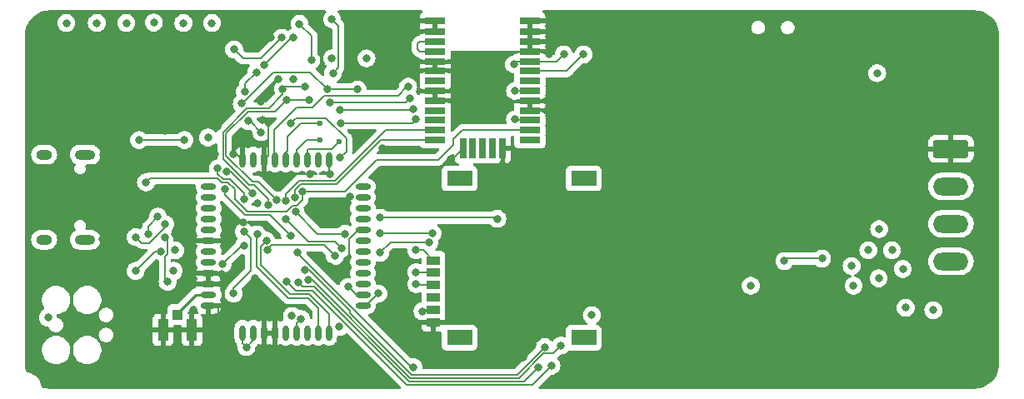
<source format=gbr>
%TF.GenerationSoftware,KiCad,Pcbnew,(6.99.0-1917-g23fb4c7433)*%
%TF.CreationDate,2022-06-08T13:57:36+10:00*%
%TF.ProjectId,samd21_gps_tracker,73616d64-3231-45f6-9770-735f74726163,rev?*%
%TF.SameCoordinates,Original*%
%TF.FileFunction,Copper,L1,Top*%
%TF.FilePolarity,Positive*%
%FSLAX46Y46*%
G04 Gerber Fmt 4.6, Leading zero omitted, Abs format (unit mm)*
G04 Created by KiCad (PCBNEW (6.99.0-1917-g23fb4c7433)) date 2022-06-08 13:57:36*
%MOMM*%
%LPD*%
G01*
G04 APERTURE LIST*
G04 Aperture macros list*
%AMRoundRect*
0 Rectangle with rounded corners*
0 $1 Rounding radius*
0 $2 $3 $4 $5 $6 $7 $8 $9 X,Y pos of 4 corners*
0 Add a 4 corners polygon primitive as box body*
4,1,4,$2,$3,$4,$5,$6,$7,$8,$9,$2,$3,0*
0 Add four circle primitives for the rounded corners*
1,1,$1+$1,$2,$3*
1,1,$1+$1,$4,$5*
1,1,$1+$1,$6,$7*
1,1,$1+$1,$8,$9*
0 Add four rect primitives between the rounded corners*
20,1,$1+$1,$2,$3,$4,$5,0*
20,1,$1+$1,$4,$5,$6,$7,0*
20,1,$1+$1,$6,$7,$8,$9,0*
20,1,$1+$1,$8,$9,$2,$3,0*%
G04 Aperture macros list end*
%TA.AperFunction,SMDPad,CuDef*%
%ADD10R,2.610000X1.560000*%
%TD*%
%TA.AperFunction,SMDPad,CuDef*%
%ADD11R,1.350000X0.900000*%
%TD*%
%TA.AperFunction,SMDPad,CuDef*%
%ADD12R,1.340000X0.900000*%
%TD*%
%TA.AperFunction,SMDPad,CuDef*%
%ADD13R,2.150000X0.700000*%
%TD*%
%TA.AperFunction,SMDPad,CuDef*%
%ADD14R,0.700000X2.150000*%
%TD*%
%TA.AperFunction,SMDPad,CuDef*%
%ADD15O,1.600000X0.600000*%
%TD*%
%TA.AperFunction,SMDPad,CuDef*%
%ADD16O,0.600000X1.600000*%
%TD*%
%TA.AperFunction,SMDPad,CuDef*%
%ADD17R,1.100000X2.250000*%
%TD*%
%TA.AperFunction,SMDPad,CuDef*%
%ADD18R,1.050000X1.100000*%
%TD*%
%TA.AperFunction,ComponentPad*%
%ADD19RoundRect,0.250000X-1.550000X0.650000X-1.550000X-0.650000X1.550000X-0.650000X1.550000X0.650000X0*%
%TD*%
%TA.AperFunction,ComponentPad*%
%ADD20O,3.600000X1.800000*%
%TD*%
%TA.AperFunction,ComponentPad*%
%ADD21O,1.600000X1.000000*%
%TD*%
%TA.AperFunction,ComponentPad*%
%ADD22O,2.100000X1.000000*%
%TD*%
%TA.AperFunction,ViaPad*%
%ADD23C,0.800000*%
%TD*%
%TA.AperFunction,ViaPad*%
%ADD24C,0.600000*%
%TD*%
%TA.AperFunction,Conductor*%
%ADD25C,0.200000*%
%TD*%
%TA.AperFunction,Conductor*%
%ADD26C,0.187000*%
%TD*%
%TA.AperFunction,Conductor*%
%ADD27C,0.167000*%
%TD*%
%TA.AperFunction,Conductor*%
%ADD28C,0.293370*%
%TD*%
G04 APERTURE END LIST*
D10*
%TO.P,J4,*%
%TO.N,*%
X182659999Y-70799999D03*
X195289999Y-70799999D03*
X182659999Y-54599999D03*
X195289999Y-54599999D03*
D11*
%TO.P,J4,1*%
%TO.N,SIM_VDD*%
X180009999Y-67939999D03*
%TO.P,J4,2*%
%TO.N,SIM_RST*%
X180009999Y-65439999D03*
%TO.P,J4,3*%
%TO.N,SIM_CLK*%
X180009999Y-62939999D03*
D12*
%TO.P,J4,5*%
%TO.N,GND*%
X180009999Y-69239999D03*
D11*
%TO.P,J4,6*%
%TO.N,N/C*%
X180009999Y-66689999D03*
%TO.P,J4,7*%
%TO.N,SIM_DATA*%
X180009999Y-64189999D03*
%TD*%
D13*
%TO.P,U4,1*%
%TO.N,N/C*%
X189799999Y-50699999D03*
%TO.P,U4,2*%
%TO.N,PPS*%
X189799999Y-49699999D03*
%TO.P,U4,3*%
%TO.N,SDA*%
X189799999Y-48699999D03*
%TO.P,U4,4*%
%TO.N,GND*%
X189799999Y-47699999D03*
%TO.P,U4,5*%
X189799999Y-46699999D03*
%TO.P,U4,6*%
%TO.N,SCL*%
X189799999Y-45699999D03*
%TO.P,U4,7*%
%TO.N,N/C*%
X189799999Y-44699999D03*
%TO.P,U4,8*%
%TO.N,+3V3*%
X189799999Y-43699999D03*
%TO.P,U4,9*%
%TO.N,Net-(C15-Pad1)*%
X189799999Y-42699999D03*
%TO.P,U4,10*%
%TO.N,GND*%
X189799999Y-41699999D03*
%TO.P,U4,11*%
X189799999Y-40699999D03*
%TO.P,U4,12*%
X189799999Y-39699999D03*
%TO.P,U4,13*%
X189799999Y-38549999D03*
%TO.P,U4,14*%
X180199999Y-38549999D03*
%TO.P,U4,15*%
X180199999Y-39699999D03*
%TO.P,U4,16*%
%TO.N,Net-(U4-Pad16)*%
X180199999Y-40699999D03*
%TO.P,U4,17*%
X180199999Y-41699999D03*
%TO.P,U4,18*%
%TO.N,GND*%
X180199999Y-42699999D03*
%TO.P,U4,19*%
X180199999Y-43699999D03*
%TO.P,U4,20*%
%TO.N,N/C*%
X180199999Y-44699999D03*
%TO.P,U4,21*%
%TO.N,GND*%
X180199999Y-45699999D03*
%TO.P,U4,22*%
X180199999Y-46699999D03*
%TO.P,U4,23*%
%TO.N,N/C*%
X180199999Y-47699999D03*
%TO.P,U4,24*%
X180199999Y-48699999D03*
%TO.P,U4,25*%
%TO.N,GPS_TX*%
X180199999Y-49699999D03*
%TO.P,U4,26*%
%TO.N,GPS_RX*%
X180199999Y-50699999D03*
D14*
%TO.P,U4,27*%
%TO.N,GND*%
X182999999Y-51499999D03*
%TO.P,U4,28*%
%TO.N,N/C*%
X183999999Y-51499999D03*
%TO.P,U4,29*%
X184999999Y-51499999D03*
%TO.P,U4,30*%
X185999999Y-51499999D03*
%TO.P,U4,31*%
%TO.N,GND*%
X186999999Y-51499999D03*
%TD*%
D15*
%TO.P,U8,1*%
%TO.N,SIM_TXD*%
X172849999Y-67549999D03*
%TO.P,U8,2*%
%TO.N,SIM_RXD*%
X172849999Y-66449999D03*
%TO.P,U8,3*%
%TO.N,N/C*%
X172849999Y-65349999D03*
%TO.P,U8,4*%
X172849999Y-64249999D03*
%TO.P,U8,5*%
X172849999Y-63149999D03*
%TO.P,U8,6*%
X172849999Y-62049999D03*
%TO.P,U8,7*%
X172849999Y-60949999D03*
%TO.P,U8,8*%
%TO.N,GND*%
X172849999Y-59849999D03*
%TO.P,U8,9*%
%TO.N,N/C*%
X172849999Y-58749999D03*
%TO.P,U8,10*%
X172849999Y-57649999D03*
%TO.P,U8,11*%
X172849999Y-56549999D03*
%TO.P,U8,12*%
X172849999Y-55449999D03*
D16*
%TO.P,U8,13*%
%TO.N,GND*%
X169399999Y-52699999D03*
%TO.P,U8,14*%
%TO.N,N/C*%
X168299999Y-52699999D03*
%TO.P,U8,15*%
%TO.N,Net-(C22-Pad1)*%
X167199999Y-52699999D03*
%TO.P,U8,16*%
%TO.N,Net-(C23-Pad1)*%
X166099999Y-52699999D03*
%TO.P,U8,17*%
%TO.N,Net-(C24-Pad1)*%
X164999999Y-52699999D03*
%TO.P,U8,18*%
%TO.N,SIM_VDD*%
X163899999Y-52699999D03*
%TO.P,U8,19*%
%TO.N,GND*%
X162799999Y-52699999D03*
%TO.P,U8,20*%
%TO.N,N/C*%
X161699999Y-52699999D03*
%TO.P,U8,21*%
%TO.N,GND*%
X160599999Y-52699999D03*
D15*
%TO.P,U8,22*%
%TO.N,N/C*%
X157149999Y-55449999D03*
%TO.P,U8,23*%
X157149999Y-56549999D03*
%TO.P,U8,24*%
X157149999Y-57649999D03*
%TO.P,U8,25*%
X157149999Y-58749999D03*
%TO.P,U8,26*%
X157149999Y-59849999D03*
%TO.P,U8,27*%
%TO.N,GND*%
X157149999Y-60949999D03*
%TO.P,U8,28*%
%TO.N,N/C*%
X157149999Y-62049999D03*
%TO.P,U8,29*%
X157149999Y-63149999D03*
%TO.P,U8,30*%
%TO.N,GND*%
X157149999Y-64249999D03*
%TO.P,U8,31*%
X157149999Y-65349999D03*
%TO.P,U8,32*%
%TO.N,Net-(J6-Pad3)*%
X157149999Y-66449999D03*
%TO.P,U8,33*%
%TO.N,GND*%
X157149999Y-67549999D03*
D16*
%TO.P,U8,34*%
%TO.N,Net-(C26-Pad1)*%
X160599999Y-70299999D03*
%TO.P,U8,35*%
X161699999Y-70299999D03*
%TO.P,U8,36*%
%TO.N,GND*%
X162799999Y-70299999D03*
%TO.P,U8,37*%
X163899999Y-70299999D03*
%TO.P,U8,38*%
%TO.N,N/C*%
X164999999Y-70299999D03*
%TO.P,U8,39*%
%TO.N,SIM_PWRKEY*%
X166099999Y-70299999D03*
%TO.P,U8,40*%
%TO.N,N/C*%
X167199999Y-70299999D03*
%TO.P,U8,41*%
%TO.N,NETLIGHT*%
X168299999Y-70299999D03*
%TO.P,U8,42*%
%TO.N,STATUS*%
X169399999Y-70299999D03*
%TD*%
D17*
%TO.P,J6,1*%
%TO.N,GND*%
X155474999Y-69999999D03*
%TO.P,J6,2*%
X152524999Y-69999999D03*
D18*
%TO.P,J6,3*%
%TO.N,Net-(J6-Pad3)*%
X153999999Y-68449999D03*
%TD*%
D19*
%TO.P,J2,1*%
%TO.N,GND*%
X232600000Y-51600000D03*
D20*
%TO.P,J2,2*%
%TO.N,VIN*%
X232599999Y-55409999D03*
%TO.P,J2,3*%
%TO.N,CH*%
X232599999Y-59219999D03*
%TO.P,J2,4*%
%TO.N,CL*%
X232599999Y-63029999D03*
%TD*%
D21*
%TO.P,J5,*%
%TO.N,*%
X140449999Y-60819999D03*
D22*
X144629999Y-60819999D03*
D21*
X140449999Y-52179999D03*
D22*
X144629999Y-52179999D03*
%TD*%
D23*
%TO.N,GND*%
X180250000Y-71500000D03*
X180000000Y-69500000D03*
X153750000Y-60250000D03*
X169250000Y-59000000D03*
X187000000Y-53250000D03*
X191500000Y-47750000D03*
X191500000Y-46750000D03*
X195250000Y-43500000D03*
X191750000Y-42000000D03*
X197750000Y-40750000D03*
X192500000Y-39750000D03*
X198500000Y-46000000D03*
X201250000Y-45500000D03*
X203000000Y-50000000D03*
X205500000Y-49500000D03*
X197500000Y-54500000D03*
X199750000Y-52500000D03*
X195250000Y-56250000D03*
X208500000Y-65500000D03*
X228000000Y-71750000D03*
X229250000Y-70000000D03*
X217000000Y-55750000D03*
X213000000Y-58000000D03*
X213000000Y-59250000D03*
X213000000Y-60500000D03*
X213000000Y-61750000D03*
X199970000Y-43550000D03*
X223790000Y-57930000D03*
X226940000Y-57930000D03*
X185000000Y-70500000D03*
X188000000Y-70500000D03*
X189250000Y-70500000D03*
X222990000Y-46340000D03*
X219710000Y-46340000D03*
X219710000Y-43490000D03*
X219740000Y-48750000D03*
X217120000Y-46340000D03*
X217120000Y-51290000D03*
X181400000Y-72800000D03*
X155800000Y-72000000D03*
X157600000Y-72000000D03*
X152400000Y-72000000D03*
X153600000Y-66800000D03*
X158400000Y-70600000D03*
X151200000Y-72000000D03*
X152600000Y-68000000D03*
X151000000Y-68400000D03*
X149400000Y-68600000D03*
X149400000Y-70200000D03*
X155600000Y-68000000D03*
X223000000Y-72000000D03*
X219000000Y-72000000D03*
X214750000Y-68000000D03*
X214750000Y-65000000D03*
X214500000Y-55500000D03*
X214500000Y-52000000D03*
X214500000Y-47750000D03*
X204750000Y-56250000D03*
X164250000Y-44500000D03*
X165750000Y-44500000D03*
X174750000Y-42000000D03*
X156200000Y-45000000D03*
X149800000Y-45000000D03*
X157700000Y-43100000D03*
X157700000Y-41300000D03*
X233700000Y-65900000D03*
X229800000Y-47700000D03*
X232200000Y-48700000D03*
X178400000Y-38600000D03*
X178400000Y-39700000D03*
X152700000Y-49800000D03*
X157800000Y-52100000D03*
X232700000Y-74100000D03*
X235900000Y-74100000D03*
X236000000Y-71000000D03*
X195700000Y-65900000D03*
X169500000Y-63600000D03*
X162750000Y-39250000D03*
X217000000Y-43000000D03*
X162800002Y-71700000D03*
X206500000Y-71750000D03*
X143000000Y-45000000D03*
X146500000Y-45000000D03*
X146382990Y-60750000D03*
X207750000Y-63250000D03*
X174800000Y-51500000D03*
X181800000Y-52600000D03*
X189000000Y-59000000D03*
X141000000Y-56000000D03*
X197750000Y-38760510D03*
X197683287Y-70115855D03*
X226750000Y-56500000D03*
X140000000Y-45000000D03*
X226250000Y-67750000D03*
X174400000Y-68200000D03*
X228400000Y-59200000D03*
X158181520Y-68676592D03*
X182600000Y-47500000D03*
X146750000Y-67000000D03*
X235000000Y-42000000D03*
X171300000Y-63600000D03*
X160750000Y-39250000D03*
X154500000Y-49300000D03*
X206500000Y-64250000D03*
X214500000Y-72000000D03*
X149600000Y-49500000D03*
X167500000Y-54181468D03*
X167250000Y-74000000D03*
X199970000Y-41650000D03*
X232000000Y-40000000D03*
X159000000Y-74250000D03*
X184000000Y-64000000D03*
X183900000Y-72800000D03*
X158500002Y-64300000D03*
X171485543Y-56483504D03*
X154000000Y-72000000D03*
X206000000Y-43000000D03*
X172504632Y-50317667D03*
X151432948Y-66832948D03*
X182500000Y-67300000D03*
X140500000Y-49300000D03*
X148000000Y-73000000D03*
X195250000Y-52500000D03*
X162600000Y-48700000D03*
X159900000Y-68600000D03*
X212000000Y-68000000D03*
X159700000Y-52100000D03*
X156750000Y-70000000D03*
X141000000Y-58000000D03*
X161846986Y-64767002D03*
X230800000Y-65600000D03*
X209500000Y-68000000D03*
X161750000Y-39250000D03*
X147500000Y-49300000D03*
X219750000Y-51250000D03*
X153788715Y-58538715D03*
X204500000Y-71750000D03*
X163500000Y-40250000D03*
X203000000Y-73500000D03*
X222840000Y-49260000D03*
X182600000Y-46300000D03*
X158500000Y-65300000D03*
X164000002Y-67000000D03*
X229400000Y-43300000D03*
X149250000Y-58750000D03*
X158100000Y-49300000D03*
X163249998Y-74000000D03*
X153250000Y-45000000D03*
X205500000Y-73500000D03*
X169500000Y-54181468D03*
X189100000Y-72800000D03*
X146500000Y-52250000D03*
X189000000Y-64000000D03*
X229600000Y-61000000D03*
X208000000Y-73500000D03*
X171250000Y-74000000D03*
X149100000Y-54400000D03*
X151157948Y-70092052D03*
X142500000Y-62000000D03*
X199581907Y-68905041D03*
X210000000Y-49000000D03*
X169200002Y-57000000D03*
X152200000Y-52000000D03*
X174750000Y-43500000D03*
X144000000Y-49300002D03*
X152200000Y-56900000D03*
X161000000Y-74250000D03*
X162100000Y-57100000D03*
X160727701Y-59033455D03*
X141000000Y-54000000D03*
X162500000Y-46815479D03*
X210000000Y-45000000D03*
X224000000Y-56500000D03*
%TO.N,+3V3*%
X154600000Y-38800000D03*
X212250000Y-65500000D03*
X157500000Y-38800000D03*
X173200000Y-42400000D03*
X170450000Y-69700000D03*
X226600000Y-61900000D03*
X228000000Y-67750000D03*
X140835032Y-68750000D03*
X153600000Y-64000000D03*
X225250000Y-64750000D03*
X222500000Y-63500000D03*
X142700000Y-38800000D03*
X148800000Y-38800000D03*
X153750000Y-61910510D03*
X227700000Y-63800000D03*
X145800000Y-38800000D03*
X195250000Y-42000000D03*
X165623474Y-68580185D03*
X224200000Y-61900000D03*
X151600000Y-38760510D03*
X169700000Y-42400000D03*
X196100000Y-68500000D03*
X222700000Y-65500000D03*
X225300000Y-59750000D03*
X230800000Y-68000000D03*
%TO.N,VIN*%
X157100000Y-50448999D03*
X225100000Y-43900000D03*
%TO.N,LoRa_VCC*%
X186500000Y-58700000D03*
X174600000Y-58600000D03*
X169211276Y-45549490D03*
X160532719Y-47000000D03*
X172300000Y-45549490D03*
%TO.N,Net-(C15-Pad1)*%
X188200000Y-43000000D03*
X169700619Y-38411968D03*
X169800000Y-43900000D03*
X193250000Y-42000000D03*
D24*
%TO.N,Net-(C22-Pad1)*%
X170400000Y-50900000D03*
%TO.N,Net-(C23-Pad1)*%
X168500000Y-50700000D03*
%TO.N,Net-(C24-Pad1)*%
X168500000Y-49000000D03*
D23*
%TO.N,SIM_VDD*%
X178900000Y-68100000D03*
X177436699Y-45264198D03*
%TO.N,Net-(C26-Pad1)*%
X161000000Y-71750000D03*
%TO.N,SWDIO*%
X151000000Y-60250000D03*
X152000000Y-58500000D03*
%TO.N,~{Reset}*%
X160750004Y-60000209D03*
X159699998Y-66300000D03*
%TO.N,SWCLK*%
X149761466Y-60568572D03*
X152750000Y-59250000D03*
%TO.N,STATUS_LED*%
X165500000Y-60400000D03*
X158800000Y-55700000D03*
%TO.N,PPS*%
X150800000Y-55000000D03*
X166678075Y-55963720D03*
%TO.N,GPS_ON*%
X166400000Y-38900000D03*
X167600000Y-42600000D03*
%TO.N,SDA*%
X165100000Y-46600000D03*
X164052188Y-56817983D03*
X167400000Y-46600000D03*
X188300000Y-48600000D03*
%TO.N,SCL*%
X166950661Y-45279779D03*
X188300000Y-45700000D03*
X164700000Y-45500000D03*
X163220624Y-57311555D03*
%TO.N,RN_RST*%
X160771562Y-61415479D03*
X158600000Y-63310032D03*
X170000000Y-62500000D03*
X163100000Y-61900000D03*
%TO.N,CAN_RST*%
X149750000Y-64000000D03*
X152300000Y-62000000D03*
%TO.N,INT1*%
X162000000Y-43800000D03*
X162500000Y-49900000D03*
X160843222Y-45803329D03*
X161183229Y-48767600D03*
%TO.N,INT2*%
X165800000Y-40300000D03*
X162800000Y-43100000D03*
%TO.N,SIM_DATA*%
X178000000Y-47600000D03*
X170500000Y-47650500D03*
X178249490Y-64138258D03*
%TO.N,SIM_CLK*%
X170600000Y-49000000D03*
X178249490Y-48602194D03*
X178249490Y-61900000D03*
%TO.N,SIM_RST*%
X169500000Y-46900000D03*
X177600000Y-46500000D03*
X178249490Y-65336584D03*
%TO.N,~{EN}*%
X215665989Y-62999991D03*
X219500000Y-62750000D03*
%TO.N,GPS_TX*%
X165015603Y-56901305D03*
%TO.N,GPS_RX*%
X165923559Y-56568549D03*
%TO.N,RN_RX*%
X174586357Y-62160312D03*
X179607798Y-61092749D03*
X170700000Y-61700000D03*
X165000000Y-58700000D03*
%TO.N,RN_TX*%
X171028281Y-60228281D03*
X179921847Y-60178153D03*
X166000000Y-58000000D03*
X174593171Y-60135510D03*
%TO.N,D11-MOSI*%
X191340869Y-71740869D03*
X166927416Y-63872584D03*
%TO.N,D13-SCK*%
X192962064Y-71586890D03*
X167303989Y-64927950D03*
%TO.N,D10-SS*%
X190684430Y-73789629D03*
X166300000Y-65200000D03*
%TO.N,D12-MISO*%
X165066936Y-65045584D03*
X192000000Y-73644968D03*
%TO.N,STATUS*%
X161596197Y-56098003D03*
X159000000Y-53939490D03*
X163027007Y-60935747D03*
%TO.N,NETLIGHT*%
X160778988Y-56700000D03*
X158085679Y-53591119D03*
X162100000Y-60300000D03*
%TO.N,SIM_PWRKEY*%
X166542067Y-68882341D03*
%TO.N,SIM_TXD*%
X174400000Y-66300000D03*
%TO.N,SIM_RXD*%
X171342012Y-65624173D03*
%TO.N,BATT_ADC*%
X166200000Y-62100000D03*
X178000000Y-73800000D03*
%TO.N,3V3*%
X152700000Y-60600000D03*
X150100000Y-50700000D03*
X164600000Y-40300000D03*
X154700000Y-50700000D03*
X170500000Y-52500000D03*
X153000000Y-65100000D03*
X165500000Y-49000000D03*
X159749999Y-41500000D03*
%TD*%
D25*
%TO.N,GND*%
X163900000Y-70300000D02*
X163900000Y-67100002D01*
D26*
X160600000Y-52700000D02*
X160000000Y-52100000D01*
X180200000Y-46700000D02*
X181700000Y-46700000D01*
X181700000Y-46700000D02*
X182300000Y-47300000D01*
D25*
X157150000Y-64250000D02*
X158450002Y-64250000D01*
X157150000Y-60950000D02*
X154450000Y-60950000D01*
D26*
X189750000Y-38500000D02*
X189800000Y-38550000D01*
X180200000Y-43700000D02*
X181999994Y-43700000D01*
X180200000Y-42700000D02*
X182500000Y-42700000D01*
X180200000Y-38550000D02*
X178450000Y-38550000D01*
X183000000Y-51500000D02*
X181900000Y-52600000D01*
X178450000Y-38550000D02*
X178400000Y-38600000D01*
X189800000Y-38550000D02*
X191300000Y-38550000D01*
X171399999Y-60800001D02*
X171399999Y-63500001D01*
X169400000Y-52700000D02*
X169400000Y-54081468D01*
X160000000Y-52100000D02*
X159700000Y-52100000D01*
X189850000Y-46750000D02*
X189800000Y-46700000D01*
X191500000Y-47750000D02*
X189850000Y-47750000D01*
D25*
X163900000Y-67100002D02*
X164000002Y-67000000D01*
D26*
X163200000Y-52300000D02*
X163200000Y-49300000D01*
X189800000Y-41700000D02*
X191450000Y-41700000D01*
X172850000Y-59850000D02*
X172350000Y-59850000D01*
D27*
X181500000Y-45700000D02*
X182000000Y-45200000D01*
D26*
X191500000Y-46750000D02*
X189850000Y-46750000D01*
X187000000Y-53250000D02*
X187000000Y-51500000D01*
X163200000Y-49300000D02*
X162600000Y-48700000D01*
X169400000Y-54081468D02*
X169500000Y-54181468D01*
X191550000Y-40700000D02*
X192500000Y-39750000D01*
X182500000Y-42700000D02*
X183300000Y-43500000D01*
D27*
X180200000Y-45700000D02*
X181500000Y-45700000D01*
D26*
X158181520Y-67594520D02*
X158181520Y-68676592D01*
D25*
X157150000Y-65350000D02*
X158450000Y-65350000D01*
D26*
X189800000Y-40700000D02*
X191550000Y-40700000D01*
X189800000Y-39700000D02*
X192450000Y-39700000D01*
X181900000Y-52600000D02*
X181800000Y-52600000D01*
D25*
X178792458Y-45700000D02*
X178646229Y-45553771D01*
D26*
X171399999Y-63500001D02*
X171300000Y-63600000D01*
X158137000Y-67550000D02*
X158181520Y-67594520D01*
X172350000Y-59850000D02*
X171399999Y-60800001D01*
X157150000Y-67550000D02*
X158137000Y-67550000D01*
D25*
X158450000Y-65350000D02*
X158500000Y-65300000D01*
D26*
X162800002Y-71700000D02*
X162800002Y-70300002D01*
X162800002Y-70300002D02*
X162800000Y-70300000D01*
X162800000Y-52700000D02*
X163200000Y-52300000D01*
X189850000Y-47750000D02*
X189800000Y-47700000D01*
X151250000Y-70000000D02*
X151157948Y-70092052D01*
X189800000Y-41700000D02*
X190550000Y-41700000D01*
X192450000Y-39700000D02*
X192500000Y-39750000D01*
X152525000Y-70000000D02*
X151250000Y-70000000D01*
X180200000Y-39700000D02*
X178400000Y-39700000D01*
D25*
X154450000Y-60950000D02*
X153750000Y-60250000D01*
D26*
X191450000Y-41700000D02*
X191750000Y-42000000D01*
D25*
X158450002Y-64250000D02*
X158500002Y-64300000D01*
X180200000Y-45700000D02*
X178792458Y-45700000D01*
D26*
X191300000Y-38550000D02*
X192500000Y-39750000D01*
X156750000Y-70000000D02*
X155475000Y-70000000D01*
%TO.N,+3V3*%
X193550000Y-43700000D02*
X195250000Y-42000000D01*
X189800000Y-43700000D02*
X193550000Y-43700000D01*
%TO.N,LoRa_VCC*%
X169211276Y-45549490D02*
X172300000Y-45549490D01*
X163741156Y-43839499D02*
X160580655Y-47000000D01*
X167501285Y-43839499D02*
X163741156Y-43839499D01*
D25*
X174600000Y-58600000D02*
X186400000Y-58600000D01*
X186400000Y-58600000D02*
X186500000Y-58700000D01*
D26*
X169211276Y-45549490D02*
X167501285Y-43839499D01*
X160580655Y-47000000D02*
X160532719Y-47000000D01*
%TO.N,Net-(C15-Pad1)*%
X189800000Y-42700000D02*
X192550000Y-42700000D01*
X170360501Y-39071850D02*
X169700619Y-38411968D01*
X192550000Y-42700000D02*
X193250000Y-42000000D01*
X169800000Y-43900000D02*
X170360501Y-43339499D01*
X188500000Y-42700000D02*
X188200000Y-43000000D01*
X170360501Y-43339499D02*
X170360501Y-39071850D01*
X189800000Y-42700000D02*
X188500000Y-42700000D01*
D27*
%TO.N,Net-(C22-Pad1)*%
X169650510Y-51649490D02*
X170400000Y-50900000D01*
X167200000Y-52700000D02*
X167200000Y-51733000D01*
X167200000Y-51733000D02*
X167283510Y-51649490D01*
X167283510Y-51649490D02*
X169650510Y-51649490D01*
%TO.N,Net-(C23-Pad1)*%
X166100000Y-52700000D02*
X166100000Y-51733000D01*
X167133000Y-50700000D02*
X168500000Y-50700000D01*
X166100000Y-51733000D02*
X167133000Y-50700000D01*
%TO.N,Net-(C24-Pad1)*%
X166000000Y-49513744D02*
X166000000Y-49500000D01*
X165150501Y-51812241D02*
X165150501Y-50363243D01*
X166000000Y-49500000D02*
X166500000Y-49000000D01*
X165000000Y-52700000D02*
X165000000Y-51962742D01*
X165000000Y-51962742D02*
X165150501Y-51812241D01*
X166500000Y-49000000D02*
X168500000Y-49000000D01*
X165150501Y-50363243D02*
X166000000Y-49513744D01*
%TO.N,SIM_VDD*%
X179060000Y-67940000D02*
X178900000Y-68100000D01*
X163900000Y-52700000D02*
X163849499Y-52649499D01*
X176400000Y-46200000D02*
X177300000Y-45300000D01*
X167700001Y-47399999D02*
X168900000Y-46200000D01*
X163849499Y-52649499D02*
X163849499Y-49650501D01*
X168900000Y-46200000D02*
X176400000Y-46200000D01*
X166100001Y-47399999D02*
X167700001Y-47399999D01*
X177400897Y-45300000D02*
X177436699Y-45264198D01*
X163849499Y-49650501D02*
X166100001Y-47399999D01*
X180010000Y-67940000D02*
X179060000Y-67940000D01*
X177300000Y-45300000D02*
X177400897Y-45300000D01*
D25*
%TO.N,Net-(C26-Pad1)*%
X160600000Y-70300000D02*
X160600000Y-71350000D01*
X160600000Y-71350000D02*
X161000000Y-71750000D01*
X161700000Y-71050000D02*
X161000000Y-71750000D01*
X161700000Y-70300000D02*
X161700000Y-71050000D01*
D27*
%TO.N,SWDIO*%
X151000000Y-59500000D02*
X151000000Y-60250000D01*
X152000000Y-58500000D02*
X151000000Y-59500000D01*
%TO.N,~{Reset}*%
X159699998Y-65734315D02*
X159699998Y-66300000D01*
X161422063Y-64012250D02*
X159699998Y-65734315D01*
X160750004Y-60000209D02*
X161422063Y-60672268D01*
X161422063Y-60672268D02*
X161422063Y-64012250D01*
%TO.N,SWCLK*%
X151149499Y-61150501D02*
X150343395Y-61150501D01*
X152750000Y-59250000D02*
X152750000Y-59550000D01*
X152750000Y-59550000D02*
X151149499Y-61150501D01*
X150343395Y-61150501D02*
X149761466Y-60568572D01*
D26*
%TO.N,STATUS_LED*%
X163426068Y-58326068D02*
X160860383Y-58326068D01*
X165100000Y-60400000D02*
X165500000Y-60400000D01*
X158800000Y-56265685D02*
X158800000Y-55700000D01*
X165500000Y-60400000D02*
X163426068Y-58326068D01*
X160860383Y-58326068D02*
X158800000Y-56265685D01*
%TO.N,PPS*%
X158021810Y-54600001D02*
X151199999Y-54600001D01*
X161094515Y-57972057D02*
X159799356Y-56676898D01*
X166678075Y-55963720D02*
X166678075Y-56799467D01*
D27*
X182924098Y-49700000D02*
X182000000Y-50624098D01*
D26*
X166138043Y-57339499D02*
X165682959Y-57339499D01*
X159799356Y-55721812D02*
X159117042Y-55039498D01*
X165682959Y-57339499D02*
X165050401Y-57972057D01*
D27*
X189800000Y-49700000D02*
X182924098Y-49700000D01*
X171057742Y-55963720D02*
X166678075Y-55963720D01*
D26*
X166678075Y-56799467D02*
X166138043Y-57339499D01*
D27*
X182000000Y-51187951D02*
X180487951Y-52700000D01*
X174270961Y-52750501D02*
X171057742Y-55963720D01*
X180487951Y-52700000D02*
X175143730Y-52700000D01*
D26*
X159799356Y-56676898D02*
X159799356Y-55721812D01*
X158461307Y-55039498D02*
X158021810Y-54600001D01*
D27*
X175093229Y-52750501D02*
X174270961Y-52750501D01*
X175143730Y-52700000D02*
X175093229Y-52750501D01*
D26*
X151199999Y-54600001D02*
X150800000Y-55000000D01*
X165050401Y-57972057D02*
X161094515Y-57972057D01*
X159117042Y-55039498D02*
X158461307Y-55039498D01*
D27*
X182000000Y-50624098D02*
X182000000Y-51187951D01*
D26*
%TO.N,GPS_ON*%
X167600000Y-40100000D02*
X166400000Y-38900000D01*
X167600000Y-42600000D02*
X167600000Y-40100000D01*
D27*
%TO.N,SDA*%
X161587452Y-54965990D02*
X158949498Y-52328036D01*
X161188087Y-47800000D02*
X163900000Y-47800000D01*
X163900000Y-47800000D02*
X165100000Y-46600000D01*
X164052188Y-56817983D02*
X162200195Y-54965990D01*
D25*
X189800000Y-48700000D02*
X188400000Y-48700000D01*
D27*
X162200195Y-54965990D02*
X161587452Y-54965990D01*
D25*
X188400000Y-48700000D02*
X188300000Y-48600000D01*
D27*
X158949498Y-50038589D02*
X161188087Y-47800000D01*
D25*
X167400000Y-46600000D02*
X165100000Y-46600000D01*
D27*
X158949498Y-52328036D02*
X158949498Y-50038589D01*
%TO.N,SCL*%
X161049736Y-47465989D02*
X163299696Y-47465989D01*
X163220624Y-56745870D02*
X161774755Y-55300001D01*
X164700000Y-46065685D02*
X164700000Y-45500000D01*
D25*
X164920221Y-45279779D02*
X164700000Y-45500000D01*
D27*
X163220624Y-57311555D02*
X163220624Y-56745870D01*
X158615487Y-49900238D02*
X161049736Y-47465989D01*
D25*
X166950661Y-45279779D02*
X164920221Y-45279779D01*
D27*
X158615487Y-52615487D02*
X158615487Y-49900238D01*
D25*
X189800000Y-45700000D02*
X188300000Y-45700000D01*
D27*
X163299696Y-47465989D02*
X164700000Y-46065685D01*
X161300001Y-55300001D02*
X158615487Y-52615487D01*
X161774755Y-55300001D02*
X161300001Y-55300001D01*
D26*
%TO.N,RN_RST*%
X168900000Y-61400000D02*
X170000000Y-62500000D01*
X163100000Y-61900000D02*
X163600000Y-61400000D01*
D27*
X158600000Y-63310032D02*
X160494553Y-61415479D01*
D26*
X163600000Y-61400000D02*
X168900000Y-61400000D01*
D27*
X160494553Y-61415479D02*
X160771562Y-61415479D01*
D26*
%TO.N,CAN_RST*%
X149750000Y-64000000D02*
X151750000Y-62000000D01*
X151750000Y-62000000D02*
X152300000Y-62000000D01*
%TO.N,INT1*%
X160843222Y-44956778D02*
X160843222Y-45803329D01*
X162000000Y-43800000D02*
X160843222Y-44956778D01*
D27*
X161367600Y-48767600D02*
X161183229Y-48767600D01*
X162500000Y-49900000D02*
X161367600Y-48767600D01*
D25*
%TO.N,INT2*%
X162800000Y-43100000D02*
X165600000Y-40300000D01*
X165600000Y-40300000D02*
X165800000Y-40300000D01*
D26*
%TO.N,SIM_DATA*%
X178301232Y-64190000D02*
X178249490Y-64138258D01*
X177949500Y-47650500D02*
X178000000Y-47600000D01*
X180010000Y-64190000D02*
X178301232Y-64190000D01*
X170500000Y-47650500D02*
X177949500Y-47650500D01*
%TO.N,SIM_CLK*%
X178970000Y-61900000D02*
X178249490Y-61900000D01*
X177851684Y-49000000D02*
X178249490Y-48602194D01*
X170600000Y-49000000D02*
X177851684Y-49000000D01*
X180010000Y-62940000D02*
X178970000Y-61900000D01*
%TO.N,SIM_RST*%
X177200000Y-46900000D02*
X169500000Y-46900000D01*
X177600000Y-46500000D02*
X177200000Y-46900000D01*
X180010000Y-65440000D02*
X178352906Y-65440000D01*
X178352906Y-65440000D02*
X178249490Y-65336584D01*
%TO.N,~{EN}*%
X219500000Y-62750000D02*
X215915980Y-62750000D01*
X215915980Y-62750000D02*
X215665989Y-62999991D01*
D27*
%TO.N,GPS_TX*%
X166372604Y-54831978D02*
X165015603Y-56188979D01*
X170032918Y-54831978D02*
X166372604Y-54831978D01*
X175164896Y-49700000D02*
X170032918Y-54831978D01*
X180200000Y-49700000D02*
X175164896Y-49700000D01*
X165015603Y-56188979D02*
X165015603Y-56901305D01*
%TO.N,GPS_RX*%
X165923559Y-55753385D02*
X165923559Y-56568549D01*
X170171269Y-55165989D02*
X166510955Y-55165989D01*
X174637258Y-50700000D02*
X170171269Y-55165989D01*
X180200000Y-50700000D02*
X174637258Y-50700000D01*
X166510955Y-55165989D02*
X165923559Y-55753385D01*
%TO.N,RN_RX*%
X165000000Y-58700000D02*
X167332447Y-61032447D01*
X167332447Y-61032447D02*
X170032447Y-61032447D01*
X174586357Y-62160312D02*
X175653920Y-61092749D01*
X175653920Y-61092749D02*
X179607798Y-61092749D01*
X170032447Y-61032447D02*
X170700000Y-61700000D01*
%TO.N,RN_TX*%
X174593171Y-60135510D02*
X179879204Y-60135510D01*
X168228281Y-60228281D02*
X171028281Y-60228281D01*
X179879204Y-60135510D02*
X179921847Y-60178153D01*
X166000000Y-58000000D02*
X168228281Y-60228281D01*
%TO.N,D11-MOSI*%
X171515139Y-68012709D02*
X167375015Y-63872584D01*
X177787758Y-74550502D02*
X171515139Y-68277883D01*
X188531236Y-74550502D02*
X177787758Y-74550502D01*
X191340869Y-71740869D02*
X188531236Y-74550502D01*
X167375015Y-63872584D02*
X166927416Y-63872584D01*
X171515139Y-68277883D02*
X171515139Y-68012709D01*
%TO.N,D13-SCK*%
X191162730Y-72391370D02*
X192157584Y-72391370D01*
X188669587Y-74884513D02*
X191162730Y-72391370D01*
X167692844Y-64927950D02*
X177649407Y-74884513D01*
X167303989Y-64927950D02*
X167692844Y-64927950D01*
X177649407Y-74884513D02*
X188669587Y-74884513D01*
X192157584Y-72391370D02*
X192962064Y-71586890D01*
%TO.N,D10-SS*%
X177511056Y-75218524D02*
X189255535Y-75218524D01*
X166699999Y-65599999D02*
X167892531Y-65599999D01*
X167892531Y-65599999D02*
X177511056Y-75218524D01*
X166300000Y-65200000D02*
X166699999Y-65599999D01*
X189255535Y-75218524D02*
X190684430Y-73789629D01*
%TO.N,D12-MISO*%
X190092433Y-75552535D02*
X192000000Y-73644968D01*
X165066936Y-65045584D02*
X166021352Y-66000000D01*
X167750000Y-66000000D02*
X177302535Y-75552535D01*
X177302535Y-75552535D02*
X190092433Y-75552535D01*
X166021352Y-66000000D02*
X167750000Y-66000000D01*
D26*
%TO.N,Net-(U4-Pad16)*%
X178600000Y-40700000D02*
X178400000Y-40900000D01*
X178600000Y-41700000D02*
X180200000Y-41700000D01*
X178400000Y-40900000D02*
X178400000Y-41500000D01*
X178400000Y-41500000D02*
X178600000Y-41700000D01*
X180200000Y-40700000D02*
X178600000Y-40700000D01*
D28*
%TO.N,Net-(J6-Pad3)*%
X155850000Y-66450000D02*
X157150000Y-66450000D01*
X154000000Y-68450000D02*
X154000000Y-68300000D01*
X154000000Y-68300000D02*
X155850000Y-66450000D01*
D26*
%TO.N,STATUS*%
X162439498Y-61523256D02*
X163027007Y-60935747D01*
X161596197Y-56098003D02*
X159437684Y-53939490D01*
X169400000Y-70300000D02*
X169400000Y-68399353D01*
X167396636Y-66395989D02*
X165439797Y-66395989D01*
X165439797Y-66395989D02*
X162439498Y-63395690D01*
X169400000Y-68399353D02*
X167396636Y-66395989D01*
X162439498Y-63395690D02*
X162439498Y-61523256D01*
X159437684Y-53939490D02*
X159000000Y-53939490D01*
%TO.N,NETLIGHT*%
X165250000Y-66750000D02*
X162040340Y-63540340D01*
X160778988Y-56700000D02*
X160778988Y-56134315D01*
X159330160Y-54685487D02*
X158614362Y-54685487D01*
X168300000Y-70300000D02*
X168300000Y-67800000D01*
X168300000Y-67800000D02*
X167250000Y-66750000D01*
X162040340Y-63540340D02*
X162040340Y-60359660D01*
X167250000Y-66750000D02*
X165250000Y-66750000D01*
X158614362Y-54685487D02*
X158085679Y-54156804D01*
X162040340Y-60359660D02*
X162100000Y-60300000D01*
X160778988Y-56134315D02*
X159330160Y-54685487D01*
X158085679Y-54156804D02*
X158085679Y-53591119D01*
%TO.N,SIM_PWRKEY*%
X166100000Y-70300000D02*
X166100000Y-69324408D01*
X166100000Y-69324408D02*
X166542067Y-68882341D01*
%TO.N,SIM_TXD*%
X172850000Y-67550000D02*
X173150000Y-67550000D01*
X173150000Y-67550000D02*
X174400000Y-66300000D01*
%TO.N,SIM_RXD*%
X172167839Y-66450000D02*
X171342012Y-65624173D01*
X172850000Y-66450000D02*
X172167839Y-66450000D01*
D25*
%TO.N,BATT_ADC*%
X166200000Y-62100000D02*
X166200000Y-62201873D01*
X166200000Y-62201873D02*
X177798127Y-73800000D01*
X177798127Y-73800000D02*
X178000000Y-73800000D01*
D27*
%TO.N,3V3*%
X152950501Y-60850501D02*
X152950501Y-62312241D01*
D25*
X162500000Y-42400000D02*
X160649999Y-42400000D01*
X160649999Y-42400000D02*
X159749999Y-41500000D01*
D27*
X150100000Y-50700000D02*
X154700000Y-50700000D01*
X171150501Y-50513243D02*
X171150501Y-51849499D01*
X152700000Y-64800000D02*
X153000000Y-65100000D01*
X166050501Y-48449499D02*
X169086757Y-48449499D01*
X165500000Y-49000000D02*
X166050501Y-48449499D01*
X152700000Y-60600000D02*
X152950501Y-60850501D01*
D25*
X164600000Y-40300000D02*
X162500000Y-42400000D01*
D27*
X169086757Y-48449499D02*
X171150501Y-50513243D01*
X152700000Y-62562742D02*
X152700000Y-64800000D01*
X171150501Y-51849499D02*
X170500000Y-52500000D01*
X152950501Y-62312241D02*
X152700000Y-62562742D01*
%TD*%
%TA.AperFunction,Conductor*%
%TO.N,GND*%
G36*
X178867891Y-37545502D02*
G01*
X178914384Y-37599158D01*
X178924488Y-37669432D01*
X178894994Y-37734012D01*
X178875279Y-37752368D01*
X178769307Y-37831698D01*
X178756698Y-37844307D01*
X178679954Y-37946824D01*
X178671405Y-37962480D01*
X178626259Y-38083522D01*
X178622662Y-38098743D01*
X178617360Y-38148062D01*
X178617000Y-38154777D01*
X178617000Y-38277885D01*
X178621475Y-38293124D01*
X178622865Y-38294329D01*
X178630548Y-38296000D01*
X180328000Y-38296000D01*
X180396121Y-38316002D01*
X180442614Y-38369658D01*
X180454000Y-38422000D01*
X180454000Y-39715500D01*
X180433998Y-39783621D01*
X180380342Y-39830114D01*
X180328000Y-39841500D01*
X179076362Y-39841500D01*
X179073015Y-39841860D01*
X179073012Y-39841860D01*
X179052705Y-39844043D01*
X179015799Y-39848011D01*
X178878796Y-39899111D01*
X178871584Y-39904510D01*
X178871582Y-39904511D01*
X178839045Y-39928868D01*
X178772524Y-39953679D01*
X178763536Y-39954000D01*
X178635115Y-39954000D01*
X178619876Y-39958475D01*
X178618671Y-39959865D01*
X178617000Y-39967548D01*
X178617000Y-39980068D01*
X178596998Y-40048189D01*
X178543342Y-40094682D01*
X178507450Y-40104989D01*
X178442846Y-40113495D01*
X178296403Y-40174153D01*
X178244494Y-40213985D01*
X178170648Y-40270648D01*
X178160184Y-40284285D01*
X178151439Y-40295681D01*
X178140572Y-40308071D01*
X178008069Y-40440574D01*
X177995677Y-40451442D01*
X177977202Y-40465618D01*
X177977198Y-40465622D01*
X177970648Y-40470648D01*
X177946420Y-40502223D01*
X177874154Y-40596403D01*
X177813495Y-40742846D01*
X177792805Y-40900000D01*
X177793883Y-40908188D01*
X177796922Y-40931271D01*
X177798000Y-40947718D01*
X177798000Y-41452282D01*
X177796922Y-41468729D01*
X177792805Y-41500000D01*
X177798000Y-41539459D01*
X177813495Y-41657154D01*
X177874154Y-41803597D01*
X177879183Y-41810151D01*
X177959184Y-41914411D01*
X177970648Y-41929352D01*
X177977198Y-41934378D01*
X177995671Y-41948553D01*
X178008062Y-41959419D01*
X178140578Y-42091934D01*
X178151446Y-42104327D01*
X178170648Y-42129352D01*
X178214672Y-42163132D01*
X178284398Y-42216635D01*
X178296403Y-42225847D01*
X178442846Y-42286505D01*
X178507448Y-42295011D01*
X178572374Y-42323733D01*
X178611465Y-42382998D01*
X178617000Y-42419932D01*
X178617000Y-42427885D01*
X178621475Y-42443124D01*
X178622865Y-42444329D01*
X178630548Y-42446000D01*
X178763536Y-42446000D01*
X178831657Y-42466002D01*
X178839045Y-42471132D01*
X178878796Y-42500889D01*
X179015799Y-42551989D01*
X179052705Y-42555957D01*
X179073012Y-42558140D01*
X179073015Y-42558140D01*
X179076362Y-42558500D01*
X181323638Y-42558500D01*
X181326985Y-42558140D01*
X181326988Y-42558140D01*
X181347295Y-42555957D01*
X181384201Y-42551989D01*
X181521204Y-42500889D01*
X181560954Y-42471132D01*
X181627476Y-42446321D01*
X181636464Y-42446000D01*
X181764885Y-42446000D01*
X181780124Y-42441525D01*
X181781329Y-42440135D01*
X181783000Y-42432452D01*
X181783000Y-42304777D01*
X181782640Y-42298062D01*
X181777337Y-42248740D01*
X181772927Y-42230078D01*
X181772926Y-42172125D01*
X181774235Y-42166585D01*
X181776989Y-42159201D01*
X181781762Y-42114808D01*
X181783140Y-42101988D01*
X181783140Y-42101985D01*
X181783500Y-42098638D01*
X181783500Y-41726000D01*
X181803502Y-41657879D01*
X181857158Y-41611386D01*
X181909500Y-41600000D01*
X188588504Y-41600000D01*
X188656625Y-41620002D01*
X188703118Y-41673658D01*
X188713222Y-41743932D01*
X188683728Y-41808512D01*
X188619071Y-41847659D01*
X188615799Y-41848011D01*
X188478796Y-41899111D01*
X188471584Y-41904510D01*
X188471582Y-41904511D01*
X188439045Y-41928868D01*
X188372524Y-41953679D01*
X188363536Y-41954000D01*
X188235115Y-41954000D01*
X188219876Y-41958475D01*
X188218671Y-41959865D01*
X188214121Y-41980783D01*
X188213001Y-41980539D01*
X188196998Y-42035041D01*
X188143342Y-42081534D01*
X188106843Y-42091500D01*
X188104513Y-42091500D01*
X188098061Y-42092872D01*
X188098056Y-42092872D01*
X188011113Y-42111353D01*
X187917712Y-42131206D01*
X187911682Y-42133891D01*
X187911681Y-42133891D01*
X187749278Y-42206197D01*
X187749276Y-42206198D01*
X187743248Y-42208882D01*
X187588747Y-42321134D01*
X187584326Y-42326044D01*
X187584325Y-42326045D01*
X187480347Y-42441525D01*
X187460960Y-42463056D01*
X187365473Y-42628444D01*
X187306458Y-42810072D01*
X187305768Y-42816633D01*
X187305768Y-42816635D01*
X187292234Y-42945405D01*
X187286496Y-43000000D01*
X187287186Y-43006565D01*
X187299228Y-43121134D01*
X187306458Y-43189928D01*
X187365473Y-43371556D01*
X187368776Y-43377278D01*
X187368777Y-43377279D01*
X187395013Y-43422721D01*
X187460960Y-43536944D01*
X187465378Y-43541851D01*
X187465379Y-43541852D01*
X187562441Y-43649650D01*
X187588747Y-43678866D01*
X187743248Y-43791118D01*
X187749276Y-43793802D01*
X187749278Y-43793803D01*
X187889506Y-43856236D01*
X187917712Y-43868794D01*
X188064524Y-43900000D01*
X188095410Y-43906565D01*
X188104513Y-43908500D01*
X188105568Y-43908500D01*
X188169323Y-43934727D01*
X188209955Y-43992946D01*
X188216500Y-44033027D01*
X188216500Y-44098638D01*
X188216860Y-44101985D01*
X188216860Y-44101988D01*
X188217111Y-44104323D01*
X188223011Y-44159201D01*
X188225764Y-44166582D01*
X188226814Y-44171026D01*
X188226814Y-44228974D01*
X188225764Y-44233418D01*
X188223011Y-44240799D01*
X188216500Y-44301362D01*
X188216500Y-44686919D01*
X188196498Y-44755040D01*
X188142842Y-44801533D01*
X188116697Y-44810166D01*
X188017712Y-44831206D01*
X188011682Y-44833891D01*
X188011681Y-44833891D01*
X187849278Y-44906197D01*
X187849276Y-44906198D01*
X187843248Y-44908882D01*
X187688747Y-45021134D01*
X187684326Y-45026044D01*
X187684325Y-45026045D01*
X187571487Y-45151365D01*
X187560960Y-45163056D01*
X187465473Y-45328444D01*
X187406458Y-45510072D01*
X187386496Y-45700000D01*
X187387186Y-45706565D01*
X187399228Y-45821134D01*
X187406458Y-45889928D01*
X187465473Y-46071556D01*
X187468776Y-46077278D01*
X187468777Y-46077279D01*
X187482780Y-46101532D01*
X187560960Y-46236944D01*
X187688747Y-46378866D01*
X187843248Y-46491118D01*
X187849276Y-46493802D01*
X187849278Y-46493803D01*
X188011681Y-46566109D01*
X188017712Y-46568794D01*
X188111113Y-46588647D01*
X188198056Y-46607128D01*
X188198061Y-46607128D01*
X188204513Y-46608500D01*
X188395487Y-46608500D01*
X188401939Y-46607128D01*
X188401944Y-46607128D01*
X188540660Y-46577642D01*
X188582288Y-46568794D01*
X188588324Y-46566107D01*
X188594598Y-46564068D01*
X188594933Y-46565098D01*
X188652934Y-46555982D01*
X188673006Y-46558140D01*
X188673020Y-46558141D01*
X188676362Y-46558500D01*
X190923638Y-46558500D01*
X190926985Y-46558140D01*
X190926988Y-46558140D01*
X190947295Y-46555957D01*
X190984201Y-46551989D01*
X191121204Y-46500889D01*
X191134257Y-46491118D01*
X191160955Y-46471132D01*
X191227476Y-46446321D01*
X191236464Y-46446000D01*
X191364885Y-46446000D01*
X191380124Y-46441525D01*
X191381329Y-46440135D01*
X191383000Y-46432452D01*
X191383000Y-46304777D01*
X191382640Y-46298062D01*
X191377337Y-46248740D01*
X191372927Y-46230078D01*
X191372926Y-46172125D01*
X191374235Y-46166585D01*
X191376989Y-46159201D01*
X191383500Y-46098638D01*
X191383500Y-45301362D01*
X191382946Y-45296204D01*
X191379740Y-45266385D01*
X191376989Y-45240799D01*
X191374236Y-45233418D01*
X191373186Y-45228974D01*
X191373186Y-45171026D01*
X191374236Y-45166582D01*
X191376989Y-45159201D01*
X191383500Y-45098638D01*
X191383500Y-44428000D01*
X191403502Y-44359879D01*
X191457158Y-44313386D01*
X191509500Y-44302000D01*
X193502282Y-44302000D01*
X193518729Y-44303078D01*
X193550000Y-44307195D01*
X193558188Y-44306117D01*
X193589459Y-44302000D01*
X193594305Y-44301362D01*
X193707154Y-44286505D01*
X193853597Y-44225846D01*
X193979352Y-44129352D01*
X193984378Y-44122802D01*
X193984382Y-44122798D01*
X193998558Y-44104323D01*
X194009426Y-44091931D01*
X194201357Y-43900000D01*
X224186496Y-43900000D01*
X224187186Y-43906565D01*
X224200478Y-44033027D01*
X224206458Y-44089928D01*
X224265473Y-44271556D01*
X224268776Y-44277278D01*
X224268777Y-44277279D01*
X224283050Y-44302000D01*
X224360960Y-44436944D01*
X224365378Y-44441851D01*
X224365379Y-44441852D01*
X224383071Y-44461501D01*
X224488747Y-44578866D01*
X224519092Y-44600913D01*
X224637469Y-44686919D01*
X224643248Y-44691118D01*
X224649276Y-44693802D01*
X224649278Y-44693803D01*
X224811681Y-44766109D01*
X224817712Y-44768794D01*
X224911113Y-44788647D01*
X224998056Y-44807128D01*
X224998061Y-44807128D01*
X225004513Y-44808500D01*
X225195487Y-44808500D01*
X225201939Y-44807128D01*
X225201944Y-44807128D01*
X225288888Y-44788647D01*
X225382288Y-44768794D01*
X225388319Y-44766109D01*
X225550722Y-44693803D01*
X225550724Y-44693802D01*
X225556752Y-44691118D01*
X225562532Y-44686919D01*
X225680908Y-44600913D01*
X225711253Y-44578866D01*
X225816929Y-44461501D01*
X225834621Y-44441852D01*
X225834622Y-44441851D01*
X225839040Y-44436944D01*
X225916950Y-44302000D01*
X225931223Y-44277279D01*
X225931224Y-44277278D01*
X225934527Y-44271556D01*
X225993542Y-44089928D01*
X225999523Y-44033027D01*
X226012814Y-43906565D01*
X226013504Y-43900000D01*
X226007393Y-43841860D01*
X225994232Y-43716635D01*
X225994232Y-43716633D01*
X225993542Y-43710072D01*
X225934527Y-43528444D01*
X225916173Y-43496653D01*
X225882202Y-43437815D01*
X225839040Y-43363056D01*
X225786566Y-43304777D01*
X225715675Y-43226045D01*
X225715674Y-43226044D01*
X225711253Y-43221134D01*
X225587506Y-43131226D01*
X225562094Y-43112763D01*
X225562093Y-43112762D01*
X225556752Y-43108882D01*
X225550724Y-43106198D01*
X225550722Y-43106197D01*
X225388319Y-43033891D01*
X225388318Y-43033891D01*
X225382288Y-43031206D01*
X225280537Y-43009578D01*
X225201944Y-42992872D01*
X225201939Y-42992872D01*
X225195487Y-42991500D01*
X225004513Y-42991500D01*
X224998061Y-42992872D01*
X224998056Y-42992872D01*
X224919463Y-43009578D01*
X224817712Y-43031206D01*
X224811682Y-43033891D01*
X224811681Y-43033891D01*
X224649278Y-43106197D01*
X224649276Y-43106198D01*
X224643248Y-43108882D01*
X224637907Y-43112762D01*
X224637906Y-43112763D01*
X224612494Y-43131226D01*
X224488747Y-43221134D01*
X224484326Y-43226044D01*
X224484325Y-43226045D01*
X224413435Y-43304777D01*
X224360960Y-43363056D01*
X224317798Y-43437815D01*
X224283828Y-43496653D01*
X224265473Y-43528444D01*
X224206458Y-43710072D01*
X224205768Y-43716633D01*
X224205768Y-43716635D01*
X224192607Y-43841860D01*
X224186496Y-43900000D01*
X194201357Y-43900000D01*
X195155952Y-42945405D01*
X195218264Y-42911379D01*
X195245047Y-42908500D01*
X195345487Y-42908500D01*
X195351939Y-42907128D01*
X195351944Y-42907128D01*
X195438887Y-42888647D01*
X195532288Y-42868794D01*
X195538319Y-42866109D01*
X195700722Y-42793803D01*
X195700724Y-42793802D01*
X195706752Y-42791118D01*
X195861253Y-42678866D01*
X195941333Y-42589928D01*
X195984621Y-42541852D01*
X195984622Y-42541851D01*
X195989040Y-42536944D01*
X196063197Y-42408500D01*
X196081223Y-42377279D01*
X196081224Y-42377278D01*
X196084527Y-42371556D01*
X196143542Y-42189928D01*
X196146359Y-42163132D01*
X196162814Y-42006565D01*
X196163504Y-42000000D01*
X196152900Y-41899111D01*
X196144232Y-41816635D01*
X196144232Y-41816633D01*
X196143542Y-41810072D01*
X196084527Y-41628444D01*
X195989040Y-41463056D01*
X195969654Y-41441525D01*
X195865675Y-41326045D01*
X195865674Y-41326044D01*
X195861253Y-41321134D01*
X195761610Y-41248739D01*
X195712094Y-41212763D01*
X195712093Y-41212762D01*
X195706752Y-41208882D01*
X195700724Y-41206198D01*
X195700722Y-41206197D01*
X195538319Y-41133891D01*
X195538318Y-41133891D01*
X195532288Y-41131206D01*
X195438887Y-41111353D01*
X195351944Y-41092872D01*
X195351939Y-41092872D01*
X195345487Y-41091500D01*
X195154513Y-41091500D01*
X195148061Y-41092872D01*
X195148056Y-41092872D01*
X195061113Y-41111353D01*
X194967712Y-41131206D01*
X194961682Y-41133891D01*
X194961681Y-41133891D01*
X194799278Y-41206197D01*
X194799276Y-41206198D01*
X194793248Y-41208882D01*
X194787907Y-41212762D01*
X194787906Y-41212763D01*
X194738390Y-41248739D01*
X194638747Y-41321134D01*
X194634326Y-41326044D01*
X194634325Y-41326045D01*
X194530347Y-41441525D01*
X194510960Y-41463056D01*
X194415473Y-41628444D01*
X194370180Y-41767842D01*
X194369833Y-41768909D01*
X194329759Y-41827514D01*
X194264363Y-41855151D01*
X194194406Y-41843044D01*
X194142100Y-41795038D01*
X194130167Y-41768909D01*
X194129821Y-41767842D01*
X194084527Y-41628444D01*
X193989040Y-41463056D01*
X193969654Y-41441525D01*
X193865675Y-41326045D01*
X193865674Y-41326044D01*
X193861253Y-41321134D01*
X193761610Y-41248739D01*
X193712094Y-41212763D01*
X193712093Y-41212762D01*
X193706752Y-41208882D01*
X193700724Y-41206198D01*
X193700722Y-41206197D01*
X193538319Y-41133891D01*
X193538318Y-41133891D01*
X193532288Y-41131206D01*
X193438887Y-41111353D01*
X193351944Y-41092872D01*
X193351939Y-41092872D01*
X193345487Y-41091500D01*
X193154513Y-41091500D01*
X193148061Y-41092872D01*
X193148056Y-41092872D01*
X193061113Y-41111353D01*
X192967712Y-41131206D01*
X192961682Y-41133891D01*
X192961681Y-41133891D01*
X192799278Y-41206197D01*
X192799276Y-41206198D01*
X192793248Y-41208882D01*
X192787907Y-41212762D01*
X192787906Y-41212763D01*
X192738390Y-41248739D01*
X192638747Y-41321134D01*
X192634326Y-41326044D01*
X192634325Y-41326045D01*
X192530347Y-41441525D01*
X192510960Y-41463056D01*
X192415473Y-41628444D01*
X192356458Y-41810072D01*
X192355768Y-41816633D01*
X192355768Y-41816635D01*
X192352559Y-41847169D01*
X192338542Y-41980539D01*
X192338055Y-41985170D01*
X192311042Y-42050827D01*
X192252821Y-42091457D01*
X192212745Y-42098000D01*
X191509000Y-42098000D01*
X191440879Y-42077998D01*
X191394386Y-42024342D01*
X191383097Y-41972445D01*
X191378525Y-41956876D01*
X191377135Y-41955671D01*
X191369452Y-41954000D01*
X191236464Y-41954000D01*
X191168343Y-41933998D01*
X191160955Y-41928868D01*
X191128418Y-41904511D01*
X191128416Y-41904510D01*
X191121204Y-41899111D01*
X190984201Y-41848011D01*
X190938000Y-41843044D01*
X190926988Y-41841860D01*
X190926985Y-41841860D01*
X190923638Y-41841500D01*
X188835760Y-41841500D01*
X188767639Y-41821498D01*
X188721146Y-41767842D01*
X188711042Y-41697568D01*
X188740536Y-41632988D01*
X188791865Y-41600000D01*
X188800000Y-41600000D01*
X188800000Y-41572000D01*
X188820002Y-41503879D01*
X188873658Y-41457386D01*
X188926000Y-41446000D01*
X189527885Y-41446000D01*
X189543124Y-41441525D01*
X189544329Y-41440135D01*
X189546000Y-41432452D01*
X189546000Y-41427885D01*
X190054000Y-41427885D01*
X190058475Y-41443124D01*
X190059865Y-41444329D01*
X190067548Y-41446000D01*
X191364885Y-41446000D01*
X191380124Y-41441525D01*
X191381329Y-41440135D01*
X191383000Y-41432452D01*
X191383000Y-41304777D01*
X191382640Y-41298062D01*
X191377337Y-41248739D01*
X191372667Y-41228974D01*
X191372667Y-41171026D01*
X191377337Y-41151261D01*
X191382640Y-41101938D01*
X191383000Y-41095223D01*
X191383000Y-40972115D01*
X191378525Y-40956876D01*
X191377135Y-40955671D01*
X191369452Y-40954000D01*
X190072115Y-40954000D01*
X190056876Y-40958475D01*
X190055671Y-40959865D01*
X190054000Y-40967548D01*
X190054000Y-41427885D01*
X189546000Y-41427885D01*
X189546000Y-40427885D01*
X190054000Y-40427885D01*
X190058475Y-40443124D01*
X190059865Y-40444329D01*
X190067548Y-40446000D01*
X191364885Y-40446000D01*
X191380124Y-40441525D01*
X191381329Y-40440135D01*
X191383000Y-40432452D01*
X191383000Y-40304777D01*
X191382640Y-40298062D01*
X191377337Y-40248739D01*
X191372667Y-40228974D01*
X191372667Y-40171026D01*
X191377337Y-40151261D01*
X191382640Y-40101938D01*
X191383000Y-40095223D01*
X191383000Y-39972115D01*
X191378525Y-39956876D01*
X191377135Y-39955671D01*
X191369452Y-39954000D01*
X190072115Y-39954000D01*
X190056876Y-39958475D01*
X190055671Y-39959865D01*
X190054000Y-39967548D01*
X190054000Y-40427885D01*
X189546000Y-40427885D01*
X189546000Y-39427885D01*
X190054000Y-39427885D01*
X190058475Y-39443124D01*
X190059865Y-39444329D01*
X190067548Y-39446000D01*
X191364885Y-39446000D01*
X191380124Y-39441525D01*
X191381329Y-39440135D01*
X191383000Y-39432452D01*
X191383000Y-39355056D01*
X212299500Y-39355056D01*
X212340210Y-39520225D01*
X212343752Y-39526974D01*
X212343753Y-39526976D01*
X212354655Y-39547747D01*
X212419266Y-39670852D01*
X212424317Y-39676553D01*
X212424318Y-39676555D01*
X212496603Y-39758148D01*
X212532071Y-39798183D01*
X212538343Y-39802512D01*
X212538345Y-39802514D01*
X212604259Y-39848011D01*
X212672070Y-39894818D01*
X212679200Y-39897522D01*
X212823999Y-39952437D01*
X212824004Y-39952438D01*
X212831128Y-39955140D01*
X212838697Y-39956059D01*
X212953845Y-39970041D01*
X212953851Y-39970041D01*
X212957628Y-39970500D01*
X213042372Y-39970500D01*
X213046149Y-39970041D01*
X213046155Y-39970041D01*
X213161303Y-39956059D01*
X213168872Y-39955140D01*
X213175996Y-39952438D01*
X213176001Y-39952437D01*
X213320800Y-39897522D01*
X213327930Y-39894818D01*
X213395741Y-39848011D01*
X213461655Y-39802514D01*
X213461657Y-39802512D01*
X213467929Y-39798183D01*
X213503397Y-39758148D01*
X213575682Y-39676555D01*
X213575683Y-39676553D01*
X213580734Y-39670852D01*
X213645345Y-39547747D01*
X213656247Y-39526976D01*
X213656248Y-39526974D01*
X213659790Y-39520225D01*
X213700500Y-39355056D01*
X215299500Y-39355056D01*
X215340210Y-39520225D01*
X215343752Y-39526974D01*
X215343753Y-39526976D01*
X215354655Y-39547747D01*
X215419266Y-39670852D01*
X215424317Y-39676553D01*
X215424318Y-39676555D01*
X215496603Y-39758148D01*
X215532071Y-39798183D01*
X215538343Y-39802512D01*
X215538345Y-39802514D01*
X215604259Y-39848011D01*
X215672070Y-39894818D01*
X215679200Y-39897522D01*
X215823999Y-39952437D01*
X215824004Y-39952438D01*
X215831128Y-39955140D01*
X215838697Y-39956059D01*
X215953845Y-39970041D01*
X215953851Y-39970041D01*
X215957628Y-39970500D01*
X216042372Y-39970500D01*
X216046149Y-39970041D01*
X216046155Y-39970041D01*
X216161303Y-39956059D01*
X216168872Y-39955140D01*
X216175996Y-39952438D01*
X216176001Y-39952437D01*
X216320800Y-39897522D01*
X216327930Y-39894818D01*
X216395741Y-39848011D01*
X216461655Y-39802514D01*
X216461657Y-39802512D01*
X216467929Y-39798183D01*
X216503397Y-39758148D01*
X216575682Y-39676555D01*
X216575683Y-39676553D01*
X216580734Y-39670852D01*
X216645345Y-39547747D01*
X216656247Y-39526976D01*
X216656248Y-39526974D01*
X216659790Y-39520225D01*
X216700500Y-39355056D01*
X216700500Y-39184944D01*
X216659790Y-39019775D01*
X216648552Y-38998362D01*
X216600372Y-38906565D01*
X216580734Y-38869148D01*
X216569970Y-38856997D01*
X216472984Y-38747523D01*
X216467929Y-38741817D01*
X216327930Y-38645182D01*
X216307590Y-38637468D01*
X216176001Y-38587563D01*
X216175996Y-38587562D01*
X216168872Y-38584860D01*
X216146620Y-38582158D01*
X216046155Y-38569959D01*
X216046149Y-38569959D01*
X216042372Y-38569500D01*
X215957628Y-38569500D01*
X215953851Y-38569959D01*
X215953845Y-38569959D01*
X215853380Y-38582158D01*
X215831128Y-38584860D01*
X215824004Y-38587562D01*
X215823999Y-38587563D01*
X215692410Y-38637468D01*
X215672070Y-38645182D01*
X215532071Y-38741817D01*
X215527016Y-38747523D01*
X215430031Y-38856997D01*
X215419266Y-38869148D01*
X215399628Y-38906565D01*
X215351449Y-38998362D01*
X215340210Y-39019775D01*
X215299500Y-39184944D01*
X215299500Y-39355056D01*
X213700500Y-39355056D01*
X213700500Y-39184944D01*
X213659790Y-39019775D01*
X213648552Y-38998362D01*
X213600372Y-38906565D01*
X213580734Y-38869148D01*
X213569970Y-38856997D01*
X213472984Y-38747523D01*
X213467929Y-38741817D01*
X213327930Y-38645182D01*
X213307590Y-38637468D01*
X213176001Y-38587563D01*
X213175996Y-38587562D01*
X213168872Y-38584860D01*
X213146620Y-38582158D01*
X213046155Y-38569959D01*
X213046149Y-38569959D01*
X213042372Y-38569500D01*
X212957628Y-38569500D01*
X212953851Y-38569959D01*
X212953845Y-38569959D01*
X212853380Y-38582158D01*
X212831128Y-38584860D01*
X212824004Y-38587562D01*
X212823999Y-38587563D01*
X212692410Y-38637468D01*
X212672070Y-38645182D01*
X212532071Y-38741817D01*
X212527016Y-38747523D01*
X212430031Y-38856997D01*
X212419266Y-38869148D01*
X212399628Y-38906565D01*
X212351449Y-38998362D01*
X212340210Y-39019775D01*
X212299500Y-39184944D01*
X212299500Y-39355056D01*
X191383000Y-39355056D01*
X191383000Y-39304777D01*
X191382640Y-39298062D01*
X191377337Y-39248741D01*
X191373741Y-39233522D01*
X191349688Y-39169032D01*
X191344624Y-39098216D01*
X191349688Y-39080968D01*
X191373741Y-39016478D01*
X191377337Y-39001259D01*
X191382640Y-38951938D01*
X191383000Y-38945223D01*
X191383000Y-38822115D01*
X191378525Y-38806876D01*
X191377135Y-38805671D01*
X191369452Y-38804000D01*
X190072115Y-38804000D01*
X190056876Y-38808475D01*
X190055671Y-38809865D01*
X190054000Y-38817548D01*
X190054000Y-39427885D01*
X189546000Y-39427885D01*
X189546000Y-38422000D01*
X189566002Y-38353879D01*
X189619658Y-38307386D01*
X189672000Y-38296000D01*
X191364885Y-38296000D01*
X191380124Y-38291525D01*
X191381329Y-38290135D01*
X191383000Y-38282452D01*
X191383000Y-38154777D01*
X191382640Y-38148062D01*
X191377338Y-38098743D01*
X191373741Y-38083522D01*
X191328595Y-37962480D01*
X191320046Y-37946824D01*
X191243302Y-37844307D01*
X191230693Y-37831698D01*
X191124721Y-37752368D01*
X191082174Y-37695532D01*
X191077110Y-37624717D01*
X191111135Y-37562404D01*
X191173447Y-37528379D01*
X191200230Y-37525500D01*
X234996194Y-37525500D01*
X235003802Y-37525730D01*
X235290661Y-37543082D01*
X235305765Y-37544916D01*
X235584689Y-37596030D01*
X235599462Y-37599671D01*
X235870201Y-37684037D01*
X235884419Y-37689429D01*
X236143006Y-37805811D01*
X236156476Y-37812880D01*
X236399154Y-37959584D01*
X236411676Y-37968227D01*
X236634903Y-38143114D01*
X236646291Y-38153204D01*
X236846796Y-38353709D01*
X236856886Y-38365097D01*
X237031773Y-38588324D01*
X237040416Y-38600846D01*
X237187120Y-38843524D01*
X237194189Y-38856994D01*
X237301851Y-39096206D01*
X237310569Y-39115577D01*
X237315963Y-39129799D01*
X237383782Y-39347438D01*
X237400329Y-39400538D01*
X237403970Y-39415311D01*
X237455084Y-39694235D01*
X237456918Y-39709339D01*
X237474270Y-39996198D01*
X237474500Y-40003806D01*
X237474500Y-73496194D01*
X237474270Y-73503802D01*
X237456918Y-73790661D01*
X237455084Y-73805765D01*
X237403970Y-74084689D01*
X237400329Y-74099462D01*
X237316354Y-74368949D01*
X237315965Y-74370196D01*
X237310571Y-74384419D01*
X237233192Y-74556347D01*
X237194191Y-74643003D01*
X237187120Y-74656476D01*
X237040416Y-74899154D01*
X237031773Y-74911676D01*
X236856886Y-75134903D01*
X236846796Y-75146291D01*
X236646291Y-75346796D01*
X236634903Y-75356886D01*
X236411676Y-75531773D01*
X236399154Y-75540416D01*
X236156476Y-75687120D01*
X236143006Y-75694189D01*
X235884419Y-75810571D01*
X235870201Y-75815963D01*
X235692061Y-75871474D01*
X235599462Y-75900329D01*
X235584689Y-75903970D01*
X235305765Y-75955084D01*
X235290661Y-75956918D01*
X235003802Y-75974270D01*
X234996194Y-75974500D01*
X190811872Y-75974500D01*
X190743751Y-75954498D01*
X190697258Y-75900842D01*
X190687154Y-75830568D01*
X190716648Y-75765988D01*
X190722777Y-75759405D01*
X191891809Y-74590373D01*
X191954121Y-74556347D01*
X191980904Y-74553468D01*
X192095487Y-74553468D01*
X192101939Y-74552096D01*
X192101944Y-74552096D01*
X192188887Y-74533615D01*
X192282288Y-74513762D01*
X192288319Y-74511077D01*
X192450722Y-74438771D01*
X192450724Y-74438770D01*
X192456752Y-74436086D01*
X192611253Y-74323834D01*
X192620278Y-74313811D01*
X192734621Y-74186820D01*
X192734622Y-74186819D01*
X192739040Y-74181912D01*
X192834527Y-74016524D01*
X192893542Y-73834896D01*
X192913504Y-73644968D01*
X192909836Y-73610072D01*
X192894232Y-73461603D01*
X192894232Y-73461601D01*
X192893542Y-73455040D01*
X192834527Y-73273412D01*
X192739040Y-73108024D01*
X192611253Y-72966102D01*
X192608865Y-72964367D01*
X192572338Y-72905074D01*
X192573692Y-72834090D01*
X192593922Y-72795189D01*
X192598596Y-72789097D01*
X192609468Y-72776700D01*
X192853873Y-72532295D01*
X192916185Y-72498269D01*
X192942968Y-72495390D01*
X193057551Y-72495390D01*
X193064003Y-72494018D01*
X193064008Y-72494018D01*
X193150952Y-72475537D01*
X193244352Y-72455684D01*
X193250383Y-72452999D01*
X193412786Y-72380693D01*
X193412788Y-72380692D01*
X193418816Y-72378008D01*
X193573317Y-72265756D01*
X193701104Y-72123834D01*
X193704409Y-72118109D01*
X193705327Y-72116846D01*
X193761550Y-72073491D01*
X193832286Y-72067415D01*
X193851297Y-72072851D01*
X193868412Y-72079235D01*
X193868421Y-72079237D01*
X193875799Y-72081989D01*
X193912705Y-72085957D01*
X193933012Y-72088140D01*
X193933015Y-72088140D01*
X193936362Y-72088500D01*
X196643638Y-72088500D01*
X196646985Y-72088140D01*
X196646988Y-72088140D01*
X196667295Y-72085957D01*
X196704201Y-72081989D01*
X196841204Y-72030889D01*
X196958261Y-71943261D01*
X197045889Y-71826204D01*
X197096989Y-71689201D01*
X197103500Y-71628638D01*
X197103500Y-69971362D01*
X197096989Y-69910799D01*
X197045889Y-69773796D01*
X197028886Y-69751082D01*
X196963659Y-69663950D01*
X196958261Y-69656739D01*
X196841204Y-69569111D01*
X196704201Y-69518011D01*
X196667295Y-69514043D01*
X196646988Y-69511860D01*
X196646985Y-69511860D01*
X196643638Y-69511500D01*
X196640270Y-69511500D01*
X196636893Y-69511319D01*
X196636950Y-69510249D01*
X196573089Y-69491498D01*
X196526596Y-69437842D01*
X196516492Y-69367568D01*
X196545986Y-69302988D01*
X196567149Y-69283564D01*
X196705909Y-69182749D01*
X196705911Y-69182747D01*
X196711253Y-69178866D01*
X196720847Y-69168211D01*
X196834621Y-69041852D01*
X196834622Y-69041851D01*
X196839040Y-69036944D01*
X196913197Y-68908500D01*
X196931223Y-68877279D01*
X196931224Y-68877278D01*
X196934527Y-68871556D01*
X196993542Y-68689928D01*
X196994887Y-68677136D01*
X197012814Y-68506565D01*
X197013504Y-68500000D01*
X197005982Y-68428430D01*
X196994232Y-68316635D01*
X196994232Y-68316633D01*
X196993542Y-68310072D01*
X196934527Y-68128444D01*
X196839040Y-67963056D01*
X196832863Y-67956195D01*
X196715675Y-67826045D01*
X196715674Y-67826044D01*
X196711253Y-67821134D01*
X196613346Y-67750000D01*
X227086496Y-67750000D01*
X227087186Y-67756565D01*
X227102762Y-67904759D01*
X227106458Y-67939928D01*
X227165473Y-68121556D01*
X227260960Y-68286944D01*
X227265378Y-68291851D01*
X227265379Y-68291852D01*
X227382029Y-68421405D01*
X227388747Y-68428866D01*
X227543248Y-68541118D01*
X227549276Y-68543802D01*
X227549278Y-68543803D01*
X227691361Y-68607062D01*
X227717712Y-68618794D01*
X227799619Y-68636204D01*
X227898056Y-68657128D01*
X227898061Y-68657128D01*
X227904513Y-68658500D01*
X228095487Y-68658500D01*
X228101939Y-68657128D01*
X228101944Y-68657128D01*
X228200381Y-68636204D01*
X228282288Y-68618794D01*
X228308639Y-68607062D01*
X228450722Y-68543803D01*
X228450724Y-68543802D01*
X228456752Y-68541118D01*
X228611253Y-68428866D01*
X228617971Y-68421405D01*
X228734621Y-68291852D01*
X228734622Y-68291851D01*
X228739040Y-68286944D01*
X228834527Y-68121556D01*
X228874023Y-68000000D01*
X229886496Y-68000000D01*
X229887186Y-68006565D01*
X229903154Y-68158488D01*
X229906458Y-68189928D01*
X229965473Y-68371556D01*
X229968776Y-68377278D01*
X229968777Y-68377279D01*
X229990323Y-68414598D01*
X230060960Y-68536944D01*
X230065378Y-68541851D01*
X230065379Y-68541852D01*
X230155419Y-68641852D01*
X230188747Y-68678866D01*
X230270223Y-68738062D01*
X230326385Y-68778866D01*
X230343248Y-68791118D01*
X230349276Y-68793802D01*
X230349278Y-68793803D01*
X230481775Y-68852794D01*
X230517712Y-68868794D01*
X230604479Y-68887237D01*
X230698056Y-68907128D01*
X230698061Y-68907128D01*
X230704513Y-68908500D01*
X230895487Y-68908500D01*
X230901939Y-68907128D01*
X230901944Y-68907128D01*
X230995521Y-68887237D01*
X231082288Y-68868794D01*
X231118225Y-68852794D01*
X231250722Y-68793803D01*
X231250724Y-68793802D01*
X231256752Y-68791118D01*
X231273616Y-68778866D01*
X231329777Y-68738062D01*
X231411253Y-68678866D01*
X231444581Y-68641852D01*
X231534621Y-68541852D01*
X231534622Y-68541851D01*
X231539040Y-68536944D01*
X231609677Y-68414598D01*
X231631223Y-68377279D01*
X231631224Y-68377278D01*
X231634527Y-68371556D01*
X231693542Y-68189928D01*
X231696847Y-68158488D01*
X231712814Y-68006565D01*
X231713504Y-68000000D01*
X231706907Y-67937235D01*
X231694232Y-67816635D01*
X231694232Y-67816633D01*
X231693542Y-67810072D01*
X231634527Y-67628444D01*
X231620711Y-67604513D01*
X231595052Y-67560072D01*
X231539040Y-67463056D01*
X231523650Y-67445963D01*
X231415675Y-67326045D01*
X231415674Y-67326044D01*
X231411253Y-67321134D01*
X231270367Y-67218774D01*
X231262094Y-67212763D01*
X231262093Y-67212762D01*
X231256752Y-67208882D01*
X231250724Y-67206198D01*
X231250722Y-67206197D01*
X231088319Y-67133891D01*
X231088318Y-67133891D01*
X231082288Y-67131206D01*
X230959870Y-67105185D01*
X230901944Y-67092872D01*
X230901939Y-67092872D01*
X230895487Y-67091500D01*
X230704513Y-67091500D01*
X230698061Y-67092872D01*
X230698056Y-67092872D01*
X230640130Y-67105185D01*
X230517712Y-67131206D01*
X230511682Y-67133891D01*
X230511681Y-67133891D01*
X230349278Y-67206197D01*
X230349276Y-67206198D01*
X230343248Y-67208882D01*
X230337907Y-67212762D01*
X230337906Y-67212763D01*
X230329633Y-67218774D01*
X230188747Y-67321134D01*
X230184326Y-67326044D01*
X230184325Y-67326045D01*
X230076351Y-67445963D01*
X230060960Y-67463056D01*
X230004948Y-67560072D01*
X229979290Y-67604513D01*
X229965473Y-67628444D01*
X229906458Y-67810072D01*
X229905768Y-67816633D01*
X229905768Y-67816635D01*
X229893093Y-67937235D01*
X229886496Y-68000000D01*
X228874023Y-68000000D01*
X228893542Y-67939928D01*
X228897239Y-67904759D01*
X228912814Y-67756565D01*
X228913504Y-67750000D01*
X228903393Y-67653796D01*
X228894232Y-67566635D01*
X228894232Y-67566633D01*
X228893542Y-67560072D01*
X228834527Y-67378444D01*
X228822260Y-67357196D01*
X228782433Y-67288215D01*
X228739040Y-67213056D01*
X228733703Y-67207128D01*
X228615675Y-67076045D01*
X228615674Y-67076044D01*
X228611253Y-67071134D01*
X228456752Y-66958882D01*
X228450724Y-66956198D01*
X228450722Y-66956197D01*
X228288319Y-66883891D01*
X228288318Y-66883891D01*
X228282288Y-66881206D01*
X228188887Y-66861353D01*
X228101944Y-66842872D01*
X228101939Y-66842872D01*
X228095487Y-66841500D01*
X227904513Y-66841500D01*
X227898061Y-66842872D01*
X227898056Y-66842872D01*
X227811112Y-66861353D01*
X227717712Y-66881206D01*
X227711682Y-66883891D01*
X227711681Y-66883891D01*
X227549278Y-66956197D01*
X227549276Y-66956198D01*
X227543248Y-66958882D01*
X227388747Y-67071134D01*
X227384326Y-67076044D01*
X227384325Y-67076045D01*
X227266298Y-67207128D01*
X227260960Y-67213056D01*
X227217567Y-67288215D01*
X227177741Y-67357196D01*
X227165473Y-67378444D01*
X227106458Y-67560072D01*
X227105768Y-67566633D01*
X227105768Y-67566635D01*
X227096607Y-67653796D01*
X227086496Y-67750000D01*
X196613346Y-67750000D01*
X196604310Y-67743435D01*
X196562094Y-67712763D01*
X196562093Y-67712762D01*
X196556752Y-67708882D01*
X196550724Y-67706198D01*
X196550722Y-67706197D01*
X196388319Y-67633891D01*
X196388318Y-67633891D01*
X196382288Y-67631206D01*
X196288888Y-67611353D01*
X196201944Y-67592872D01*
X196201939Y-67592872D01*
X196195487Y-67591500D01*
X196004513Y-67591500D01*
X195998061Y-67592872D01*
X195998056Y-67592872D01*
X195911112Y-67611353D01*
X195817712Y-67631206D01*
X195811682Y-67633891D01*
X195811681Y-67633891D01*
X195649278Y-67706197D01*
X195649276Y-67706198D01*
X195643248Y-67708882D01*
X195637907Y-67712762D01*
X195637906Y-67712763D01*
X195595690Y-67743435D01*
X195488747Y-67821134D01*
X195484326Y-67826044D01*
X195484325Y-67826045D01*
X195367138Y-67956195D01*
X195360960Y-67963056D01*
X195265473Y-68128444D01*
X195206458Y-68310072D01*
X195205768Y-68316633D01*
X195205768Y-68316635D01*
X195194018Y-68428430D01*
X195186496Y-68500000D01*
X195187186Y-68506565D01*
X195205114Y-68677136D01*
X195206458Y-68689928D01*
X195265473Y-68871556D01*
X195268776Y-68877278D01*
X195268777Y-68877279D01*
X195286803Y-68908500D01*
X195360960Y-69036944D01*
X195365378Y-69041851D01*
X195365379Y-69041852D01*
X195479153Y-69168211D01*
X195488747Y-69178866D01*
X195494089Y-69182747D01*
X195494091Y-69182749D01*
X195632851Y-69283564D01*
X195676205Y-69339786D01*
X195682280Y-69410523D01*
X195649148Y-69473314D01*
X195587328Y-69508226D01*
X195558790Y-69511500D01*
X193936362Y-69511500D01*
X193933015Y-69511860D01*
X193933012Y-69511860D01*
X193912705Y-69514043D01*
X193875799Y-69518011D01*
X193738796Y-69569111D01*
X193621739Y-69656739D01*
X193616341Y-69663950D01*
X193551115Y-69751082D01*
X193534111Y-69773796D01*
X193483011Y-69910799D01*
X193476500Y-69971362D01*
X193476500Y-70627431D01*
X193456498Y-70695552D01*
X193402842Y-70742045D01*
X193332568Y-70752149D01*
X193299252Y-70742538D01*
X193250387Y-70720782D01*
X193250379Y-70720779D01*
X193244352Y-70718096D01*
X193150952Y-70698243D01*
X193064008Y-70679762D01*
X193064003Y-70679762D01*
X193057551Y-70678390D01*
X192866577Y-70678390D01*
X192860125Y-70679762D01*
X192860120Y-70679762D01*
X192773176Y-70698243D01*
X192679776Y-70718096D01*
X192673746Y-70720781D01*
X192673745Y-70720781D01*
X192511342Y-70793087D01*
X192511340Y-70793088D01*
X192505312Y-70795772D01*
X192499971Y-70799652D01*
X192499970Y-70799653D01*
X192472284Y-70819768D01*
X192350811Y-70908024D01*
X192223024Y-71049946D01*
X192213228Y-71066914D01*
X192199654Y-71090424D01*
X192148270Y-71139417D01*
X192078557Y-71152852D01*
X192012646Y-71126465D01*
X191996899Y-71111733D01*
X191956544Y-71066914D01*
X191956543Y-71066913D01*
X191952122Y-71062003D01*
X191797621Y-70949751D01*
X191791593Y-70947067D01*
X191791591Y-70947066D01*
X191629188Y-70874760D01*
X191629187Y-70874760D01*
X191623157Y-70872075D01*
X191529756Y-70852222D01*
X191442813Y-70833741D01*
X191442808Y-70833741D01*
X191436356Y-70832369D01*
X191245382Y-70832369D01*
X191238930Y-70833741D01*
X191238925Y-70833741D01*
X191151982Y-70852222D01*
X191058581Y-70872075D01*
X191052551Y-70874760D01*
X191052550Y-70874760D01*
X190890147Y-70947066D01*
X190890145Y-70947067D01*
X190884117Y-70949751D01*
X190729616Y-71062003D01*
X190725195Y-71066913D01*
X190725194Y-71066914D01*
X190647669Y-71153015D01*
X190601829Y-71203925D01*
X190506342Y-71369313D01*
X190447327Y-71550941D01*
X190446637Y-71557502D01*
X190446637Y-71557504D01*
X190432843Y-71688750D01*
X190427365Y-71740869D01*
X190428055Y-71747434D01*
X190428055Y-71747440D01*
X190428338Y-71750132D01*
X190428055Y-71751680D01*
X190428055Y-71754040D01*
X190427623Y-71754040D01*
X190415568Y-71819970D01*
X190392124Y-71852400D01*
X188322927Y-73921597D01*
X188260615Y-73955623D01*
X188233832Y-73958502D01*
X179036782Y-73958502D01*
X178968661Y-73938500D01*
X178922168Y-73884844D01*
X178911472Y-73819331D01*
X178912814Y-73806564D01*
X178913504Y-73800000D01*
X178893542Y-73610072D01*
X178834527Y-73428444D01*
X178819610Y-73402606D01*
X178763905Y-73306124D01*
X178739040Y-73263056D01*
X178611253Y-73121134D01*
X178456752Y-73008882D01*
X178450724Y-73006198D01*
X178450722Y-73006197D01*
X178288319Y-72933891D01*
X178288318Y-72933891D01*
X178282288Y-72931206D01*
X178188888Y-72911353D01*
X178101944Y-72892872D01*
X178101939Y-72892872D01*
X178095487Y-72891500D01*
X177904513Y-72891500D01*
X177898061Y-72892872D01*
X177898056Y-72892872D01*
X177844147Y-72904331D01*
X177773356Y-72898929D01*
X177728855Y-72870179D01*
X174593899Y-69735223D01*
X178832000Y-69735223D01*
X178832360Y-69741938D01*
X178837662Y-69791257D01*
X178841259Y-69806478D01*
X178886405Y-69927520D01*
X178894954Y-69943176D01*
X178971698Y-70045693D01*
X178984307Y-70058302D01*
X179086824Y-70135046D01*
X179102480Y-70143595D01*
X179223522Y-70188741D01*
X179238743Y-70192338D01*
X179288062Y-70197640D01*
X179294777Y-70198000D01*
X179737885Y-70198000D01*
X179753124Y-70193525D01*
X179754329Y-70192135D01*
X179756000Y-70184452D01*
X179756000Y-70179885D01*
X180264000Y-70179885D01*
X180268475Y-70195124D01*
X180269865Y-70196329D01*
X180277548Y-70198000D01*
X180720500Y-70198000D01*
X180788621Y-70218002D01*
X180835114Y-70271658D01*
X180846500Y-70324000D01*
X180846500Y-71628638D01*
X180853011Y-71689201D01*
X180904111Y-71826204D01*
X180991739Y-71943261D01*
X181108796Y-72030889D01*
X181245799Y-72081989D01*
X181282705Y-72085957D01*
X181303012Y-72088140D01*
X181303015Y-72088140D01*
X181306362Y-72088500D01*
X184013638Y-72088500D01*
X184016985Y-72088140D01*
X184016988Y-72088140D01*
X184037295Y-72085957D01*
X184074201Y-72081989D01*
X184211204Y-72030889D01*
X184328261Y-71943261D01*
X184415889Y-71826204D01*
X184466989Y-71689201D01*
X184473500Y-71628638D01*
X184473500Y-69971362D01*
X184466989Y-69910799D01*
X184415889Y-69773796D01*
X184398886Y-69751082D01*
X184333659Y-69663950D01*
X184328261Y-69656739D01*
X184211204Y-69569111D01*
X184074201Y-69518011D01*
X184037295Y-69514043D01*
X184016988Y-69511860D01*
X184016985Y-69511860D01*
X184013638Y-69511500D01*
X181306362Y-69511500D01*
X181266629Y-69515772D01*
X181196762Y-69503167D01*
X181187190Y-69496771D01*
X181174452Y-69494000D01*
X180282115Y-69494000D01*
X180266876Y-69498475D01*
X180265671Y-69499865D01*
X180264000Y-69507548D01*
X180264000Y-70179885D01*
X179756000Y-70179885D01*
X179756000Y-69512115D01*
X179751525Y-69496876D01*
X179750135Y-69495671D01*
X179742452Y-69494000D01*
X178850115Y-69494000D01*
X178834876Y-69498475D01*
X178833671Y-69499865D01*
X178832000Y-69507548D01*
X178832000Y-69735223D01*
X174593899Y-69735223D01*
X173420233Y-68561557D01*
X173386207Y-68499245D01*
X173391272Y-68428430D01*
X173433819Y-68371594D01*
X173495219Y-68347254D01*
X173524020Y-68344009D01*
X173524022Y-68344009D01*
X173531047Y-68343217D01*
X173703015Y-68283043D01*
X173793601Y-68226124D01*
X173851286Y-68189878D01*
X173857281Y-68186111D01*
X173986111Y-68057281D01*
X174083043Y-67903015D01*
X174143217Y-67731047D01*
X174145715Y-67708882D01*
X174162824Y-67557029D01*
X174163616Y-67550000D01*
X174153979Y-67464467D01*
X174166229Y-67394535D01*
X174190092Y-67361265D01*
X174305952Y-67245405D01*
X174368264Y-67211379D01*
X174395047Y-67208500D01*
X174495487Y-67208500D01*
X174501939Y-67207128D01*
X174501944Y-67207128D01*
X174588930Y-67188638D01*
X174682288Y-67168794D01*
X174714791Y-67154323D01*
X174850722Y-67093803D01*
X174850724Y-67093802D01*
X174856752Y-67091118D01*
X175011253Y-66978866D01*
X175096769Y-66883891D01*
X175134621Y-66841852D01*
X175134622Y-66841851D01*
X175139040Y-66836944D01*
X175234527Y-66671556D01*
X175293542Y-66489928D01*
X175313504Y-66300000D01*
X175301181Y-66182749D01*
X175294232Y-66116635D01*
X175294232Y-66116633D01*
X175293542Y-66110072D01*
X175234527Y-65928444D01*
X175199846Y-65868374D01*
X175174747Y-65824902D01*
X175139040Y-65763056D01*
X175094747Y-65713863D01*
X175015675Y-65626045D01*
X175015674Y-65626044D01*
X175011253Y-65621134D01*
X174894586Y-65536370D01*
X174862094Y-65512763D01*
X174862093Y-65512762D01*
X174856752Y-65508882D01*
X174850724Y-65506198D01*
X174850722Y-65506197D01*
X174688319Y-65433891D01*
X174688318Y-65433891D01*
X174682288Y-65431206D01*
X174564918Y-65406258D01*
X174501944Y-65392872D01*
X174501939Y-65392872D01*
X174495487Y-65391500D01*
X174304513Y-65391500D01*
X174298059Y-65392872D01*
X174294337Y-65393263D01*
X174224499Y-65380490D01*
X174172653Y-65331986D01*
X174155961Y-65282060D01*
X174144009Y-65175981D01*
X174144009Y-65175980D01*
X174143217Y-65168953D01*
X174083043Y-64996985D01*
X174001390Y-64867035D01*
X173982084Y-64798715D01*
X174001390Y-64732964D01*
X174009690Y-64719756D01*
X174083043Y-64603015D01*
X174143217Y-64431047D01*
X174144095Y-64423259D01*
X174162367Y-64261085D01*
X174163616Y-64250000D01*
X174154069Y-64165271D01*
X174144009Y-64075981D01*
X174144009Y-64075980D01*
X174143217Y-64068953D01*
X174083043Y-63896985D01*
X174001390Y-63767035D01*
X173982084Y-63698715D01*
X174001390Y-63632964D01*
X174002751Y-63630799D01*
X174083043Y-63503015D01*
X174143217Y-63331047D01*
X174144180Y-63322505D01*
X174162824Y-63157029D01*
X174163616Y-63150000D01*
X174164180Y-63150064D01*
X174182826Y-63086560D01*
X174236482Y-63040067D01*
X174306756Y-63029963D01*
X174315021Y-63031434D01*
X174484413Y-63067440D01*
X174484418Y-63067440D01*
X174490870Y-63068812D01*
X174681844Y-63068812D01*
X174688296Y-63067440D01*
X174688301Y-63067440D01*
X174775245Y-63048959D01*
X174868645Y-63029106D01*
X174874676Y-63026421D01*
X175037079Y-62954115D01*
X175037081Y-62954114D01*
X175043109Y-62951430D01*
X175197610Y-62839178D01*
X175225233Y-62808500D01*
X175320978Y-62702164D01*
X175320979Y-62702163D01*
X175325397Y-62697256D01*
X175420884Y-62531868D01*
X175479899Y-62350240D01*
X175482233Y-62328038D01*
X175499171Y-62166877D01*
X175499861Y-62160312D01*
X175499171Y-62153747D01*
X175499171Y-62153741D01*
X175498888Y-62151049D01*
X175499171Y-62149501D01*
X175499171Y-62147141D01*
X175499603Y-62147141D01*
X175511658Y-62081211D01*
X175535102Y-62048781D01*
X175862229Y-61721654D01*
X175924541Y-61687628D01*
X175951324Y-61684749D01*
X177218672Y-61684749D01*
X177286793Y-61704751D01*
X177333286Y-61758407D01*
X177343982Y-61823919D01*
X177337961Y-61881206D01*
X177335986Y-61900000D01*
X177336676Y-61906565D01*
X177354489Y-62076042D01*
X177355948Y-62089928D01*
X177414963Y-62271556D01*
X177510450Y-62436944D01*
X177514868Y-62441851D01*
X177514869Y-62441852D01*
X177629168Y-62568794D01*
X177638237Y-62578866D01*
X177726123Y-62642719D01*
X177782066Y-62683364D01*
X177792738Y-62691118D01*
X177798766Y-62693802D01*
X177798768Y-62693803D01*
X177939735Y-62756565D01*
X177967202Y-62768794D01*
X178032855Y-62782749D01*
X178147546Y-62807128D01*
X178147551Y-62807128D01*
X178154003Y-62808500D01*
X178344977Y-62808500D01*
X178351429Y-62807128D01*
X178351434Y-62807128D01*
X178466125Y-62782749D01*
X178531778Y-62768794D01*
X178573991Y-62750000D01*
X178649251Y-62716492D01*
X178719618Y-62707058D01*
X178783915Y-62737165D01*
X178821729Y-62797254D01*
X178826500Y-62831599D01*
X178826500Y-63206659D01*
X178806498Y-63274780D01*
X178752842Y-63321273D01*
X178682568Y-63331377D01*
X178649251Y-63321766D01*
X178537809Y-63272149D01*
X178537808Y-63272149D01*
X178531778Y-63269464D01*
X178438378Y-63249611D01*
X178351434Y-63231130D01*
X178351429Y-63231130D01*
X178344977Y-63229758D01*
X178154003Y-63229758D01*
X178147551Y-63231130D01*
X178147546Y-63231130D01*
X178060602Y-63249611D01*
X177967202Y-63269464D01*
X177961172Y-63272149D01*
X177961171Y-63272149D01*
X177798768Y-63344455D01*
X177798766Y-63344456D01*
X177792738Y-63347140D01*
X177787397Y-63351020D01*
X177787396Y-63351021D01*
X177751268Y-63377270D01*
X177638237Y-63459392D01*
X177633816Y-63464302D01*
X177633815Y-63464303D01*
X177567265Y-63538215D01*
X177510450Y-63601314D01*
X177452732Y-63701285D01*
X177428810Y-63742719D01*
X177414963Y-63766702D01*
X177355948Y-63948330D01*
X177355258Y-63954891D01*
X177355258Y-63954893D01*
X177345627Y-64046528D01*
X177335986Y-64138258D01*
X177336676Y-64144823D01*
X177347918Y-64251781D01*
X177355948Y-64328186D01*
X177414963Y-64509814D01*
X177418266Y-64515536D01*
X177418267Y-64515537D01*
X177509999Y-64674421D01*
X177526737Y-64743416D01*
X177509999Y-64800421D01*
X177423514Y-64950218D01*
X177414963Y-64965028D01*
X177355948Y-65146656D01*
X177355258Y-65153217D01*
X177355258Y-65153219D01*
X177352866Y-65175981D01*
X177335986Y-65336584D01*
X177336676Y-65343149D01*
X177353852Y-65506565D01*
X177355948Y-65526512D01*
X177414963Y-65708140D01*
X177418266Y-65713862D01*
X177418267Y-65713863D01*
X177432612Y-65738709D01*
X177510450Y-65873528D01*
X177514868Y-65878435D01*
X177514869Y-65878436D01*
X177623606Y-65999201D01*
X177638237Y-66015450D01*
X177737333Y-66087448D01*
X177786835Y-66123413D01*
X177792738Y-66127702D01*
X177798766Y-66130386D01*
X177798768Y-66130387D01*
X177916376Y-66182749D01*
X177967202Y-66205378D01*
X178060602Y-66225231D01*
X178147546Y-66243712D01*
X178147551Y-66243712D01*
X178154003Y-66245084D01*
X178344977Y-66245084D01*
X178351429Y-66243712D01*
X178351434Y-66243712D01*
X178438378Y-66225231D01*
X178531778Y-66205378D01*
X178591326Y-66178866D01*
X178649251Y-66153076D01*
X178719618Y-66143642D01*
X178783915Y-66173749D01*
X178821729Y-66233838D01*
X178826500Y-66268183D01*
X178826500Y-67084793D01*
X178806498Y-67152914D01*
X178752842Y-67199407D01*
X178726697Y-67208039D01*
X178624178Y-67229831D01*
X178624173Y-67229833D01*
X178617712Y-67231206D01*
X178611682Y-67233891D01*
X178611681Y-67233891D01*
X178449278Y-67306197D01*
X178449276Y-67306198D01*
X178443248Y-67308882D01*
X178437907Y-67312762D01*
X178437906Y-67312763D01*
X178419625Y-67326045D01*
X178288747Y-67421134D01*
X178284326Y-67426044D01*
X178284325Y-67426045D01*
X178169300Y-67553794D01*
X178160960Y-67563056D01*
X178112736Y-67646582D01*
X178075319Y-67711391D01*
X178065473Y-67728444D01*
X178006458Y-67910072D01*
X178005768Y-67916633D01*
X178005768Y-67916635D01*
X177991861Y-68048959D01*
X177986496Y-68100000D01*
X177987186Y-68106565D01*
X178005339Y-68279278D01*
X178006458Y-68289928D01*
X178065473Y-68471556D01*
X178160960Y-68636944D01*
X178165378Y-68641851D01*
X178165379Y-68641852D01*
X178205252Y-68686135D01*
X178288747Y-68778866D01*
X178358820Y-68829777D01*
X178431168Y-68882341D01*
X178443248Y-68891118D01*
X178449276Y-68893802D01*
X178449278Y-68893803D01*
X178566978Y-68946206D01*
X178617712Y-68968794D01*
X178700466Y-68986384D01*
X178798056Y-69007128D01*
X178798061Y-69007128D01*
X178804513Y-69008500D01*
X178995487Y-69008500D01*
X179001939Y-69007128D01*
X179001944Y-69007128D01*
X179088389Y-68988753D01*
X179114586Y-68986000D01*
X181169885Y-68986000D01*
X181185124Y-68981525D01*
X181186329Y-68980135D01*
X181188000Y-68972452D01*
X181188000Y-68744777D01*
X181187640Y-68738062D01*
X181182338Y-68688743D01*
X181178741Y-68673521D01*
X181166779Y-68641450D01*
X181161715Y-68570634D01*
X181166779Y-68553385D01*
X181171081Y-68541852D01*
X181186989Y-68499201D01*
X181191762Y-68454808D01*
X181193140Y-68441988D01*
X181193140Y-68441985D01*
X181193500Y-68438638D01*
X181193500Y-67441362D01*
X181186989Y-67380799D01*
X181184236Y-67373419D01*
X181184235Y-67373413D01*
X181178871Y-67359031D01*
X181173807Y-67288215D01*
X181178871Y-67270969D01*
X181184235Y-67256587D01*
X181184236Y-67256581D01*
X181186989Y-67249201D01*
X181193500Y-67188638D01*
X181193500Y-66191362D01*
X181191607Y-66173749D01*
X181187831Y-66138633D01*
X181186989Y-66130799D01*
X181184236Y-66123419D01*
X181184235Y-66123413D01*
X181178871Y-66109031D01*
X181173807Y-66038215D01*
X181178871Y-66020969D01*
X181184235Y-66006587D01*
X181184236Y-66006581D01*
X181186989Y-65999201D01*
X181193500Y-65938638D01*
X181193500Y-65500000D01*
X211336496Y-65500000D01*
X211337186Y-65506565D01*
X211353011Y-65657128D01*
X211356458Y-65689928D01*
X211415473Y-65871556D01*
X211418776Y-65877278D01*
X211418777Y-65877279D01*
X211445013Y-65922721D01*
X211510960Y-66036944D01*
X211515378Y-66041851D01*
X211515379Y-66041852D01*
X211627802Y-66166710D01*
X211638747Y-66178866D01*
X211677126Y-66206750D01*
X211762741Y-66268953D01*
X211793248Y-66291118D01*
X211799276Y-66293802D01*
X211799278Y-66293803D01*
X211961681Y-66366109D01*
X211967712Y-66368794D01*
X212045531Y-66385335D01*
X212148056Y-66407128D01*
X212148061Y-66407128D01*
X212154513Y-66408500D01*
X212345487Y-66408500D01*
X212351939Y-66407128D01*
X212351944Y-66407128D01*
X212454469Y-66385335D01*
X212532288Y-66368794D01*
X212538319Y-66366109D01*
X212700722Y-66293803D01*
X212700724Y-66293802D01*
X212706752Y-66291118D01*
X212737260Y-66268953D01*
X212822874Y-66206750D01*
X212861253Y-66178866D01*
X212872198Y-66166710D01*
X212984621Y-66041852D01*
X212984622Y-66041851D01*
X212989040Y-66036944D01*
X213054987Y-65922721D01*
X213081223Y-65877279D01*
X213081224Y-65877278D01*
X213084527Y-65871556D01*
X213143542Y-65689928D01*
X213146990Y-65657128D01*
X213162814Y-65506565D01*
X213163504Y-65500000D01*
X213156274Y-65431206D01*
X213144232Y-65316635D01*
X213144232Y-65316633D01*
X213143542Y-65310072D01*
X213084527Y-65128444D01*
X213065796Y-65096000D01*
X213012610Y-65003880D01*
X212989040Y-64963056D01*
X212969563Y-64941424D01*
X212865675Y-64826045D01*
X212865674Y-64826044D01*
X212861253Y-64821134D01*
X212721719Y-64719756D01*
X212712094Y-64712763D01*
X212712093Y-64712762D01*
X212706752Y-64708882D01*
X212700724Y-64706198D01*
X212700722Y-64706197D01*
X212538319Y-64633891D01*
X212538318Y-64633891D01*
X212532288Y-64631206D01*
X212438887Y-64611353D01*
X212351944Y-64592872D01*
X212351939Y-64592872D01*
X212345487Y-64591500D01*
X212154513Y-64591500D01*
X212148061Y-64592872D01*
X212148056Y-64592872D01*
X212061113Y-64611353D01*
X211967712Y-64631206D01*
X211961682Y-64633891D01*
X211961681Y-64633891D01*
X211799278Y-64706197D01*
X211799276Y-64706198D01*
X211793248Y-64708882D01*
X211787907Y-64712762D01*
X211787906Y-64712763D01*
X211778281Y-64719756D01*
X211638747Y-64821134D01*
X211634326Y-64826044D01*
X211634325Y-64826045D01*
X211530438Y-64941424D01*
X211510960Y-64963056D01*
X211487390Y-65003880D01*
X211434205Y-65096000D01*
X211415473Y-65128444D01*
X211356458Y-65310072D01*
X211355768Y-65316633D01*
X211355768Y-65316635D01*
X211343726Y-65431206D01*
X211336496Y-65500000D01*
X181193500Y-65500000D01*
X181193500Y-64941362D01*
X181186989Y-64880799D01*
X181184236Y-64873419D01*
X181184235Y-64873413D01*
X181178871Y-64859031D01*
X181173807Y-64788215D01*
X181178871Y-64770969D01*
X181184235Y-64756587D01*
X181184236Y-64756581D01*
X181186989Y-64749201D01*
X181193500Y-64688638D01*
X181193500Y-63691362D01*
X181193065Y-63687311D01*
X181190817Y-63666404D01*
X181186989Y-63630799D01*
X181184236Y-63623419D01*
X181184235Y-63623413D01*
X181178871Y-63609031D01*
X181173807Y-63538215D01*
X181178871Y-63520969D01*
X181184235Y-63506587D01*
X181184236Y-63506581D01*
X181186989Y-63499201D01*
X181193500Y-63438638D01*
X181193500Y-62999991D01*
X214752485Y-62999991D01*
X214753175Y-63006556D01*
X214767513Y-63142971D01*
X214772447Y-63189919D01*
X214831462Y-63371547D01*
X214926949Y-63536935D01*
X214931367Y-63541842D01*
X214931368Y-63541843D01*
X214998711Y-63616635D01*
X215054736Y-63678857D01*
X215142634Y-63742719D01*
X215198031Y-63782967D01*
X215209237Y-63791109D01*
X215215265Y-63793793D01*
X215215267Y-63793794D01*
X215375808Y-63865271D01*
X215383701Y-63868785D01*
X215454769Y-63883891D01*
X215564045Y-63907119D01*
X215564050Y-63907119D01*
X215570502Y-63908491D01*
X215761476Y-63908491D01*
X215767928Y-63907119D01*
X215767933Y-63907119D01*
X215877209Y-63883891D01*
X215948277Y-63868785D01*
X215956170Y-63865271D01*
X216116711Y-63793794D01*
X216116713Y-63793793D01*
X216122741Y-63791109D01*
X216133948Y-63782967D01*
X216189344Y-63742719D01*
X216277242Y-63678857D01*
X216333267Y-63616635D01*
X216400610Y-63541843D01*
X216400611Y-63541842D01*
X216405029Y-63536935D01*
X216475429Y-63414999D01*
X216526810Y-63366007D01*
X216584547Y-63352000D01*
X218763438Y-63352000D01*
X218831559Y-63372002D01*
X218857073Y-63393689D01*
X218888747Y-63428866D01*
X218894089Y-63432747D01*
X218894091Y-63432749D01*
X219037906Y-63537237D01*
X219043248Y-63541118D01*
X219049276Y-63543802D01*
X219049278Y-63543803D01*
X219198122Y-63610072D01*
X219217712Y-63618794D01*
X219292680Y-63634729D01*
X219398056Y-63657128D01*
X219398061Y-63657128D01*
X219404513Y-63658500D01*
X219595487Y-63658500D01*
X219601939Y-63657128D01*
X219601944Y-63657128D01*
X219707320Y-63634729D01*
X219782288Y-63618794D01*
X219801878Y-63610072D01*
X219950722Y-63543803D01*
X219950724Y-63543802D01*
X219956752Y-63541118D01*
X219962510Y-63536935D01*
X220013346Y-63500000D01*
X221586496Y-63500000D01*
X221587186Y-63506565D01*
X221605703Y-63682740D01*
X221606458Y-63689928D01*
X221665473Y-63871556D01*
X221668776Y-63877278D01*
X221668777Y-63877279D01*
X221676695Y-63890993D01*
X221760960Y-64036944D01*
X221765378Y-64041851D01*
X221765379Y-64041852D01*
X221876506Y-64165271D01*
X221888747Y-64178866D01*
X222043248Y-64291118D01*
X222049276Y-64293802D01*
X222049278Y-64293803D01*
X222209799Y-64365271D01*
X222217712Y-64368794D01*
X222372701Y-64401738D01*
X222435174Y-64435467D01*
X222469496Y-64497616D01*
X222464768Y-64568455D01*
X222422492Y-64625493D01*
X222397753Y-64640092D01*
X222249278Y-64706197D01*
X222249276Y-64706198D01*
X222243248Y-64708882D01*
X222237907Y-64712762D01*
X222237906Y-64712763D01*
X222228281Y-64719756D01*
X222088747Y-64821134D01*
X222084326Y-64826044D01*
X222084325Y-64826045D01*
X221980438Y-64941424D01*
X221960960Y-64963056D01*
X221937390Y-65003880D01*
X221884205Y-65096000D01*
X221865473Y-65128444D01*
X221806458Y-65310072D01*
X221805768Y-65316633D01*
X221805768Y-65316635D01*
X221793726Y-65431206D01*
X221786496Y-65500000D01*
X221787186Y-65506565D01*
X221803011Y-65657128D01*
X221806458Y-65689928D01*
X221865473Y-65871556D01*
X221868776Y-65877278D01*
X221868777Y-65877279D01*
X221895013Y-65922721D01*
X221960960Y-66036944D01*
X221965378Y-66041851D01*
X221965379Y-66041852D01*
X222077802Y-66166710D01*
X222088747Y-66178866D01*
X222127126Y-66206750D01*
X222212741Y-66268953D01*
X222243248Y-66291118D01*
X222249276Y-66293802D01*
X222249278Y-66293803D01*
X222411681Y-66366109D01*
X222417712Y-66368794D01*
X222495531Y-66385335D01*
X222598056Y-66407128D01*
X222598061Y-66407128D01*
X222604513Y-66408500D01*
X222795487Y-66408500D01*
X222801939Y-66407128D01*
X222801944Y-66407128D01*
X222904469Y-66385335D01*
X222982288Y-66368794D01*
X222988319Y-66366109D01*
X223150722Y-66293803D01*
X223150724Y-66293802D01*
X223156752Y-66291118D01*
X223187260Y-66268953D01*
X223272874Y-66206750D01*
X223311253Y-66178866D01*
X223322198Y-66166710D01*
X223434621Y-66041852D01*
X223434622Y-66041851D01*
X223439040Y-66036944D01*
X223504987Y-65922721D01*
X223531223Y-65877279D01*
X223531224Y-65877278D01*
X223534527Y-65871556D01*
X223593542Y-65689928D01*
X223596990Y-65657128D01*
X223612814Y-65506565D01*
X223613504Y-65500000D01*
X223606274Y-65431206D01*
X223594232Y-65316635D01*
X223594232Y-65316633D01*
X223593542Y-65310072D01*
X223534527Y-65128444D01*
X223515796Y-65096000D01*
X223462610Y-65003880D01*
X223439040Y-64963056D01*
X223419563Y-64941424D01*
X223315675Y-64826045D01*
X223315674Y-64826044D01*
X223311253Y-64821134D01*
X223213346Y-64750000D01*
X224336496Y-64750000D01*
X224337186Y-64756565D01*
X224354011Y-64916643D01*
X224356458Y-64939928D01*
X224415473Y-65121556D01*
X224418776Y-65127278D01*
X224418777Y-65127279D01*
X224433754Y-65153219D01*
X224510960Y-65286944D01*
X224515378Y-65291851D01*
X224515379Y-65291852D01*
X224606338Y-65392872D01*
X224638747Y-65428866D01*
X224658742Y-65443393D01*
X224781786Y-65532790D01*
X224793248Y-65541118D01*
X224799276Y-65543802D01*
X224799278Y-65543803D01*
X224957937Y-65614442D01*
X224967712Y-65618794D01*
X225053101Y-65636944D01*
X225148056Y-65657128D01*
X225148061Y-65657128D01*
X225154513Y-65658500D01*
X225345487Y-65658500D01*
X225351939Y-65657128D01*
X225351944Y-65657128D01*
X225446899Y-65636944D01*
X225532288Y-65618794D01*
X225542063Y-65614442D01*
X225700722Y-65543803D01*
X225700724Y-65543802D01*
X225706752Y-65541118D01*
X225718215Y-65532790D01*
X225841258Y-65443393D01*
X225861253Y-65428866D01*
X225893662Y-65392872D01*
X225984621Y-65291852D01*
X225984622Y-65291851D01*
X225989040Y-65286944D01*
X226066246Y-65153219D01*
X226081223Y-65127279D01*
X226081224Y-65127278D01*
X226084527Y-65121556D01*
X226143542Y-64939928D01*
X226145990Y-64916643D01*
X226162814Y-64756565D01*
X226163504Y-64750000D01*
X226157055Y-64688638D01*
X226144232Y-64566635D01*
X226144232Y-64566633D01*
X226143542Y-64560072D01*
X226084527Y-64378444D01*
X226078052Y-64367228D01*
X226034109Y-64291118D01*
X225989040Y-64213056D01*
X225968216Y-64189928D01*
X225865675Y-64076045D01*
X225865674Y-64076044D01*
X225861253Y-64071134D01*
X225706752Y-63958882D01*
X225700724Y-63956198D01*
X225700722Y-63956197D01*
X225538319Y-63883891D01*
X225538318Y-63883891D01*
X225532288Y-63881206D01*
X225438887Y-63861353D01*
X225351944Y-63842872D01*
X225351939Y-63842872D01*
X225345487Y-63841500D01*
X225154513Y-63841500D01*
X225148061Y-63842872D01*
X225148056Y-63842872D01*
X225061113Y-63861353D01*
X224967712Y-63881206D01*
X224961682Y-63883891D01*
X224961681Y-63883891D01*
X224799278Y-63956197D01*
X224799276Y-63956198D01*
X224793248Y-63958882D01*
X224638747Y-64071134D01*
X224634326Y-64076044D01*
X224634325Y-64076045D01*
X224531785Y-64189928D01*
X224510960Y-64213056D01*
X224465891Y-64291118D01*
X224421949Y-64367228D01*
X224415473Y-64378444D01*
X224356458Y-64560072D01*
X224355768Y-64566633D01*
X224355768Y-64566635D01*
X224342945Y-64688638D01*
X224336496Y-64750000D01*
X223213346Y-64750000D01*
X223171719Y-64719756D01*
X223162094Y-64712763D01*
X223162093Y-64712762D01*
X223156752Y-64708882D01*
X223150724Y-64706198D01*
X223150722Y-64706197D01*
X222988319Y-64633891D01*
X222988318Y-64633891D01*
X222982288Y-64631206D01*
X222827299Y-64598262D01*
X222764826Y-64564533D01*
X222730504Y-64502384D01*
X222735232Y-64431545D01*
X222777508Y-64374507D01*
X222802247Y-64359908D01*
X222950722Y-64293803D01*
X222950724Y-64293802D01*
X222956752Y-64291118D01*
X223111253Y-64178866D01*
X223123494Y-64165271D01*
X223234621Y-64041852D01*
X223234622Y-64041851D01*
X223239040Y-64036944D01*
X223323305Y-63890993D01*
X223331223Y-63877279D01*
X223331224Y-63877278D01*
X223334527Y-63871556D01*
X223357777Y-63800000D01*
X226786496Y-63800000D01*
X226787186Y-63806565D01*
X226801549Y-63943217D01*
X226806458Y-63989928D01*
X226865473Y-64171556D01*
X226868776Y-64177278D01*
X226868777Y-64177279D01*
X226892595Y-64218532D01*
X226960960Y-64336944D01*
X226965378Y-64341851D01*
X226965379Y-64341852D01*
X227070223Y-64458293D01*
X227088747Y-64478866D01*
X227243248Y-64591118D01*
X227249276Y-64593802D01*
X227249278Y-64593803D01*
X227411681Y-64666109D01*
X227417712Y-64668794D01*
X227511070Y-64688638D01*
X227598056Y-64707128D01*
X227598061Y-64707128D01*
X227604513Y-64708500D01*
X227795487Y-64708500D01*
X227801939Y-64707128D01*
X227801944Y-64707128D01*
X227888930Y-64688638D01*
X227982288Y-64668794D01*
X227988319Y-64666109D01*
X228150722Y-64593803D01*
X228150724Y-64593802D01*
X228156752Y-64591118D01*
X228311253Y-64478866D01*
X228329777Y-64458293D01*
X228434621Y-64341852D01*
X228434622Y-64341851D01*
X228439040Y-64336944D01*
X228507405Y-64218532D01*
X228531223Y-64177279D01*
X228531224Y-64177278D01*
X228534527Y-64171556D01*
X228593542Y-63989928D01*
X228598452Y-63943217D01*
X228612814Y-63806565D01*
X228613504Y-63800000D01*
X228596134Y-63634729D01*
X228594232Y-63616635D01*
X228594232Y-63616633D01*
X228593542Y-63610072D01*
X228534527Y-63428444D01*
X228439040Y-63263056D01*
X228410117Y-63230933D01*
X228315675Y-63126045D01*
X228315674Y-63126044D01*
X228311253Y-63121134D01*
X228186476Y-63030478D01*
X228162094Y-63012763D01*
X228162093Y-63012762D01*
X228156752Y-63008882D01*
X228150724Y-63006198D01*
X228150722Y-63006197D01*
X228069433Y-62970005D01*
X230287682Y-62970005D01*
X230287909Y-62975351D01*
X230287909Y-62975352D01*
X230289259Y-63007128D01*
X230297857Y-63209551D01*
X230298985Y-63214783D01*
X230298985Y-63214786D01*
X230310769Y-63269464D01*
X230348370Y-63443932D01*
X230437767Y-63666404D01*
X230563476Y-63870569D01*
X230581644Y-63891212D01*
X230662750Y-63983365D01*
X230721881Y-64050551D01*
X230753455Y-64076045D01*
X230904258Y-64197812D01*
X230904264Y-64197816D01*
X230908424Y-64201175D01*
X230913093Y-64203783D01*
X230913097Y-64203786D01*
X231062483Y-64287237D01*
X231117740Y-64318105D01*
X231343806Y-64397980D01*
X231349078Y-64398884D01*
X231574850Y-64437597D01*
X231574855Y-64437597D01*
X231580119Y-64438500D01*
X233559827Y-64438500D01*
X233562480Y-64438274D01*
X233562485Y-64438274D01*
X233733567Y-64423713D01*
X233733570Y-64423712D01*
X233738898Y-64423259D01*
X233744073Y-64421911D01*
X233744076Y-64421911D01*
X233886874Y-64384729D01*
X233970924Y-64362844D01*
X234189402Y-64264086D01*
X234388047Y-64129825D01*
X234391917Y-64126116D01*
X234557279Y-63967630D01*
X234557283Y-63967626D01*
X234561144Y-63963925D01*
X234703715Y-63771157D01*
X234718054Y-63742719D01*
X234809247Y-63561847D01*
X234811657Y-63557067D01*
X234819574Y-63531217D01*
X234880297Y-63332932D01*
X234880297Y-63332931D01*
X234881864Y-63327815D01*
X234912318Y-63089995D01*
X234902143Y-62850449D01*
X234895368Y-62819010D01*
X234867895Y-62691538D01*
X234851630Y-62616068D01*
X234762233Y-62393596D01*
X234636524Y-62189431D01*
X234570867Y-62114831D01*
X234481660Y-62013472D01*
X234481658Y-62013470D01*
X234478119Y-62009449D01*
X234379941Y-61930175D01*
X234295742Y-61862188D01*
X234295736Y-61862184D01*
X234291576Y-61858825D01*
X234286907Y-61856217D01*
X234286903Y-61856214D01*
X234111818Y-61758407D01*
X234082260Y-61741895D01*
X233856194Y-61662020D01*
X233836645Y-61658668D01*
X233625150Y-61622403D01*
X233625145Y-61622403D01*
X233619881Y-61621500D01*
X231640173Y-61621500D01*
X231637520Y-61621726D01*
X231637515Y-61621726D01*
X231466433Y-61636287D01*
X231466430Y-61636288D01*
X231461102Y-61636741D01*
X231455927Y-61638089D01*
X231455924Y-61638089D01*
X231350602Y-61665513D01*
X231229076Y-61697156D01*
X231010598Y-61795914D01*
X230811953Y-61930175D01*
X230808084Y-61933883D01*
X230808083Y-61933884D01*
X230642721Y-62092370D01*
X230642717Y-62092374D01*
X230638856Y-62096075D01*
X230496285Y-62288843D01*
X230493878Y-62293618D01*
X230493875Y-62293622D01*
X230419386Y-62441362D01*
X230388343Y-62502933D01*
X230386774Y-62508055D01*
X230386774Y-62508056D01*
X230330584Y-62691538D01*
X230318136Y-62732185D01*
X230287682Y-62970005D01*
X228069433Y-62970005D01*
X227988319Y-62933891D01*
X227988318Y-62933891D01*
X227982288Y-62931206D01*
X227878702Y-62909188D01*
X227801944Y-62892872D01*
X227801939Y-62892872D01*
X227795487Y-62891500D01*
X227604513Y-62891500D01*
X227598061Y-62892872D01*
X227598056Y-62892872D01*
X227521298Y-62909188D01*
X227417712Y-62931206D01*
X227411682Y-62933891D01*
X227411681Y-62933891D01*
X227249278Y-63006197D01*
X227249276Y-63006198D01*
X227243248Y-63008882D01*
X227237907Y-63012762D01*
X227237906Y-63012763D01*
X227213524Y-63030478D01*
X227088747Y-63121134D01*
X227084326Y-63126044D01*
X227084325Y-63126045D01*
X226989884Y-63230933D01*
X226960960Y-63263056D01*
X226865473Y-63428444D01*
X226806458Y-63610072D01*
X226805768Y-63616633D01*
X226805768Y-63616635D01*
X226803866Y-63634729D01*
X226786496Y-63800000D01*
X223357777Y-63800000D01*
X223393542Y-63689928D01*
X223394298Y-63682740D01*
X223412814Y-63506565D01*
X223413504Y-63500000D01*
X223408828Y-63455509D01*
X223394232Y-63316635D01*
X223394232Y-63316633D01*
X223393542Y-63310072D01*
X223334527Y-63128444D01*
X223330187Y-63120926D01*
X223264155Y-63006556D01*
X223239040Y-62963056D01*
X223230990Y-62954115D01*
X223115675Y-62826045D01*
X223115674Y-62826044D01*
X223111253Y-62821134D01*
X222995680Y-62737165D01*
X222962094Y-62712763D01*
X222962093Y-62712762D01*
X222956752Y-62708882D01*
X222950724Y-62706198D01*
X222950722Y-62706197D01*
X222788319Y-62633891D01*
X222788318Y-62633891D01*
X222782288Y-62631206D01*
X222679389Y-62609334D01*
X222601944Y-62592872D01*
X222601939Y-62592872D01*
X222595487Y-62591500D01*
X222404513Y-62591500D01*
X222398061Y-62592872D01*
X222398056Y-62592872D01*
X222320611Y-62609334D01*
X222217712Y-62631206D01*
X222211682Y-62633891D01*
X222211681Y-62633891D01*
X222049278Y-62706197D01*
X222049276Y-62706198D01*
X222043248Y-62708882D01*
X222037907Y-62712762D01*
X222037906Y-62712763D01*
X222004320Y-62737165D01*
X221888747Y-62821134D01*
X221884326Y-62826044D01*
X221884325Y-62826045D01*
X221769011Y-62954115D01*
X221760960Y-62963056D01*
X221735845Y-63006556D01*
X221669814Y-63120926D01*
X221665473Y-63128444D01*
X221606458Y-63310072D01*
X221605768Y-63316633D01*
X221605768Y-63316635D01*
X221591172Y-63455509D01*
X221586496Y-63500000D01*
X220013346Y-63500000D01*
X220025228Y-63491367D01*
X220111253Y-63428866D01*
X220167760Y-63366109D01*
X220234621Y-63291852D01*
X220234622Y-63291851D01*
X220239040Y-63286944D01*
X220326922Y-63134729D01*
X220331223Y-63127279D01*
X220331224Y-63127278D01*
X220334527Y-63121556D01*
X220393542Y-62939928D01*
X220399002Y-62887985D01*
X220412814Y-62756565D01*
X220413504Y-62750000D01*
X220408012Y-62697747D01*
X220394232Y-62566635D01*
X220394232Y-62566633D01*
X220393542Y-62560072D01*
X220334527Y-62378444D01*
X220239040Y-62213056D01*
X220180464Y-62148000D01*
X220115675Y-62076045D01*
X220115672Y-62076042D01*
X220111253Y-62071134D01*
X220000634Y-61990764D01*
X219962094Y-61962763D01*
X219962093Y-61962762D01*
X219956752Y-61958882D01*
X219950724Y-61956198D01*
X219950722Y-61956197D01*
X219824501Y-61900000D01*
X223286496Y-61900000D01*
X223287186Y-61906565D01*
X223304999Y-62076042D01*
X223306458Y-62089928D01*
X223365473Y-62271556D01*
X223460960Y-62436944D01*
X223465378Y-62441851D01*
X223465379Y-62441852D01*
X223579678Y-62568794D01*
X223588747Y-62578866D01*
X223676633Y-62642719D01*
X223732576Y-62683364D01*
X223743248Y-62691118D01*
X223749276Y-62693802D01*
X223749278Y-62693803D01*
X223890245Y-62756565D01*
X223917712Y-62768794D01*
X223983365Y-62782749D01*
X224098056Y-62807128D01*
X224098061Y-62807128D01*
X224104513Y-62808500D01*
X224295487Y-62808500D01*
X224301939Y-62807128D01*
X224301944Y-62807128D01*
X224416635Y-62782749D01*
X224482288Y-62768794D01*
X224509755Y-62756565D01*
X224650722Y-62693803D01*
X224650724Y-62693802D01*
X224656752Y-62691118D01*
X224667425Y-62683364D01*
X224723367Y-62642719D01*
X224811253Y-62578866D01*
X224820322Y-62568794D01*
X224934621Y-62441852D01*
X224934622Y-62441851D01*
X224939040Y-62436944D01*
X225034527Y-62271556D01*
X225093542Y-62089928D01*
X225095002Y-62076042D01*
X225112814Y-61906565D01*
X225113504Y-61900000D01*
X225686496Y-61900000D01*
X225687186Y-61906565D01*
X225704999Y-62076042D01*
X225706458Y-62089928D01*
X225765473Y-62271556D01*
X225860960Y-62436944D01*
X225865378Y-62441851D01*
X225865379Y-62441852D01*
X225979678Y-62568794D01*
X225988747Y-62578866D01*
X226076633Y-62642719D01*
X226132576Y-62683364D01*
X226143248Y-62691118D01*
X226149276Y-62693802D01*
X226149278Y-62693803D01*
X226290245Y-62756565D01*
X226317712Y-62768794D01*
X226383365Y-62782749D01*
X226498056Y-62807128D01*
X226498061Y-62807128D01*
X226504513Y-62808500D01*
X226695487Y-62808500D01*
X226701939Y-62807128D01*
X226701944Y-62807128D01*
X226816635Y-62782749D01*
X226882288Y-62768794D01*
X226909755Y-62756565D01*
X227050722Y-62693803D01*
X227050724Y-62693802D01*
X227056752Y-62691118D01*
X227067425Y-62683364D01*
X227123367Y-62642719D01*
X227211253Y-62578866D01*
X227220322Y-62568794D01*
X227334621Y-62441852D01*
X227334622Y-62441851D01*
X227339040Y-62436944D01*
X227434527Y-62271556D01*
X227493542Y-62089928D01*
X227495002Y-62076042D01*
X227512814Y-61906565D01*
X227513504Y-61900000D01*
X227511529Y-61881206D01*
X227494232Y-61716635D01*
X227494232Y-61716633D01*
X227493542Y-61710072D01*
X227434527Y-61528444D01*
X227426175Y-61513977D01*
X227379130Y-61432494D01*
X227339040Y-61363056D01*
X227243352Y-61256783D01*
X227215675Y-61226045D01*
X227215674Y-61226044D01*
X227211253Y-61221134D01*
X227112157Y-61149136D01*
X227062094Y-61112763D01*
X227062093Y-61112762D01*
X227056752Y-61108882D01*
X227050724Y-61106198D01*
X227050722Y-61106197D01*
X226888319Y-61033891D01*
X226888318Y-61033891D01*
X226882288Y-61031206D01*
X226788887Y-61011353D01*
X226701944Y-60992872D01*
X226701939Y-60992872D01*
X226695487Y-60991500D01*
X226504513Y-60991500D01*
X226498061Y-60992872D01*
X226498056Y-60992872D01*
X226411113Y-61011353D01*
X226317712Y-61031206D01*
X226311682Y-61033891D01*
X226311681Y-61033891D01*
X226149278Y-61106197D01*
X226149276Y-61106198D01*
X226143248Y-61108882D01*
X226137907Y-61112762D01*
X226137906Y-61112763D01*
X226087843Y-61149136D01*
X225988747Y-61221134D01*
X225984326Y-61226044D01*
X225984325Y-61226045D01*
X225956649Y-61256783D01*
X225860960Y-61363056D01*
X225820870Y-61432494D01*
X225773826Y-61513977D01*
X225765473Y-61528444D01*
X225706458Y-61710072D01*
X225705768Y-61716633D01*
X225705768Y-61716635D01*
X225688471Y-61881206D01*
X225686496Y-61900000D01*
X225113504Y-61900000D01*
X225111529Y-61881206D01*
X225094232Y-61716635D01*
X225094232Y-61716633D01*
X225093542Y-61710072D01*
X225034527Y-61528444D01*
X225026175Y-61513977D01*
X224979130Y-61432494D01*
X224939040Y-61363056D01*
X224843352Y-61256783D01*
X224815675Y-61226045D01*
X224815674Y-61226044D01*
X224811253Y-61221134D01*
X224712157Y-61149136D01*
X224662094Y-61112763D01*
X224662093Y-61112762D01*
X224656752Y-61108882D01*
X224650724Y-61106198D01*
X224650722Y-61106197D01*
X224488319Y-61033891D01*
X224488318Y-61033891D01*
X224482288Y-61031206D01*
X224388887Y-61011353D01*
X224301944Y-60992872D01*
X224301939Y-60992872D01*
X224295487Y-60991500D01*
X224104513Y-60991500D01*
X224098061Y-60992872D01*
X224098056Y-60992872D01*
X224011113Y-61011353D01*
X223917712Y-61031206D01*
X223911682Y-61033891D01*
X223911681Y-61033891D01*
X223749278Y-61106197D01*
X223749276Y-61106198D01*
X223743248Y-61108882D01*
X223737907Y-61112762D01*
X223737906Y-61112763D01*
X223687843Y-61149136D01*
X223588747Y-61221134D01*
X223584326Y-61226044D01*
X223584325Y-61226045D01*
X223556649Y-61256783D01*
X223460960Y-61363056D01*
X223420870Y-61432494D01*
X223373826Y-61513977D01*
X223365473Y-61528444D01*
X223306458Y-61710072D01*
X223305768Y-61716633D01*
X223305768Y-61716635D01*
X223288471Y-61881206D01*
X223286496Y-61900000D01*
X219824501Y-61900000D01*
X219788319Y-61883891D01*
X219788318Y-61883891D01*
X219782288Y-61881206D01*
X219688887Y-61861353D01*
X219601944Y-61842872D01*
X219601939Y-61842872D01*
X219595487Y-61841500D01*
X219404513Y-61841500D01*
X219398061Y-61842872D01*
X219398056Y-61842872D01*
X219311113Y-61861353D01*
X219217712Y-61881206D01*
X219211682Y-61883891D01*
X219211681Y-61883891D01*
X219049278Y-61956197D01*
X219049276Y-61956198D01*
X219043248Y-61958882D01*
X219037907Y-61962762D01*
X219037906Y-61962763D01*
X218908161Y-62057029D01*
X218888747Y-62071134D01*
X218862419Y-62100375D01*
X218857075Y-62106310D01*
X218796629Y-62143550D01*
X218763438Y-62148000D01*
X216012800Y-62148000D01*
X215961551Y-62137107D01*
X215954308Y-62133882D01*
X215954306Y-62133881D01*
X215948277Y-62131197D01*
X215831194Y-62106310D01*
X215767933Y-62092863D01*
X215767928Y-62092863D01*
X215761476Y-62091491D01*
X215570502Y-62091491D01*
X215564050Y-62092863D01*
X215564045Y-62092863D01*
X215500784Y-62106310D01*
X215383701Y-62131197D01*
X215377671Y-62133882D01*
X215377670Y-62133882D01*
X215215267Y-62206188D01*
X215215265Y-62206189D01*
X215209237Y-62208873D01*
X215203896Y-62212753D01*
X215203895Y-62212754D01*
X215188390Y-62224019D01*
X215054736Y-62321125D01*
X215050315Y-62326035D01*
X215050314Y-62326036D01*
X214949491Y-62438012D01*
X214926949Y-62463047D01*
X214910742Y-62491118D01*
X214835580Y-62621303D01*
X214831462Y-62628435D01*
X214772447Y-62810063D01*
X214771757Y-62816624D01*
X214771757Y-62816626D01*
X214759488Y-62933365D01*
X214752485Y-62999991D01*
X181193500Y-62999991D01*
X181193500Y-62441362D01*
X181186989Y-62380799D01*
X181135889Y-62243796D01*
X181126346Y-62231047D01*
X181053659Y-62133950D01*
X181048261Y-62126739D01*
X180980025Y-62075658D01*
X180938418Y-62044511D01*
X180938416Y-62044510D01*
X180931204Y-62039111D01*
X180794201Y-61988011D01*
X180757295Y-61984043D01*
X180736988Y-61981860D01*
X180736985Y-61981860D01*
X180733638Y-61981500D01*
X180313070Y-61981500D01*
X180244949Y-61961498D01*
X180198456Y-61907842D01*
X180188352Y-61837568D01*
X180219434Y-61771190D01*
X180342419Y-61634601D01*
X180342420Y-61634600D01*
X180346838Y-61629693D01*
X180421246Y-61500815D01*
X180439021Y-61470028D01*
X180439022Y-61470027D01*
X180442325Y-61464305D01*
X180501340Y-61282677D01*
X180508217Y-61217251D01*
X180520612Y-61099314D01*
X180521302Y-61092749D01*
X180516830Y-61050204D01*
X180506213Y-60949183D01*
X180518985Y-60879345D01*
X180537887Y-60851703D01*
X180656468Y-60720005D01*
X180656469Y-60720004D01*
X180660887Y-60715097D01*
X180744386Y-60570473D01*
X180753070Y-60555432D01*
X180753071Y-60555431D01*
X180756374Y-60549709D01*
X180815389Y-60368081D01*
X180827077Y-60256881D01*
X180834661Y-60184718D01*
X180835351Y-60178153D01*
X180830004Y-60127279D01*
X180816079Y-59994788D01*
X180816079Y-59994786D01*
X180815389Y-59988225D01*
X180756374Y-59806597D01*
X180723698Y-59750000D01*
X224386496Y-59750000D01*
X224387186Y-59756565D01*
X224401180Y-59889706D01*
X224406458Y-59939928D01*
X224465473Y-60121556D01*
X224560960Y-60286944D01*
X224565378Y-60291851D01*
X224565379Y-60291852D01*
X224657161Y-60393786D01*
X224688747Y-60428866D01*
X224726497Y-60456293D01*
X224837791Y-60537153D01*
X224843248Y-60541118D01*
X224849276Y-60543802D01*
X224849278Y-60543803D01*
X225011681Y-60616109D01*
X225017712Y-60618794D01*
X225096326Y-60635504D01*
X225198056Y-60657128D01*
X225198061Y-60657128D01*
X225204513Y-60658500D01*
X225395487Y-60658500D01*
X225401939Y-60657128D01*
X225401944Y-60657128D01*
X225503674Y-60635504D01*
X225582288Y-60618794D01*
X225588319Y-60616109D01*
X225750722Y-60543803D01*
X225750724Y-60543802D01*
X225756752Y-60541118D01*
X225762210Y-60537153D01*
X225873503Y-60456293D01*
X225911253Y-60428866D01*
X225942839Y-60393786D01*
X226034621Y-60291852D01*
X226034622Y-60291851D01*
X226039040Y-60286944D01*
X226134527Y-60121556D01*
X226193542Y-59939928D01*
X226198821Y-59889706D01*
X226212814Y-59756565D01*
X226213504Y-59750000D01*
X226204284Y-59662275D01*
X226194232Y-59566635D01*
X226194232Y-59566633D01*
X226193542Y-59560072D01*
X226134527Y-59378444D01*
X226039040Y-59213056D01*
X225999530Y-59169175D01*
X225991273Y-59160005D01*
X230287682Y-59160005D01*
X230287909Y-59165351D01*
X230287909Y-59165352D01*
X230289164Y-59194893D01*
X230297857Y-59399551D01*
X230298985Y-59404783D01*
X230298985Y-59404786D01*
X230317564Y-59490993D01*
X230348370Y-59633932D01*
X230437767Y-59856404D01*
X230563476Y-60060569D01*
X230611620Y-60115271D01*
X230706189Y-60222721D01*
X230721881Y-60240551D01*
X230771562Y-60280666D01*
X230904258Y-60387812D01*
X230904264Y-60387816D01*
X230908424Y-60391175D01*
X230913093Y-60393783D01*
X230913097Y-60393786D01*
X231045064Y-60467506D01*
X231117740Y-60508105D01*
X231343806Y-60587980D01*
X231349078Y-60588884D01*
X231574850Y-60627597D01*
X231574855Y-60627597D01*
X231580119Y-60628500D01*
X233559827Y-60628500D01*
X233562480Y-60628274D01*
X233562485Y-60628274D01*
X233733567Y-60613713D01*
X233733570Y-60613712D01*
X233738898Y-60613259D01*
X233744073Y-60611911D01*
X233744076Y-60611911D01*
X233927345Y-60564191D01*
X233970924Y-60552844D01*
X234189402Y-60454086D01*
X234388047Y-60319825D01*
X234417234Y-60291852D01*
X234557279Y-60157630D01*
X234557283Y-60157626D01*
X234561144Y-60153925D01*
X234703715Y-59961157D01*
X234710466Y-59947769D01*
X234809247Y-59751847D01*
X234811657Y-59747067D01*
X234832125Y-59680233D01*
X234880297Y-59522932D01*
X234880297Y-59522931D01*
X234881864Y-59517815D01*
X234912318Y-59279995D01*
X234910247Y-59231226D01*
X234906007Y-59131415D01*
X234902143Y-59040449D01*
X234851630Y-58806068D01*
X234833298Y-58760446D01*
X234764230Y-58588566D01*
X234762233Y-58583596D01*
X234636524Y-58379431D01*
X234551099Y-58282370D01*
X234481660Y-58203472D01*
X234481658Y-58203470D01*
X234478119Y-58199449D01*
X234397965Y-58134729D01*
X234295742Y-58052188D01*
X234295736Y-58052184D01*
X234291576Y-58048825D01*
X234286907Y-58046217D01*
X234286903Y-58046214D01*
X234086939Y-57934509D01*
X234082260Y-57931895D01*
X233856194Y-57852020D01*
X233850922Y-57851116D01*
X233625150Y-57812403D01*
X233625145Y-57812403D01*
X233619881Y-57811500D01*
X231640173Y-57811500D01*
X231637520Y-57811726D01*
X231637515Y-57811726D01*
X231466433Y-57826287D01*
X231466430Y-57826288D01*
X231461102Y-57826741D01*
X231455927Y-57828089D01*
X231455924Y-57828089D01*
X231345089Y-57856949D01*
X231229076Y-57887156D01*
X231010598Y-57985914D01*
X230811953Y-58120175D01*
X230808084Y-58123883D01*
X230808083Y-58123884D01*
X230642721Y-58282370D01*
X230642717Y-58282374D01*
X230638856Y-58286075D01*
X230496285Y-58478843D01*
X230493878Y-58483618D01*
X230493875Y-58483622D01*
X230440964Y-58588566D01*
X230388343Y-58692933D01*
X230386774Y-58698055D01*
X230386774Y-58698056D01*
X230327279Y-58892331D01*
X230318136Y-58922185D01*
X230287682Y-59160005D01*
X225991273Y-59160005D01*
X225915675Y-59076045D01*
X225915674Y-59076044D01*
X225911253Y-59071134D01*
X225794213Y-58986099D01*
X225762094Y-58962763D01*
X225762093Y-58962762D01*
X225756752Y-58958882D01*
X225750724Y-58956198D01*
X225750722Y-58956197D01*
X225588319Y-58883891D01*
X225588318Y-58883891D01*
X225582288Y-58881206D01*
X225488888Y-58861353D01*
X225401944Y-58842872D01*
X225401939Y-58842872D01*
X225395487Y-58841500D01*
X225204513Y-58841500D01*
X225198061Y-58842872D01*
X225198056Y-58842872D01*
X225111112Y-58861353D01*
X225017712Y-58881206D01*
X225011682Y-58883891D01*
X225011681Y-58883891D01*
X224849278Y-58956197D01*
X224849276Y-58956198D01*
X224843248Y-58958882D01*
X224837907Y-58962762D01*
X224837906Y-58962763D01*
X224805787Y-58986099D01*
X224688747Y-59071134D01*
X224684326Y-59076044D01*
X224684325Y-59076045D01*
X224600471Y-59169175D01*
X224560960Y-59213056D01*
X224465473Y-59378444D01*
X224406458Y-59560072D01*
X224405768Y-59566633D01*
X224405768Y-59566635D01*
X224395716Y-59662275D01*
X224386496Y-59750000D01*
X180723698Y-59750000D01*
X180660887Y-59641209D01*
X180648345Y-59627279D01*
X180537522Y-59504198D01*
X180537521Y-59504197D01*
X180533100Y-59499287D01*
X180521857Y-59491118D01*
X180474407Y-59456644D01*
X180446593Y-59436435D01*
X180403239Y-59380214D01*
X180397164Y-59309478D01*
X180430295Y-59246686D01*
X180492115Y-59211775D01*
X180520654Y-59208500D01*
X185679251Y-59208500D01*
X185747372Y-59228502D01*
X185772886Y-59250189D01*
X185816579Y-59298715D01*
X185880977Y-59370236D01*
X185888747Y-59378866D01*
X185958898Y-59429834D01*
X185998157Y-59458357D01*
X186043248Y-59491118D01*
X186049276Y-59493802D01*
X186049278Y-59493803D01*
X186184021Y-59553794D01*
X186217712Y-59568794D01*
X186311113Y-59588647D01*
X186398056Y-59607128D01*
X186398061Y-59607128D01*
X186404513Y-59608500D01*
X186595487Y-59608500D01*
X186601939Y-59607128D01*
X186601944Y-59607128D01*
X186688887Y-59588647D01*
X186782288Y-59568794D01*
X186815979Y-59553794D01*
X186950722Y-59493803D01*
X186950724Y-59493802D01*
X186956752Y-59491118D01*
X187001844Y-59458357D01*
X187041102Y-59429834D01*
X187111253Y-59378866D01*
X187116786Y-59372721D01*
X187234621Y-59241852D01*
X187234622Y-59241851D01*
X187239040Y-59236944D01*
X187334527Y-59071556D01*
X187393542Y-58889928D01*
X187413504Y-58700000D01*
X187400797Y-58579101D01*
X187394232Y-58516635D01*
X187394232Y-58516633D01*
X187393542Y-58510072D01*
X187334527Y-58328444D01*
X187239040Y-58163056D01*
X187203770Y-58123884D01*
X187115675Y-58026045D01*
X187115674Y-58026044D01*
X187111253Y-58021134D01*
X187012157Y-57949136D01*
X186962094Y-57912763D01*
X186962093Y-57912762D01*
X186956752Y-57908882D01*
X186950724Y-57906198D01*
X186950722Y-57906197D01*
X186788319Y-57833891D01*
X186788318Y-57833891D01*
X186782288Y-57831206D01*
X186682861Y-57810072D01*
X186601944Y-57792872D01*
X186601939Y-57792872D01*
X186595487Y-57791500D01*
X186404513Y-57791500D01*
X186398061Y-57792872D01*
X186398056Y-57792872D01*
X186317139Y-57810072D01*
X186217712Y-57831206D01*
X186211682Y-57833891D01*
X186211681Y-57833891D01*
X186049278Y-57906197D01*
X186049276Y-57906198D01*
X186043248Y-57908882D01*
X186037907Y-57912762D01*
X186037906Y-57912763D01*
X185962656Y-57967436D01*
X185895789Y-57991294D01*
X185888595Y-57991500D01*
X175330710Y-57991500D01*
X175262589Y-57971498D01*
X175237074Y-57949811D01*
X175215668Y-57926037D01*
X175215666Y-57926036D01*
X175211253Y-57921134D01*
X175167519Y-57889359D01*
X175062094Y-57812763D01*
X175062093Y-57812762D01*
X175056752Y-57808882D01*
X175050724Y-57806198D01*
X175050722Y-57806197D01*
X174888319Y-57733891D01*
X174888318Y-57733891D01*
X174882288Y-57731206D01*
X174788887Y-57711353D01*
X174701944Y-57692872D01*
X174701939Y-57692872D01*
X174695487Y-57691500D01*
X174504513Y-57691500D01*
X174498061Y-57692872D01*
X174498056Y-57692872D01*
X174317712Y-57731206D01*
X174317420Y-57729833D01*
X174253853Y-57731650D01*
X174193054Y-57694988D01*
X174161729Y-57631276D01*
X174160675Y-57623897D01*
X174144009Y-57475980D01*
X174144009Y-57475978D01*
X174143217Y-57468953D01*
X174083043Y-57296985D01*
X174001390Y-57167035D01*
X173982084Y-57098715D01*
X174001390Y-57032964D01*
X174007784Y-57022789D01*
X174083043Y-56903015D01*
X174143217Y-56731047D01*
X174146728Y-56699891D01*
X174162824Y-56557029D01*
X174163616Y-56550000D01*
X174143217Y-56368953D01*
X174083043Y-56196985D01*
X174001390Y-56067035D01*
X173982084Y-55998715D01*
X174001390Y-55932964D01*
X174016145Y-55909483D01*
X174083043Y-55803015D01*
X174143217Y-55631047D01*
X174147893Y-55589551D01*
X174162824Y-55457029D01*
X174163616Y-55450000D01*
X174143217Y-55268953D01*
X174083043Y-55096985D01*
X174022103Y-55000000D01*
X173989878Y-54948714D01*
X173986111Y-54942719D01*
X173857281Y-54813889D01*
X173703015Y-54716957D01*
X173531047Y-54656783D01*
X173524022Y-54655991D01*
X173524020Y-54655991D01*
X173495219Y-54652746D01*
X173429767Y-54625242D01*
X173389574Y-54566717D01*
X173387403Y-54495754D01*
X173420233Y-54438443D01*
X174479270Y-53379406D01*
X174541582Y-53345380D01*
X174568365Y-53342501D01*
X175046172Y-53342501D01*
X175062618Y-53343579D01*
X175093229Y-53347609D01*
X175101417Y-53346531D01*
X175132028Y-53342501D01*
X175239584Y-53328341D01*
X175247772Y-53327263D01*
X175255399Y-53324104D01*
X175255402Y-53324103D01*
X175309750Y-53301591D01*
X175357968Y-53292000D01*
X180440894Y-53292000D01*
X180457340Y-53293078D01*
X180487951Y-53297108D01*
X180526750Y-53292000D01*
X180533450Y-53291118D01*
X180533452Y-53291118D01*
X180604838Y-53281720D01*
X180642494Y-53276762D01*
X180650121Y-53273603D01*
X180650124Y-53273602D01*
X180718194Y-53245406D01*
X180786505Y-53217111D01*
X180809392Y-53199549D01*
X180910170Y-53122219D01*
X180928968Y-53097721D01*
X180939835Y-53085330D01*
X181926905Y-52098260D01*
X181989217Y-52064234D01*
X182060032Y-52069299D01*
X182116868Y-52111846D01*
X182141679Y-52178366D01*
X182142000Y-52187355D01*
X182142000Y-52620223D01*
X182142360Y-52626938D01*
X182147662Y-52676257D01*
X182151259Y-52691478D01*
X182196405Y-52812520D01*
X182204954Y-52828176D01*
X182281698Y-52930693D01*
X182294307Y-52943302D01*
X182396824Y-53020046D01*
X182412480Y-53028595D01*
X182516639Y-53067444D01*
X182573475Y-53109991D01*
X182598286Y-53176511D01*
X182583195Y-53245885D01*
X182532992Y-53296088D01*
X182472607Y-53311500D01*
X181306362Y-53311500D01*
X181303015Y-53311860D01*
X181303012Y-53311860D01*
X181282705Y-53314043D01*
X181245799Y-53318011D01*
X181108796Y-53369111D01*
X181101584Y-53374510D01*
X181101582Y-53374511D01*
X181022099Y-53434012D01*
X180991739Y-53456739D01*
X180986341Y-53463950D01*
X180919668Y-53553015D01*
X180904111Y-53573796D01*
X180853011Y-53710799D01*
X180846500Y-53771362D01*
X180846500Y-55428638D01*
X180853011Y-55489201D01*
X180904111Y-55626204D01*
X180909510Y-55633416D01*
X180909511Y-55633418D01*
X180939857Y-55673955D01*
X180991739Y-55743261D01*
X180998950Y-55748659D01*
X181099503Y-55823932D01*
X181108796Y-55830889D01*
X181245799Y-55881989D01*
X181282705Y-55885957D01*
X181303012Y-55888140D01*
X181303015Y-55888140D01*
X181306362Y-55888500D01*
X184013638Y-55888500D01*
X184016985Y-55888140D01*
X184016988Y-55888140D01*
X184037295Y-55885957D01*
X184074201Y-55881989D01*
X184211204Y-55830889D01*
X184220498Y-55823932D01*
X184321050Y-55748659D01*
X184328261Y-55743261D01*
X184380143Y-55673955D01*
X184410489Y-55633418D01*
X184410490Y-55633416D01*
X184415889Y-55626204D01*
X184466989Y-55489201D01*
X184473500Y-55428638D01*
X193476500Y-55428638D01*
X193483011Y-55489201D01*
X193534111Y-55626204D01*
X193539510Y-55633416D01*
X193539511Y-55633418D01*
X193569857Y-55673955D01*
X193621739Y-55743261D01*
X193628950Y-55748659D01*
X193729503Y-55823932D01*
X193738796Y-55830889D01*
X193875799Y-55881989D01*
X193912705Y-55885957D01*
X193933012Y-55888140D01*
X193933015Y-55888140D01*
X193936362Y-55888500D01*
X196643638Y-55888500D01*
X196646985Y-55888140D01*
X196646988Y-55888140D01*
X196667295Y-55885957D01*
X196704201Y-55881989D01*
X196841204Y-55830889D01*
X196850498Y-55823932D01*
X196951050Y-55748659D01*
X196958261Y-55743261D01*
X197010143Y-55673955D01*
X197040489Y-55633418D01*
X197040490Y-55633416D01*
X197045889Y-55626204D01*
X197096989Y-55489201D01*
X197103500Y-55428638D01*
X197103500Y-55350005D01*
X230287682Y-55350005D01*
X230297857Y-55589551D01*
X230348370Y-55823932D01*
X230350367Y-55828901D01*
X230350367Y-55828902D01*
X230360380Y-55853820D01*
X230437767Y-56046404D01*
X230563476Y-56250569D01*
X230623316Y-56318560D01*
X230667668Y-56368953D01*
X230721881Y-56430551D01*
X230784151Y-56480831D01*
X230904258Y-56577812D01*
X230904264Y-56577816D01*
X230908424Y-56581175D01*
X230913093Y-56583783D01*
X230913097Y-56583786D01*
X231030390Y-56649309D01*
X231117740Y-56698105D01*
X231343806Y-56777980D01*
X231349078Y-56778884D01*
X231574850Y-56817597D01*
X231574855Y-56817597D01*
X231580119Y-56818500D01*
X233559827Y-56818500D01*
X233562480Y-56818274D01*
X233562485Y-56818274D01*
X233733567Y-56803713D01*
X233733570Y-56803712D01*
X233738898Y-56803259D01*
X233744073Y-56801911D01*
X233744076Y-56801911D01*
X233873593Y-56768187D01*
X233970924Y-56742844D01*
X234189402Y-56644086D01*
X234388047Y-56509825D01*
X234474958Y-56426528D01*
X234557279Y-56347630D01*
X234557283Y-56347626D01*
X234561144Y-56343925D01*
X234703715Y-56151157D01*
X234756531Y-56046404D01*
X234809247Y-55941847D01*
X234811657Y-55937067D01*
X234820105Y-55909483D01*
X234880297Y-55712932D01*
X234880297Y-55712931D01*
X234881864Y-55707815D01*
X234912318Y-55469995D01*
X234902143Y-55230449D01*
X234851630Y-54996068D01*
X234762233Y-54773596D01*
X234636524Y-54569431D01*
X234538582Y-54458148D01*
X234481660Y-54393472D01*
X234481658Y-54393470D01*
X234478119Y-54389449D01*
X234379941Y-54310175D01*
X234295742Y-54242188D01*
X234295736Y-54242184D01*
X234291576Y-54238825D01*
X234286907Y-54236217D01*
X234286903Y-54236214D01*
X234103734Y-54133891D01*
X234082260Y-54121895D01*
X233856194Y-54042020D01*
X233850922Y-54041116D01*
X233625150Y-54002403D01*
X233625145Y-54002403D01*
X233619881Y-54001500D01*
X231640173Y-54001500D01*
X231637520Y-54001726D01*
X231637515Y-54001726D01*
X231466433Y-54016287D01*
X231466430Y-54016288D01*
X231461102Y-54016741D01*
X231455927Y-54018089D01*
X231455924Y-54018089D01*
X231345089Y-54046948D01*
X231229076Y-54077156D01*
X231010598Y-54175914D01*
X230811953Y-54310175D01*
X230808084Y-54313883D01*
X230808083Y-54313884D01*
X230642721Y-54472370D01*
X230642717Y-54472374D01*
X230638856Y-54476075D01*
X230496285Y-54668843D01*
X230493878Y-54673618D01*
X230493875Y-54673622D01*
X230423154Y-54813889D01*
X230388343Y-54882933D01*
X230386774Y-54888055D01*
X230386774Y-54888056D01*
X230370034Y-54942719D01*
X230318136Y-55112185D01*
X230287682Y-55350005D01*
X197103500Y-55350005D01*
X197103500Y-53771362D01*
X197096989Y-53710799D01*
X197045889Y-53573796D01*
X197030333Y-53553015D01*
X196963659Y-53463950D01*
X196958261Y-53456739D01*
X196927901Y-53434012D01*
X196848418Y-53374511D01*
X196848416Y-53374510D01*
X196841204Y-53369111D01*
X196704201Y-53318011D01*
X196667295Y-53314043D01*
X196646988Y-53311860D01*
X196646985Y-53311860D01*
X196643638Y-53311500D01*
X193936362Y-53311500D01*
X193933015Y-53311860D01*
X193933012Y-53311860D01*
X193912705Y-53314043D01*
X193875799Y-53318011D01*
X193738796Y-53369111D01*
X193731584Y-53374510D01*
X193731582Y-53374511D01*
X193652099Y-53434012D01*
X193621739Y-53456739D01*
X193616341Y-53463950D01*
X193549668Y-53553015D01*
X193534111Y-53573796D01*
X193483011Y-53710799D01*
X193476500Y-53771362D01*
X193476500Y-55428638D01*
X184473500Y-55428638D01*
X184473500Y-53771362D01*
X184466989Y-53710799D01*
X184415889Y-53573796D01*
X184400333Y-53553015D01*
X184333659Y-53463950D01*
X184328261Y-53456739D01*
X184297901Y-53434012D01*
X184218418Y-53374511D01*
X184218416Y-53374510D01*
X184211204Y-53369111D01*
X184099792Y-53327556D01*
X184042957Y-53285009D01*
X184018146Y-53218488D01*
X184033238Y-53149114D01*
X184083440Y-53098912D01*
X184143825Y-53083500D01*
X184398638Y-53083500D01*
X184401985Y-53083140D01*
X184401988Y-53083140D01*
X184430040Y-53080124D01*
X184459201Y-53076989D01*
X184466582Y-53074236D01*
X184471026Y-53073186D01*
X184528974Y-53073186D01*
X184533418Y-53074236D01*
X184540799Y-53076989D01*
X184569960Y-53080124D01*
X184598012Y-53083140D01*
X184598015Y-53083140D01*
X184601362Y-53083500D01*
X185398638Y-53083500D01*
X185401985Y-53083140D01*
X185401988Y-53083140D01*
X185430040Y-53080124D01*
X185459201Y-53076989D01*
X185466582Y-53074236D01*
X185471026Y-53073186D01*
X185528974Y-53073186D01*
X185533418Y-53074236D01*
X185540799Y-53076989D01*
X185569960Y-53080124D01*
X185598012Y-53083140D01*
X185598015Y-53083140D01*
X185601362Y-53083500D01*
X186398638Y-53083500D01*
X186401985Y-53083140D01*
X186401988Y-53083140D01*
X186414808Y-53081762D01*
X186459201Y-53076989D01*
X186466585Y-53074235D01*
X186472125Y-53072926D01*
X186530078Y-53072927D01*
X186548740Y-53077337D01*
X186598062Y-53082640D01*
X186604777Y-53083000D01*
X186727885Y-53083000D01*
X186743124Y-53078525D01*
X186744329Y-53077135D01*
X186746000Y-53069452D01*
X186746000Y-53064885D01*
X187254000Y-53064885D01*
X187258475Y-53080124D01*
X187259865Y-53081329D01*
X187267548Y-53083000D01*
X187395223Y-53083000D01*
X187401938Y-53082640D01*
X187451257Y-53077338D01*
X187466478Y-53073741D01*
X187587520Y-53028595D01*
X187603176Y-53020046D01*
X187705693Y-52943302D01*
X187718302Y-52930693D01*
X187795046Y-52828176D01*
X187803595Y-52812520D01*
X187848741Y-52691478D01*
X187852338Y-52676257D01*
X187857640Y-52626938D01*
X187858000Y-52620223D01*
X187858000Y-52297303D01*
X230292000Y-52297303D01*
X230292325Y-52303693D01*
X230301908Y-52397488D01*
X230304767Y-52410846D01*
X230356036Y-52565565D01*
X230362192Y-52578767D01*
X230447512Y-52717092D01*
X230456558Y-52728532D01*
X230571468Y-52843442D01*
X230582908Y-52852488D01*
X230721233Y-52937808D01*
X230734435Y-52943964D01*
X230889154Y-52995233D01*
X230902512Y-52998092D01*
X230996307Y-53007675D01*
X231002697Y-53008000D01*
X232327885Y-53008000D01*
X232343124Y-53003525D01*
X232344329Y-53002135D01*
X232346000Y-52994452D01*
X232346000Y-52989885D01*
X232854000Y-52989885D01*
X232858475Y-53005124D01*
X232859865Y-53006329D01*
X232867548Y-53008000D01*
X234197303Y-53008000D01*
X234203693Y-53007675D01*
X234297488Y-52998092D01*
X234310846Y-52995233D01*
X234465565Y-52943964D01*
X234478767Y-52937808D01*
X234617092Y-52852488D01*
X234628532Y-52843442D01*
X234743442Y-52728532D01*
X234752488Y-52717092D01*
X234837808Y-52578767D01*
X234843964Y-52565565D01*
X234895233Y-52410846D01*
X234898092Y-52397488D01*
X234907675Y-52303693D01*
X234908000Y-52297303D01*
X234908000Y-51872115D01*
X234903525Y-51856876D01*
X234902135Y-51855671D01*
X234894452Y-51854000D01*
X232872115Y-51854000D01*
X232856876Y-51858475D01*
X232855671Y-51859865D01*
X232854000Y-51867548D01*
X232854000Y-52989885D01*
X232346000Y-52989885D01*
X232346000Y-51872115D01*
X232341525Y-51856876D01*
X232340135Y-51855671D01*
X232332452Y-51854000D01*
X230310115Y-51854000D01*
X230294876Y-51858475D01*
X230293671Y-51859865D01*
X230292000Y-51867548D01*
X230292000Y-52297303D01*
X187858000Y-52297303D01*
X187858000Y-51772115D01*
X187853525Y-51756876D01*
X187852135Y-51755671D01*
X187844452Y-51754000D01*
X187272115Y-51754000D01*
X187256876Y-51758475D01*
X187255671Y-51759865D01*
X187254000Y-51767548D01*
X187254000Y-53064885D01*
X186746000Y-53064885D01*
X186746000Y-52936464D01*
X186766002Y-52868343D01*
X186771132Y-52860955D01*
X186795489Y-52828418D01*
X186795490Y-52828416D01*
X186800889Y-52821204D01*
X186851989Y-52684201D01*
X186858500Y-52623638D01*
X186858500Y-51372000D01*
X186878502Y-51303879D01*
X186932158Y-51257386D01*
X186984500Y-51246000D01*
X187839885Y-51246000D01*
X187855124Y-51241525D01*
X187856329Y-51240135D01*
X187858000Y-51232452D01*
X187858000Y-50418000D01*
X187878002Y-50349879D01*
X187931658Y-50303386D01*
X187984000Y-50292000D01*
X188090500Y-50292000D01*
X188158621Y-50312002D01*
X188205114Y-50365658D01*
X188216500Y-50418000D01*
X188216500Y-51098638D01*
X188223011Y-51159201D01*
X188274111Y-51296204D01*
X188279510Y-51303416D01*
X188279511Y-51303418D01*
X188301246Y-51332452D01*
X188361739Y-51413261D01*
X188368950Y-51418659D01*
X188465744Y-51491118D01*
X188478796Y-51500889D01*
X188615799Y-51551989D01*
X188652705Y-51555957D01*
X188673012Y-51558140D01*
X188673015Y-51558140D01*
X188676362Y-51558500D01*
X190923638Y-51558500D01*
X190926985Y-51558140D01*
X190926988Y-51558140D01*
X190947295Y-51555957D01*
X190984201Y-51551989D01*
X191121204Y-51500889D01*
X191134257Y-51491118D01*
X191231050Y-51418659D01*
X191238261Y-51413261D01*
X191298754Y-51332452D01*
X191302173Y-51327885D01*
X230292000Y-51327885D01*
X230296475Y-51343124D01*
X230297865Y-51344329D01*
X230305548Y-51346000D01*
X232327885Y-51346000D01*
X232343124Y-51341525D01*
X232344329Y-51340135D01*
X232346000Y-51332452D01*
X232346000Y-51327885D01*
X232854000Y-51327885D01*
X232858475Y-51343124D01*
X232859865Y-51344329D01*
X232867548Y-51346000D01*
X234889885Y-51346000D01*
X234905124Y-51341525D01*
X234906329Y-51340135D01*
X234908000Y-51332452D01*
X234908000Y-50902698D01*
X234907675Y-50896307D01*
X234898092Y-50802512D01*
X234895233Y-50789154D01*
X234843964Y-50634435D01*
X234837808Y-50621233D01*
X234752488Y-50482908D01*
X234743442Y-50471468D01*
X234628532Y-50356558D01*
X234617092Y-50347512D01*
X234478767Y-50262192D01*
X234465565Y-50256036D01*
X234310846Y-50204767D01*
X234297488Y-50201908D01*
X234203693Y-50192325D01*
X234197302Y-50192000D01*
X232872115Y-50192000D01*
X232856876Y-50196475D01*
X232855671Y-50197865D01*
X232854000Y-50205548D01*
X232854000Y-51327885D01*
X232346000Y-51327885D01*
X232346000Y-50210115D01*
X232341525Y-50194876D01*
X232340135Y-50193671D01*
X232332452Y-50192000D01*
X231002698Y-50192000D01*
X230996307Y-50192325D01*
X230902512Y-50201908D01*
X230889154Y-50204767D01*
X230734435Y-50256036D01*
X230721233Y-50262192D01*
X230582908Y-50347512D01*
X230571468Y-50356558D01*
X230456558Y-50471468D01*
X230447512Y-50482908D01*
X230362192Y-50621233D01*
X230356036Y-50634435D01*
X230304767Y-50789154D01*
X230301908Y-50802512D01*
X230292325Y-50896307D01*
X230292000Y-50902698D01*
X230292000Y-51327885D01*
X191302173Y-51327885D01*
X191320489Y-51303418D01*
X191320490Y-51303416D01*
X191325889Y-51296204D01*
X191376989Y-51159201D01*
X191383500Y-51098638D01*
X191383500Y-50301362D01*
X191376989Y-50240799D01*
X191374236Y-50233418D01*
X191373186Y-50228974D01*
X191373186Y-50171026D01*
X191374236Y-50166582D01*
X191376989Y-50159201D01*
X191382494Y-50108000D01*
X191383140Y-50101988D01*
X191383140Y-50101985D01*
X191383500Y-50098638D01*
X191383500Y-49301362D01*
X191376989Y-49240799D01*
X191374236Y-49233418D01*
X191373186Y-49228974D01*
X191373186Y-49171026D01*
X191374236Y-49166582D01*
X191376989Y-49159201D01*
X191380971Y-49122160D01*
X191383140Y-49101988D01*
X191383140Y-49101985D01*
X191383500Y-49098638D01*
X191383500Y-48301362D01*
X191376989Y-48240799D01*
X191374235Y-48233415D01*
X191372926Y-48227875D01*
X191372927Y-48169922D01*
X191377337Y-48151260D01*
X191382640Y-48101938D01*
X191383000Y-48095223D01*
X191383000Y-47972115D01*
X191378525Y-47956876D01*
X191377135Y-47955671D01*
X191369452Y-47954000D01*
X191236464Y-47954000D01*
X191168343Y-47933998D01*
X191160955Y-47928868D01*
X191128418Y-47904511D01*
X191128416Y-47904510D01*
X191121204Y-47899111D01*
X190984201Y-47848011D01*
X190947295Y-47844043D01*
X190926988Y-47841860D01*
X190926985Y-47841860D01*
X190923638Y-47841500D01*
X189672000Y-47841500D01*
X189603879Y-47821498D01*
X189557386Y-47767842D01*
X189546000Y-47715500D01*
X189546000Y-47427885D01*
X190054000Y-47427885D01*
X190058475Y-47443124D01*
X190059865Y-47444329D01*
X190067548Y-47446000D01*
X191364885Y-47446000D01*
X191380124Y-47441525D01*
X191381329Y-47440135D01*
X191383000Y-47432452D01*
X191383000Y-47304777D01*
X191382640Y-47298062D01*
X191377337Y-47248739D01*
X191372667Y-47228974D01*
X191372667Y-47171026D01*
X191377337Y-47151261D01*
X191382640Y-47101938D01*
X191383000Y-47095223D01*
X191383000Y-46972115D01*
X191378525Y-46956876D01*
X191377135Y-46955671D01*
X191369452Y-46954000D01*
X190072115Y-46954000D01*
X190056876Y-46958475D01*
X190055671Y-46959865D01*
X190054000Y-46967548D01*
X190054000Y-47427885D01*
X189546000Y-47427885D01*
X189546000Y-46972115D01*
X189541525Y-46956876D01*
X189540135Y-46955671D01*
X189532452Y-46954000D01*
X188235115Y-46954000D01*
X188219876Y-46958475D01*
X188218671Y-46959865D01*
X188217000Y-46967548D01*
X188217000Y-47095223D01*
X188217360Y-47101938D01*
X188222663Y-47151261D01*
X188227333Y-47171026D01*
X188227333Y-47228974D01*
X188222663Y-47248739D01*
X188217360Y-47298062D01*
X188217000Y-47304777D01*
X188217000Y-47586813D01*
X188196998Y-47654934D01*
X188143342Y-47701427D01*
X188117200Y-47710059D01*
X188017712Y-47731206D01*
X188011682Y-47733891D01*
X188011681Y-47733891D01*
X187849278Y-47806197D01*
X187849276Y-47806198D01*
X187843248Y-47808882D01*
X187837907Y-47812762D01*
X187837906Y-47812763D01*
X187803863Y-47837497D01*
X187688747Y-47921134D01*
X187684326Y-47926044D01*
X187684325Y-47926045D01*
X187597877Y-48022056D01*
X187560960Y-48063056D01*
X187465473Y-48228444D01*
X187406458Y-48410072D01*
X187386496Y-48600000D01*
X187387186Y-48606565D01*
X187394734Y-48678376D01*
X187406458Y-48789928D01*
X187408498Y-48796206D01*
X187456215Y-48943064D01*
X187458243Y-49014031D01*
X187421580Y-49074829D01*
X187357868Y-49106155D01*
X187336382Y-49108000D01*
X182971155Y-49108000D01*
X182954709Y-49106922D01*
X182932286Y-49103970D01*
X182924098Y-49102892D01*
X182769555Y-49123238D01*
X182761928Y-49126397D01*
X182761925Y-49126398D01*
X182701645Y-49151367D01*
X182625544Y-49182889D01*
X182501879Y-49277781D01*
X182496853Y-49284331D01*
X182483081Y-49302279D01*
X182472214Y-49314670D01*
X181998595Y-49788289D01*
X181936283Y-49822315D01*
X181865468Y-49817250D01*
X181808632Y-49774703D01*
X181783821Y-49708183D01*
X181783500Y-49699194D01*
X181783500Y-49301362D01*
X181776989Y-49240799D01*
X181774236Y-49233418D01*
X181773186Y-49228974D01*
X181773186Y-49171026D01*
X181774236Y-49166582D01*
X181776989Y-49159201D01*
X181780971Y-49122160D01*
X181783140Y-49101988D01*
X181783140Y-49101985D01*
X181783500Y-49098638D01*
X181783500Y-48301362D01*
X181776989Y-48240799D01*
X181774236Y-48233418D01*
X181773186Y-48228974D01*
X181773186Y-48171026D01*
X181774236Y-48166582D01*
X181776989Y-48159201D01*
X181780957Y-48122295D01*
X181783140Y-48101988D01*
X181783140Y-48101985D01*
X181783500Y-48098638D01*
X181783500Y-47301362D01*
X181776989Y-47240799D01*
X181774235Y-47233415D01*
X181772926Y-47227875D01*
X181772927Y-47169922D01*
X181777337Y-47151260D01*
X181782640Y-47101938D01*
X181783000Y-47095223D01*
X181783000Y-46972115D01*
X181778525Y-46956876D01*
X181777135Y-46955671D01*
X181769452Y-46954000D01*
X181636464Y-46954000D01*
X181568343Y-46933998D01*
X181560955Y-46928868D01*
X181528418Y-46904511D01*
X181528416Y-46904510D01*
X181521204Y-46899111D01*
X181384201Y-46848011D01*
X181347295Y-46844043D01*
X181326988Y-46841860D01*
X181326985Y-46841860D01*
X181323638Y-46841500D01*
X180072000Y-46841500D01*
X180003879Y-46821498D01*
X179957386Y-46767842D01*
X179946000Y-46715500D01*
X179946000Y-46427885D01*
X180454000Y-46427885D01*
X180458475Y-46443124D01*
X180459865Y-46444329D01*
X180467548Y-46446000D01*
X181764885Y-46446000D01*
X181780124Y-46441525D01*
X181781329Y-46440135D01*
X181783000Y-46432452D01*
X181783000Y-46304777D01*
X181782640Y-46298062D01*
X181777337Y-46248739D01*
X181772667Y-46228974D01*
X181772667Y-46171026D01*
X181777337Y-46151261D01*
X181782640Y-46101938D01*
X181783000Y-46095223D01*
X181783000Y-45972115D01*
X181778525Y-45956876D01*
X181777135Y-45955671D01*
X181769452Y-45954000D01*
X180472115Y-45954000D01*
X180456876Y-45958475D01*
X180455671Y-45959865D01*
X180454000Y-45967548D01*
X180454000Y-46427885D01*
X179946000Y-46427885D01*
X179946000Y-45972115D01*
X179941525Y-45956876D01*
X179940135Y-45955671D01*
X179932452Y-45954000D01*
X178635115Y-45954000D01*
X178619876Y-45958475D01*
X178618671Y-45959865D01*
X178617000Y-45967548D01*
X178617000Y-45974259D01*
X178596998Y-46042380D01*
X178543342Y-46088873D01*
X178473068Y-46098977D01*
X178408488Y-46069483D01*
X178381881Y-46037259D01*
X178339040Y-45963056D01*
X178261804Y-45877276D01*
X178243836Y-45857321D01*
X178213118Y-45793314D01*
X178221883Y-45722860D01*
X178228345Y-45710026D01*
X178271226Y-45635754D01*
X178330241Y-45454126D01*
X178331062Y-45446321D01*
X178349513Y-45270763D01*
X178350203Y-45264198D01*
X178338214Y-45150130D01*
X178332802Y-45098638D01*
X178616500Y-45098638D01*
X178623011Y-45159201D01*
X178625765Y-45166585D01*
X178627074Y-45172125D01*
X178627073Y-45230078D01*
X178622663Y-45248740D01*
X178617360Y-45298062D01*
X178617000Y-45304777D01*
X178617000Y-45427885D01*
X178621475Y-45443124D01*
X178622865Y-45444329D01*
X178630548Y-45446000D01*
X178763536Y-45446000D01*
X178831657Y-45466002D01*
X178839045Y-45471132D01*
X178871158Y-45495171D01*
X178878796Y-45500889D01*
X179015799Y-45551989D01*
X179052705Y-45555957D01*
X179073012Y-45558140D01*
X179073015Y-45558140D01*
X179076362Y-45558500D01*
X181323638Y-45558500D01*
X181326985Y-45558140D01*
X181326988Y-45558140D01*
X181347295Y-45555957D01*
X181384201Y-45551989D01*
X181521204Y-45500889D01*
X181528843Y-45495171D01*
X181560955Y-45471132D01*
X181627476Y-45446321D01*
X181636464Y-45446000D01*
X181764885Y-45446000D01*
X181780124Y-45441525D01*
X181781329Y-45440135D01*
X181783000Y-45432452D01*
X181783000Y-45304777D01*
X181782640Y-45298062D01*
X181777337Y-45248740D01*
X181772927Y-45230078D01*
X181772926Y-45172125D01*
X181774235Y-45166585D01*
X181776989Y-45159201D01*
X181783500Y-45098638D01*
X181783500Y-44301362D01*
X181776989Y-44240799D01*
X181774235Y-44233415D01*
X181772926Y-44227875D01*
X181772927Y-44169922D01*
X181777337Y-44151260D01*
X181782640Y-44101938D01*
X181783000Y-44095223D01*
X181783000Y-43972115D01*
X181778525Y-43956876D01*
X181777135Y-43955671D01*
X181769452Y-43954000D01*
X181636464Y-43954000D01*
X181568343Y-43933998D01*
X181560955Y-43928868D01*
X181528418Y-43904511D01*
X181528416Y-43904510D01*
X181521204Y-43899111D01*
X181384201Y-43848011D01*
X181344697Y-43843764D01*
X181326988Y-43841860D01*
X181326985Y-43841860D01*
X181323638Y-43841500D01*
X179076362Y-43841500D01*
X179073015Y-43841860D01*
X179073012Y-43841860D01*
X179055303Y-43843764D01*
X179015799Y-43848011D01*
X178878796Y-43899111D01*
X178871584Y-43904510D01*
X178871582Y-43904511D01*
X178839045Y-43928868D01*
X178772524Y-43953679D01*
X178763536Y-43954000D01*
X178635115Y-43954000D01*
X178619876Y-43958475D01*
X178618671Y-43959865D01*
X178617000Y-43967548D01*
X178617000Y-44095223D01*
X178617360Y-44101938D01*
X178622663Y-44151260D01*
X178627073Y-44169922D01*
X178627074Y-44227875D01*
X178625765Y-44233415D01*
X178623011Y-44240799D01*
X178616500Y-44301362D01*
X178616500Y-45098638D01*
X178332802Y-45098638D01*
X178330931Y-45080833D01*
X178330931Y-45080831D01*
X178330241Y-45074270D01*
X178271226Y-44892642D01*
X178175739Y-44727254D01*
X178109044Y-44653181D01*
X178052374Y-44590243D01*
X178052373Y-44590242D01*
X178047952Y-44585332D01*
X177926864Y-44497356D01*
X177898793Y-44476961D01*
X177898792Y-44476960D01*
X177893451Y-44473080D01*
X177887423Y-44470396D01*
X177887421Y-44470395D01*
X177725018Y-44398089D01*
X177725017Y-44398089D01*
X177718987Y-44395404D01*
X177625587Y-44375551D01*
X177538643Y-44357070D01*
X177538638Y-44357070D01*
X177532186Y-44355698D01*
X177341212Y-44355698D01*
X177334760Y-44357070D01*
X177334755Y-44357070D01*
X177247811Y-44375551D01*
X177154411Y-44395404D01*
X177148381Y-44398089D01*
X177148380Y-44398089D01*
X176985977Y-44470395D01*
X176985975Y-44470396D01*
X176979947Y-44473080D01*
X176974606Y-44476960D01*
X176974605Y-44476961D01*
X176946534Y-44497356D01*
X176825446Y-44585332D01*
X176821025Y-44590242D01*
X176821024Y-44590243D01*
X176764355Y-44653181D01*
X176697659Y-44727254D01*
X176602172Y-44892642D01*
X176543157Y-45074270D01*
X176542467Y-45080831D01*
X176542467Y-45080833D01*
X176537463Y-45128444D01*
X176534231Y-45159201D01*
X176530749Y-45192327D01*
X176503736Y-45257984D01*
X176494534Y-45268252D01*
X176191691Y-45571095D01*
X176129379Y-45605121D01*
X176102596Y-45608000D01*
X173333105Y-45608000D01*
X173264984Y-45587998D01*
X173218491Y-45534342D01*
X173207795Y-45495171D01*
X173194232Y-45366124D01*
X173194231Y-45366121D01*
X173193542Y-45359562D01*
X173134527Y-45177934D01*
X173129239Y-45168774D01*
X173083672Y-45089851D01*
X173039040Y-45012546D01*
X173024356Y-44996237D01*
X172915675Y-44875535D01*
X172915672Y-44875532D01*
X172911253Y-44870624D01*
X172756752Y-44758372D01*
X172750724Y-44755688D01*
X172750722Y-44755687D01*
X172588319Y-44683381D01*
X172588318Y-44683381D01*
X172582288Y-44680696D01*
X172488746Y-44660813D01*
X172401944Y-44642362D01*
X172401939Y-44642362D01*
X172395487Y-44640990D01*
X172204513Y-44640990D01*
X172198061Y-44642362D01*
X172198056Y-44642362D01*
X172111254Y-44660813D01*
X172017712Y-44680696D01*
X172011682Y-44683381D01*
X172011681Y-44683381D01*
X171849278Y-44755687D01*
X171849276Y-44755688D01*
X171843248Y-44758372D01*
X171837907Y-44762252D01*
X171837906Y-44762253D01*
X171756864Y-44821134D01*
X171688747Y-44870624D01*
X171684328Y-44875532D01*
X171657075Y-44905800D01*
X171596629Y-44943040D01*
X171563438Y-44947490D01*
X170273715Y-44947490D01*
X170205594Y-44927488D01*
X170159101Y-44873832D01*
X170148997Y-44803558D01*
X170178491Y-44738978D01*
X170222466Y-44706383D01*
X170250722Y-44693803D01*
X170250724Y-44693802D01*
X170256752Y-44691118D01*
X170262532Y-44686919D01*
X170380908Y-44600913D01*
X170411253Y-44578866D01*
X170516929Y-44461501D01*
X170534621Y-44441852D01*
X170534622Y-44441851D01*
X170539040Y-44436944D01*
X170616950Y-44302000D01*
X170631223Y-44277279D01*
X170631224Y-44277278D01*
X170634527Y-44271556D01*
X170693542Y-44089928D01*
X170699523Y-44033027D01*
X170712814Y-43906565D01*
X170713504Y-43900000D01*
X170712814Y-43893435D01*
X170712814Y-43890733D01*
X170732816Y-43822612D01*
X170749719Y-43801638D01*
X170752436Y-43798921D01*
X170764828Y-43788053D01*
X170765892Y-43787237D01*
X170789853Y-43768851D01*
X170886347Y-43643096D01*
X170947006Y-43496653D01*
X170956060Y-43427885D01*
X178617000Y-43427885D01*
X178621475Y-43443124D01*
X178622865Y-43444329D01*
X178630548Y-43446000D01*
X179927885Y-43446000D01*
X179943124Y-43441525D01*
X179944329Y-43440135D01*
X179946000Y-43432452D01*
X179946000Y-43427885D01*
X180454000Y-43427885D01*
X180458475Y-43443124D01*
X180459865Y-43444329D01*
X180467548Y-43446000D01*
X181764885Y-43446000D01*
X181780124Y-43441525D01*
X181781329Y-43440135D01*
X181783000Y-43432452D01*
X181783000Y-43304777D01*
X181782640Y-43298062D01*
X181777337Y-43248739D01*
X181772667Y-43228974D01*
X181772667Y-43171026D01*
X181777337Y-43151261D01*
X181782640Y-43101938D01*
X181783000Y-43095223D01*
X181783000Y-42972115D01*
X181778525Y-42956876D01*
X181777135Y-42955671D01*
X181769452Y-42954000D01*
X180472115Y-42954000D01*
X180456876Y-42958475D01*
X180455671Y-42959865D01*
X180454000Y-42967548D01*
X180454000Y-43427885D01*
X179946000Y-43427885D01*
X179946000Y-42972115D01*
X179941525Y-42956876D01*
X179940135Y-42955671D01*
X179932452Y-42954000D01*
X178635115Y-42954000D01*
X178619876Y-42958475D01*
X178618671Y-42959865D01*
X178617000Y-42967548D01*
X178617000Y-43095223D01*
X178617360Y-43101938D01*
X178622663Y-43151261D01*
X178627333Y-43171026D01*
X178627333Y-43228974D01*
X178622663Y-43248739D01*
X178617360Y-43298062D01*
X178617000Y-43304777D01*
X178617000Y-43427885D01*
X170956060Y-43427885D01*
X170958395Y-43410147D01*
X170967696Y-43339499D01*
X170963579Y-43308228D01*
X170962501Y-43291781D01*
X170962501Y-42400000D01*
X172286496Y-42400000D01*
X172287186Y-42406565D01*
X172297431Y-42504037D01*
X172306458Y-42589928D01*
X172365473Y-42771556D01*
X172460960Y-42936944D01*
X172465378Y-42941851D01*
X172465379Y-42941852D01*
X172481598Y-42959865D01*
X172588747Y-43078866D01*
X172687843Y-43150864D01*
X172734258Y-43184586D01*
X172743248Y-43191118D01*
X172749276Y-43193802D01*
X172749278Y-43193803D01*
X172893814Y-43258154D01*
X172917712Y-43268794D01*
X172984753Y-43283044D01*
X173098056Y-43307128D01*
X173098061Y-43307128D01*
X173104513Y-43308500D01*
X173295487Y-43308500D01*
X173301939Y-43307128D01*
X173301944Y-43307128D01*
X173415247Y-43283044D01*
X173482288Y-43268794D01*
X173506186Y-43258154D01*
X173650722Y-43193803D01*
X173650724Y-43193802D01*
X173656752Y-43191118D01*
X173665743Y-43184586D01*
X173712157Y-43150864D01*
X173811253Y-43078866D01*
X173918402Y-42959865D01*
X173934621Y-42941852D01*
X173934622Y-42941851D01*
X173939040Y-42936944D01*
X174034527Y-42771556D01*
X174093542Y-42589928D01*
X174102570Y-42504037D01*
X174112814Y-42406565D01*
X174113504Y-42400000D01*
X174095200Y-42225847D01*
X174094232Y-42216635D01*
X174094232Y-42216633D01*
X174093542Y-42210072D01*
X174034527Y-42028444D01*
X173939040Y-41863056D01*
X173926045Y-41848623D01*
X173815675Y-41726045D01*
X173815674Y-41726044D01*
X173811253Y-41721134D01*
X173675800Y-41622721D01*
X173662094Y-41612763D01*
X173662093Y-41612762D01*
X173656752Y-41608882D01*
X173650724Y-41606198D01*
X173650722Y-41606197D01*
X173488319Y-41533891D01*
X173488318Y-41533891D01*
X173482288Y-41531206D01*
X173388888Y-41511353D01*
X173301944Y-41492872D01*
X173301939Y-41492872D01*
X173295487Y-41491500D01*
X173104513Y-41491500D01*
X173098061Y-41492872D01*
X173098056Y-41492872D01*
X173011112Y-41511353D01*
X172917712Y-41531206D01*
X172911682Y-41533891D01*
X172911681Y-41533891D01*
X172749278Y-41606197D01*
X172749276Y-41606198D01*
X172743248Y-41608882D01*
X172737907Y-41612762D01*
X172737906Y-41612763D01*
X172724200Y-41622721D01*
X172588747Y-41721134D01*
X172584326Y-41726044D01*
X172584325Y-41726045D01*
X172473956Y-41848623D01*
X172460960Y-41863056D01*
X172365473Y-42028444D01*
X172306458Y-42210072D01*
X172305768Y-42216633D01*
X172305768Y-42216635D01*
X172304800Y-42225847D01*
X172286496Y-42400000D01*
X170962501Y-42400000D01*
X170962501Y-39427885D01*
X178617000Y-39427885D01*
X178621475Y-39443124D01*
X178622865Y-39444329D01*
X178630548Y-39446000D01*
X179927885Y-39446000D01*
X179943124Y-39441525D01*
X179944329Y-39440135D01*
X179946000Y-39432452D01*
X179946000Y-38822115D01*
X179941525Y-38806876D01*
X179940135Y-38805671D01*
X179932452Y-38804000D01*
X178635115Y-38804000D01*
X178619876Y-38808475D01*
X178618671Y-38809865D01*
X178617000Y-38817548D01*
X178617000Y-38945223D01*
X178617360Y-38951938D01*
X178622663Y-39001259D01*
X178626259Y-39016478D01*
X178650312Y-39080968D01*
X178655376Y-39151784D01*
X178650312Y-39169032D01*
X178626259Y-39233522D01*
X178622663Y-39248741D01*
X178617360Y-39298062D01*
X178617000Y-39304777D01*
X178617000Y-39427885D01*
X170962501Y-39427885D01*
X170962501Y-39119568D01*
X170963579Y-39103121D01*
X170966618Y-39080038D01*
X170967696Y-39071850D01*
X170947006Y-38914696D01*
X170886347Y-38768253D01*
X170870441Y-38747523D01*
X170814081Y-38674073D01*
X170794881Y-38649051D01*
X170789853Y-38642498D01*
X170783303Y-38637472D01*
X170783299Y-38637468D01*
X170764824Y-38623292D01*
X170752432Y-38612424D01*
X170650338Y-38510330D01*
X170616312Y-38448018D01*
X170613433Y-38421235D01*
X170613433Y-38418533D01*
X170614123Y-38411968D01*
X170603131Y-38307386D01*
X170594851Y-38228603D01*
X170594851Y-38228601D01*
X170594161Y-38222040D01*
X170535146Y-38040412D01*
X170439659Y-37875024D01*
X170314309Y-37735808D01*
X170283593Y-37671803D01*
X170292357Y-37601349D01*
X170337819Y-37546818D01*
X170407946Y-37525500D01*
X178799770Y-37525500D01*
X178867891Y-37545502D01*
G37*
%TD.AperFunction*%
%TA.AperFunction,Conductor*%
G36*
X169061413Y-37545502D02*
G01*
X169107906Y-37599158D01*
X169118010Y-37669432D01*
X169086929Y-37735808D01*
X168961579Y-37875024D01*
X168866092Y-38040412D01*
X168807077Y-38222040D01*
X168806387Y-38228601D01*
X168806387Y-38228603D01*
X168798107Y-38307386D01*
X168787115Y-38411968D01*
X168787805Y-38418533D01*
X168805651Y-38588324D01*
X168807077Y-38601896D01*
X168866092Y-38783524D01*
X168869395Y-38789246D01*
X168869396Y-38789247D01*
X168900733Y-38843524D01*
X168961579Y-38948912D01*
X168965997Y-38953819D01*
X168965998Y-38953820D01*
X169025384Y-39019775D01*
X169089366Y-39090834D01*
X169243867Y-39203086D01*
X169249895Y-39205770D01*
X169249897Y-39205771D01*
X169397894Y-39271663D01*
X169418331Y-39280762D01*
X169499721Y-39298062D01*
X169598675Y-39319096D01*
X169598680Y-39319096D01*
X169605132Y-39320468D01*
X169632501Y-39320468D01*
X169700622Y-39340470D01*
X169747115Y-39394126D01*
X169758501Y-39446468D01*
X169758501Y-41365500D01*
X169738499Y-41433621D01*
X169684843Y-41480114D01*
X169632501Y-41491500D01*
X169604513Y-41491500D01*
X169598061Y-41492872D01*
X169598056Y-41492872D01*
X169511112Y-41511353D01*
X169417712Y-41531206D01*
X169411682Y-41533891D01*
X169411681Y-41533891D01*
X169249278Y-41606197D01*
X169249276Y-41606198D01*
X169243248Y-41608882D01*
X169237907Y-41612762D01*
X169237906Y-41612763D01*
X169224200Y-41622721D01*
X169088747Y-41721134D01*
X169084326Y-41726044D01*
X169084325Y-41726045D01*
X168973956Y-41848623D01*
X168960960Y-41863056D01*
X168865473Y-42028444D01*
X168806458Y-42210072D01*
X168805768Y-42216633D01*
X168805768Y-42216635D01*
X168804800Y-42225847D01*
X168786496Y-42400000D01*
X168787186Y-42406565D01*
X168797431Y-42504037D01*
X168806458Y-42589928D01*
X168865473Y-42771556D01*
X168960960Y-42936944D01*
X168965378Y-42941851D01*
X168965379Y-42941852D01*
X168981598Y-42959865D01*
X169088747Y-43078866D01*
X169107744Y-43092668D01*
X169113428Y-43096798D01*
X169156782Y-43153021D01*
X169162857Y-43223757D01*
X169133003Y-43283044D01*
X169060960Y-43363056D01*
X169017798Y-43437815D01*
X168983828Y-43496653D01*
X168965473Y-43528444D01*
X168906458Y-43710072D01*
X168905768Y-43716633D01*
X168905768Y-43716635D01*
X168892607Y-43841860D01*
X168886496Y-43900000D01*
X168893596Y-43967548D01*
X168904898Y-44075085D01*
X168892126Y-44144923D01*
X168843624Y-44196770D01*
X168774791Y-44214164D01*
X168707481Y-44191583D01*
X168690493Y-44177350D01*
X168072748Y-43559605D01*
X168038722Y-43497293D01*
X168043787Y-43426478D01*
X168087781Y-43368574D01*
X168116529Y-43347687D01*
X168211253Y-43278866D01*
X168220340Y-43268774D01*
X168334621Y-43141852D01*
X168334622Y-43141851D01*
X168339040Y-43136944D01*
X168413197Y-43008500D01*
X168431223Y-42977279D01*
X168431224Y-42977278D01*
X168434527Y-42971556D01*
X168493542Y-42789928D01*
X168494872Y-42777279D01*
X168512814Y-42606565D01*
X168513504Y-42600000D01*
X168508169Y-42549236D01*
X168494232Y-42416635D01*
X168494232Y-42416633D01*
X168493542Y-42410072D01*
X168434527Y-42228444D01*
X168339040Y-42063056D01*
X168302722Y-42022721D01*
X168234364Y-41946801D01*
X168203646Y-41882794D01*
X168202000Y-41862491D01*
X168202000Y-40147718D01*
X168203078Y-40131271D01*
X168206117Y-40108188D01*
X168207195Y-40100000D01*
X168186505Y-39942846D01*
X168125846Y-39796403D01*
X168053580Y-39702223D01*
X168029352Y-39670648D01*
X168022802Y-39665622D01*
X168022798Y-39665618D01*
X168004323Y-39651442D01*
X167991931Y-39640574D01*
X167349719Y-38998362D01*
X167315693Y-38936050D01*
X167312814Y-38909267D01*
X167312814Y-38906565D01*
X167313504Y-38900000D01*
X167312814Y-38893435D01*
X167294232Y-38716635D01*
X167294232Y-38716633D01*
X167293542Y-38710072D01*
X167234527Y-38528444D01*
X167139040Y-38363056D01*
X167096673Y-38316002D01*
X167015675Y-38226045D01*
X167015674Y-38226044D01*
X167011253Y-38221134D01*
X166880375Y-38126045D01*
X166862094Y-38112763D01*
X166862093Y-38112762D01*
X166856752Y-38108882D01*
X166850724Y-38106198D01*
X166850722Y-38106197D01*
X166688319Y-38033891D01*
X166688318Y-38033891D01*
X166682288Y-38031206D01*
X166588888Y-38011353D01*
X166501944Y-37992872D01*
X166501939Y-37992872D01*
X166495487Y-37991500D01*
X166304513Y-37991500D01*
X166298061Y-37992872D01*
X166298056Y-37992872D01*
X166211112Y-38011353D01*
X166117712Y-38031206D01*
X166111682Y-38033891D01*
X166111681Y-38033891D01*
X165949278Y-38106197D01*
X165949276Y-38106198D01*
X165943248Y-38108882D01*
X165937907Y-38112762D01*
X165937906Y-38112763D01*
X165919625Y-38126045D01*
X165788747Y-38221134D01*
X165784326Y-38226044D01*
X165784325Y-38226045D01*
X165703328Y-38316002D01*
X165660960Y-38363056D01*
X165565473Y-38528444D01*
X165506458Y-38710072D01*
X165505768Y-38716633D01*
X165505768Y-38716635D01*
X165487186Y-38893435D01*
X165486496Y-38900000D01*
X165487186Y-38906565D01*
X165505419Y-39080038D01*
X165506458Y-39089928D01*
X165508498Y-39096206D01*
X165558060Y-39248741D01*
X165565473Y-39271556D01*
X165566500Y-39273335D01*
X165575709Y-39342031D01*
X165545600Y-39406327D01*
X165502416Y-39438016D01*
X165349281Y-39506195D01*
X165349274Y-39506199D01*
X165343248Y-39508882D01*
X165337907Y-39512762D01*
X165337906Y-39512763D01*
X165274061Y-39559149D01*
X165207193Y-39583008D01*
X165138041Y-39566927D01*
X165125939Y-39559149D01*
X165062094Y-39512763D01*
X165062093Y-39512762D01*
X165056752Y-39508882D01*
X165050724Y-39506198D01*
X165050722Y-39506197D01*
X164888319Y-39433891D01*
X164888318Y-39433891D01*
X164882288Y-39431206D01*
X164788888Y-39411353D01*
X164701944Y-39392872D01*
X164701939Y-39392872D01*
X164695487Y-39391500D01*
X164504513Y-39391500D01*
X164498061Y-39392872D01*
X164498056Y-39392872D01*
X164411113Y-39411353D01*
X164317712Y-39431206D01*
X164311682Y-39433891D01*
X164311681Y-39433891D01*
X164149278Y-39506197D01*
X164149276Y-39506198D01*
X164143248Y-39508882D01*
X164137907Y-39512762D01*
X164137906Y-39512763D01*
X164127636Y-39520225D01*
X163988747Y-39621134D01*
X163984326Y-39626044D01*
X163984325Y-39626045D01*
X163903780Y-39715500D01*
X163860960Y-39763056D01*
X163765473Y-39928444D01*
X163706458Y-40110072D01*
X163705768Y-40116633D01*
X163705768Y-40116635D01*
X163699723Y-40174153D01*
X163686496Y-40300000D01*
X163686684Y-40301786D01*
X163667184Y-40368196D01*
X163650281Y-40389170D01*
X162284856Y-41754595D01*
X162222544Y-41788621D01*
X162195761Y-41791500D01*
X160954238Y-41791500D01*
X160886117Y-41771498D01*
X160865143Y-41754595D01*
X160699718Y-41589170D01*
X160665692Y-41526858D01*
X160663158Y-41503284D01*
X160663503Y-41500000D01*
X160656404Y-41432452D01*
X160644231Y-41316635D01*
X160644231Y-41316633D01*
X160643541Y-41310072D01*
X160584526Y-41128444D01*
X160563989Y-41092872D01*
X160498167Y-40978866D01*
X160489039Y-40963056D01*
X160361252Y-40821134D01*
X160206751Y-40708882D01*
X160200723Y-40706198D01*
X160200721Y-40706197D01*
X160038318Y-40633891D01*
X160038317Y-40633891D01*
X160032287Y-40631206D01*
X159938886Y-40611353D01*
X159851943Y-40592872D01*
X159851938Y-40592872D01*
X159845486Y-40591500D01*
X159654512Y-40591500D01*
X159648060Y-40592872D01*
X159648055Y-40592872D01*
X159561112Y-40611353D01*
X159467711Y-40631206D01*
X159461681Y-40633891D01*
X159461680Y-40633891D01*
X159299277Y-40706197D01*
X159299275Y-40706198D01*
X159293247Y-40708882D01*
X159138746Y-40821134D01*
X159010959Y-40963056D01*
X159001831Y-40978866D01*
X158936010Y-41092872D01*
X158915472Y-41128444D01*
X158856457Y-41310072D01*
X158855767Y-41316633D01*
X158855767Y-41316635D01*
X158843594Y-41432452D01*
X158836495Y-41500000D01*
X158837185Y-41506565D01*
X158853089Y-41657879D01*
X158856457Y-41689928D01*
X158915472Y-41871556D01*
X159010959Y-42036944D01*
X159015377Y-42041851D01*
X159015378Y-42041852D01*
X159124577Y-42163130D01*
X159138746Y-42178866D01*
X159196489Y-42220819D01*
X159286898Y-42286505D01*
X159293247Y-42291118D01*
X159299275Y-42293802D01*
X159299277Y-42293803D01*
X159459798Y-42365271D01*
X159467711Y-42368794D01*
X159561111Y-42388647D01*
X159648055Y-42407128D01*
X159648060Y-42407128D01*
X159654512Y-42408500D01*
X159745760Y-42408500D01*
X159813881Y-42428502D01*
X159834855Y-42445405D01*
X160185684Y-42796234D01*
X160196551Y-42808625D01*
X160216012Y-42833987D01*
X160222562Y-42839013D01*
X160247924Y-42858474D01*
X160247927Y-42858477D01*
X160316870Y-42911379D01*
X160343123Y-42931524D01*
X160376635Y-42945405D01*
X160404437Y-42956921D01*
X160483519Y-42989678D01*
X160483522Y-42989679D01*
X160491149Y-42992838D01*
X160610114Y-43008500D01*
X160610119Y-43008500D01*
X160610128Y-43008501D01*
X160641811Y-43012672D01*
X160649999Y-43013750D01*
X160681692Y-43009578D01*
X160698135Y-43008500D01*
X161207163Y-43008500D01*
X161275284Y-43028502D01*
X161321777Y-43082158D01*
X161331881Y-43152432D01*
X161300801Y-43218808D01*
X161260960Y-43263056D01*
X161165473Y-43428444D01*
X161106458Y-43610072D01*
X161105768Y-43616633D01*
X161105768Y-43616635D01*
X161095948Y-43710072D01*
X161086496Y-43800000D01*
X161087186Y-43806565D01*
X161087186Y-43809267D01*
X161067184Y-43877388D01*
X161050281Y-43898362D01*
X160451287Y-44497356D01*
X160438896Y-44508223D01*
X160413870Y-44527426D01*
X160389642Y-44559001D01*
X160317376Y-44653181D01*
X160256717Y-44799624D01*
X160236027Y-44956778D01*
X160237105Y-44964966D01*
X160240144Y-44988049D01*
X160241222Y-45004496D01*
X160241222Y-45065820D01*
X160221220Y-45133941D01*
X160208858Y-45150130D01*
X160112062Y-45257633D01*
X160104182Y-45266385D01*
X160008695Y-45431773D01*
X159949680Y-45613401D01*
X159948990Y-45619962D01*
X159948990Y-45619964D01*
X159937125Y-45732855D01*
X159929718Y-45803329D01*
X159930408Y-45809894D01*
X159948097Y-45978192D01*
X159949680Y-45993257D01*
X160002191Y-46154868D01*
X160004219Y-46225834D01*
X159967556Y-46286632D01*
X159956419Y-46295739D01*
X159921466Y-46321134D01*
X159917045Y-46326044D01*
X159917044Y-46326045D01*
X159813066Y-46441525D01*
X159793679Y-46463056D01*
X159698192Y-46628444D01*
X159639177Y-46810072D01*
X159638487Y-46816633D01*
X159638487Y-46816635D01*
X159629819Y-46899111D01*
X159619215Y-47000000D01*
X159639177Y-47189928D01*
X159698192Y-47371556D01*
X159793679Y-47536944D01*
X159878501Y-47631149D01*
X159909217Y-47695154D01*
X159900453Y-47765608D01*
X159873959Y-47804552D01*
X158230157Y-49448354D01*
X158217766Y-49459221D01*
X158193268Y-49478019D01*
X158129286Y-49561403D01*
X158114860Y-49580203D01*
X158114858Y-49580205D01*
X158103598Y-49594879D01*
X158098376Y-49601684D01*
X158095218Y-49609309D01*
X158095217Y-49609310D01*
X158042543Y-49736478D01*
X158038725Y-49745695D01*
X158037647Y-49753883D01*
X158029819Y-49813341D01*
X158001096Y-49878268D01*
X157941831Y-49917359D01*
X157870839Y-49918204D01*
X157811264Y-49881206D01*
X157711253Y-49770133D01*
X157579940Y-49674728D01*
X157562094Y-49661762D01*
X157562093Y-49661761D01*
X157556752Y-49657881D01*
X157550724Y-49655197D01*
X157550722Y-49655196D01*
X157388319Y-49582890D01*
X157388318Y-49582890D01*
X157382288Y-49580205D01*
X157262942Y-49554837D01*
X157201944Y-49541871D01*
X157201939Y-49541871D01*
X157195487Y-49540499D01*
X157004513Y-49540499D01*
X156998061Y-49541871D01*
X156998056Y-49541871D01*
X156937058Y-49554837D01*
X156817712Y-49580205D01*
X156811682Y-49582890D01*
X156811681Y-49582890D01*
X156649278Y-49655196D01*
X156649276Y-49655197D01*
X156643248Y-49657881D01*
X156637907Y-49661761D01*
X156637906Y-49661762D01*
X156620060Y-49674728D01*
X156488747Y-49770133D01*
X156484326Y-49775043D01*
X156484325Y-49775044D01*
X156366235Y-49906197D01*
X156360960Y-49912055D01*
X156330030Y-49965628D01*
X156271901Y-50066310D01*
X156265473Y-50077443D01*
X156206458Y-50259071D01*
X156205768Y-50265632D01*
X156205768Y-50265634D01*
X156192411Y-50392719D01*
X156186496Y-50448999D01*
X156187186Y-50455564D01*
X156203256Y-50608457D01*
X156206458Y-50638927D01*
X156265473Y-50820555D01*
X156268776Y-50826277D01*
X156268777Y-50826278D01*
X156293623Y-50869312D01*
X156360960Y-50985943D01*
X156365378Y-50990850D01*
X156365379Y-50990851D01*
X156408002Y-51038189D01*
X156488747Y-51127865D01*
X156518046Y-51149152D01*
X156631011Y-51231226D01*
X156643248Y-51240117D01*
X156649276Y-51242801D01*
X156649278Y-51242802D01*
X156785425Y-51303418D01*
X156817712Y-51317793D01*
X156896251Y-51334487D01*
X156998056Y-51356127D01*
X156998061Y-51356127D01*
X157004513Y-51357499D01*
X157195487Y-51357499D01*
X157201939Y-51356127D01*
X157201944Y-51356127D01*
X157303749Y-51334487D01*
X157382288Y-51317793D01*
X157414575Y-51303418D01*
X157550722Y-51242802D01*
X157550724Y-51242801D01*
X157556752Y-51240117D01*
X157568990Y-51231226D01*
X157681954Y-51149152D01*
X157711253Y-51127865D01*
X157803852Y-51025024D01*
X157864297Y-50987784D01*
X157935280Y-50989136D01*
X157994265Y-51028649D01*
X158022523Y-51093780D01*
X158023487Y-51109334D01*
X158023487Y-52568430D01*
X158022409Y-52584879D01*
X158021721Y-52590104D01*
X157992997Y-52655031D01*
X157933731Y-52694121D01*
X157922995Y-52696902D01*
X157803391Y-52722325D01*
X157797361Y-52725010D01*
X157797360Y-52725010D01*
X157634957Y-52797316D01*
X157634955Y-52797317D01*
X157628927Y-52800001D01*
X157623586Y-52803881D01*
X157623585Y-52803882D01*
X157573522Y-52840255D01*
X157474426Y-52912253D01*
X157470005Y-52917163D01*
X157470004Y-52917164D01*
X157378610Y-53018668D01*
X157346639Y-53054175D01*
X157311135Y-53115669D01*
X157255471Y-53212083D01*
X157251152Y-53219563D01*
X157192137Y-53401191D01*
X157191447Y-53407752D01*
X157191447Y-53407754D01*
X157186299Y-53456739D01*
X157172175Y-53591119D01*
X157172865Y-53597684D01*
X157190752Y-53767865D01*
X157192137Y-53781047D01*
X157209039Y-53833066D01*
X157211067Y-53904032D01*
X157174405Y-53964830D01*
X157110693Y-53996155D01*
X157089206Y-53998001D01*
X151247717Y-53998001D01*
X151231270Y-53996923D01*
X151208187Y-53993884D01*
X151199999Y-53992806D01*
X151042845Y-54013496D01*
X150896402Y-54074155D01*
X150894747Y-54075425D01*
X150834754Y-54091500D01*
X150704513Y-54091500D01*
X150698061Y-54092872D01*
X150698056Y-54092872D01*
X150628444Y-54107669D01*
X150517712Y-54131206D01*
X150511682Y-54133891D01*
X150511681Y-54133891D01*
X150349278Y-54206197D01*
X150349276Y-54206198D01*
X150343248Y-54208882D01*
X150337907Y-54212762D01*
X150337906Y-54212763D01*
X150292169Y-54245993D01*
X150188747Y-54321134D01*
X150184326Y-54326044D01*
X150184325Y-54326045D01*
X150083122Y-54438443D01*
X150060960Y-54463056D01*
X149965473Y-54628444D01*
X149906458Y-54810072D01*
X149886496Y-55000000D01*
X149887186Y-55006565D01*
X149897392Y-55103665D01*
X149906458Y-55189928D01*
X149965473Y-55371556D01*
X149968776Y-55377278D01*
X149968777Y-55377279D01*
X150002686Y-55436010D01*
X150060960Y-55536944D01*
X150065378Y-55541851D01*
X150065379Y-55541852D01*
X150184325Y-55673955D01*
X150188747Y-55678866D01*
X150228592Y-55707815D01*
X150302805Y-55761734D01*
X150343248Y-55791118D01*
X150349276Y-55793802D01*
X150349278Y-55793803D01*
X150511681Y-55866109D01*
X150517712Y-55868794D01*
X150608727Y-55888140D01*
X150698056Y-55907128D01*
X150698061Y-55907128D01*
X150704513Y-55908500D01*
X150895487Y-55908500D01*
X150901939Y-55907128D01*
X150901944Y-55907128D01*
X150991273Y-55888140D01*
X151082288Y-55868794D01*
X151088319Y-55866109D01*
X151250722Y-55793803D01*
X151250724Y-55793802D01*
X151256752Y-55791118D01*
X151297196Y-55761734D01*
X151371408Y-55707815D01*
X151411253Y-55678866D01*
X151415675Y-55673955D01*
X151534621Y-55541852D01*
X151534622Y-55541851D01*
X151539040Y-55536944D01*
X151597314Y-55436010D01*
X151631223Y-55377279D01*
X151631224Y-55377278D01*
X151634527Y-55371556D01*
X151661330Y-55289065D01*
X151701403Y-55230459D01*
X151766800Y-55202822D01*
X151781163Y-55202001D01*
X155723332Y-55202001D01*
X155791453Y-55222003D01*
X155837946Y-55275659D01*
X155848540Y-55342108D01*
X155838791Y-55428638D01*
X155836384Y-55450000D01*
X155837176Y-55457029D01*
X155852108Y-55589551D01*
X155856783Y-55631047D01*
X155916957Y-55803015D01*
X155983856Y-55909483D01*
X155998610Y-55932964D01*
X156017916Y-56001285D01*
X155998610Y-56067035D01*
X155916957Y-56196985D01*
X155856783Y-56368953D01*
X155836384Y-56550000D01*
X155837176Y-56557029D01*
X155853273Y-56699891D01*
X155856783Y-56731047D01*
X155916957Y-56903015D01*
X155992217Y-57022789D01*
X155998610Y-57032964D01*
X156017916Y-57101285D01*
X155998610Y-57167035D01*
X155916957Y-57296985D01*
X155856783Y-57468953D01*
X155836384Y-57650000D01*
X155837176Y-57657029D01*
X155855229Y-57817251D01*
X155856783Y-57831047D01*
X155916957Y-58003015D01*
X155995770Y-58128444D01*
X155998610Y-58132964D01*
X156017916Y-58201285D01*
X155998610Y-58267035D01*
X155916957Y-58396985D01*
X155856783Y-58568953D01*
X155855991Y-58575980D01*
X155855991Y-58575981D01*
X155855133Y-58583596D01*
X155836384Y-58750000D01*
X155837176Y-58757029D01*
X155854243Y-58908500D01*
X155856783Y-58931047D01*
X155916957Y-59103015D01*
X155989694Y-59218774D01*
X155998610Y-59232964D01*
X156017916Y-59301285D01*
X155998610Y-59367035D01*
X155916957Y-59496985D01*
X155856783Y-59668953D01*
X155855991Y-59675980D01*
X155855991Y-59675981D01*
X155846733Y-59758148D01*
X155836384Y-59850000D01*
X155856783Y-60031047D01*
X155916957Y-60203015D01*
X155965749Y-60280666D01*
X155998905Y-60333434D01*
X156018211Y-60401755D01*
X155998905Y-60467506D01*
X155921175Y-60591212D01*
X155915075Y-60603880D01*
X155888823Y-60678901D01*
X155888104Y-60692985D01*
X155893905Y-60696000D01*
X158399045Y-60696000D01*
X158412576Y-60692027D01*
X158413506Y-60685557D01*
X158384925Y-60603880D01*
X158378825Y-60591212D01*
X158301095Y-60467506D01*
X158281789Y-60399185D01*
X158301095Y-60333434D01*
X158334252Y-60280666D01*
X158383043Y-60203015D01*
X158443217Y-60031047D01*
X158463616Y-59850000D01*
X158453267Y-59758148D01*
X158444009Y-59675981D01*
X158444009Y-59675980D01*
X158443217Y-59668953D01*
X158383043Y-59496985D01*
X158301390Y-59367035D01*
X158282084Y-59298715D01*
X158301390Y-59232964D01*
X158310307Y-59218774D01*
X158383043Y-59103015D01*
X158443217Y-58931047D01*
X158445758Y-58908500D01*
X158462824Y-58757029D01*
X158463616Y-58750000D01*
X158444867Y-58583596D01*
X158444009Y-58575981D01*
X158444009Y-58575980D01*
X158443217Y-58568953D01*
X158383043Y-58396985D01*
X158301390Y-58267035D01*
X158282084Y-58198715D01*
X158301390Y-58132964D01*
X158304231Y-58128444D01*
X158383043Y-58003015D01*
X158443217Y-57831047D01*
X158444772Y-57817251D01*
X158462824Y-57657029D01*
X158463616Y-57650000D01*
X158443217Y-57468953D01*
X158383043Y-57296985D01*
X158301390Y-57167035D01*
X158282084Y-57098715D01*
X158301390Y-57032964D01*
X158307784Y-57022789D01*
X158377290Y-56912171D01*
X158430468Y-56865134D01*
X158500635Y-56854314D01*
X158565513Y-56883147D01*
X158573071Y-56890113D01*
X160400958Y-58717999D01*
X160411825Y-58730390D01*
X160431031Y-58755420D01*
X160487245Y-58798554D01*
X160556786Y-58851915D01*
X160597618Y-58868828D01*
X160652899Y-58913376D01*
X160675320Y-58980739D01*
X160657762Y-59049531D01*
X160605800Y-59097909D01*
X160575597Y-59108484D01*
X160467716Y-59131415D01*
X160461686Y-59134100D01*
X160461685Y-59134100D01*
X160299282Y-59206406D01*
X160299280Y-59206407D01*
X160293252Y-59209091D01*
X160287911Y-59212971D01*
X160287910Y-59212972D01*
X160245982Y-59243435D01*
X160138751Y-59321343D01*
X160134330Y-59326253D01*
X160134329Y-59326254D01*
X160016926Y-59456644D01*
X160010964Y-59463265D01*
X159915477Y-59628653D01*
X159856462Y-59810281D01*
X159855772Y-59816842D01*
X159855772Y-59816844D01*
X159842836Y-59939928D01*
X159836500Y-60000209D01*
X159837190Y-60006774D01*
X159850721Y-60135510D01*
X159856462Y-60190137D01*
X159915477Y-60371765D01*
X159918780Y-60377487D01*
X159918781Y-60377488D01*
X159932792Y-60401755D01*
X160010964Y-60537153D01*
X160099523Y-60635507D01*
X160130238Y-60699512D01*
X160121475Y-60769965D01*
X160099521Y-60804125D01*
X160050942Y-60858078D01*
X160032522Y-60878535D01*
X159937035Y-61043923D01*
X159934995Y-61050203D01*
X159934994Y-61050204D01*
X159902169Y-61151228D01*
X159871431Y-61201386D01*
X158708191Y-62364627D01*
X158645879Y-62398652D01*
X158619096Y-62401532D01*
X158561142Y-62401532D01*
X158493021Y-62381530D01*
X158446528Y-62327874D01*
X158436424Y-62257600D01*
X158439580Y-62244685D01*
X158439306Y-62244622D01*
X158440881Y-62237724D01*
X158443217Y-62231047D01*
X158445716Y-62208873D01*
X158462824Y-62057029D01*
X158463616Y-62050000D01*
X158446715Y-61900000D01*
X158444009Y-61875981D01*
X158444009Y-61875980D01*
X158443217Y-61868953D01*
X158383043Y-61696985D01*
X158301095Y-61566566D01*
X158281789Y-61498245D01*
X158301095Y-61432494D01*
X158378825Y-61308788D01*
X158384925Y-61296120D01*
X158411177Y-61221099D01*
X158411896Y-61207015D01*
X158406095Y-61204000D01*
X155900955Y-61204000D01*
X155887424Y-61207973D01*
X155886494Y-61214443D01*
X155915075Y-61296120D01*
X155921175Y-61308788D01*
X155998905Y-61432494D01*
X156018211Y-61500815D01*
X155998905Y-61566566D01*
X155916957Y-61696985D01*
X155856783Y-61868953D01*
X155855991Y-61875980D01*
X155855991Y-61875981D01*
X155853285Y-61900000D01*
X155836384Y-62050000D01*
X155837176Y-62057029D01*
X155854285Y-62208873D01*
X155856783Y-62231047D01*
X155916957Y-62403015D01*
X155976737Y-62498153D01*
X155998610Y-62532964D01*
X156017916Y-62601285D01*
X155998610Y-62667035D01*
X155916957Y-62796985D01*
X155856783Y-62968953D01*
X155855991Y-62975980D01*
X155855991Y-62975981D01*
X155846964Y-63056103D01*
X155836384Y-63150000D01*
X155837176Y-63157029D01*
X155855821Y-63322505D01*
X155856783Y-63331047D01*
X155916957Y-63503015D01*
X155995770Y-63628444D01*
X155998905Y-63633434D01*
X156018211Y-63701755D01*
X155998905Y-63767506D01*
X155921175Y-63891212D01*
X155915075Y-63903880D01*
X155888823Y-63978901D01*
X155888104Y-63992985D01*
X155893905Y-63996000D01*
X157957582Y-63996000D01*
X158025703Y-64016002D01*
X158031643Y-64020064D01*
X158101935Y-64071134D01*
X158143248Y-64101150D01*
X158149276Y-64103834D01*
X158149278Y-64103835D01*
X158310057Y-64175418D01*
X158317712Y-64178826D01*
X158399478Y-64196206D01*
X158498056Y-64217160D01*
X158498061Y-64217160D01*
X158504513Y-64218532D01*
X158695487Y-64218532D01*
X158701939Y-64217160D01*
X158701944Y-64217160D01*
X158800522Y-64196206D01*
X158882288Y-64178826D01*
X158889943Y-64175418D01*
X159050722Y-64103835D01*
X159050724Y-64103834D01*
X159056752Y-64101150D01*
X159211253Y-63988898D01*
X159234785Y-63962763D01*
X159334621Y-63851884D01*
X159334622Y-63851883D01*
X159339040Y-63846976D01*
X159399233Y-63742719D01*
X159431223Y-63687311D01*
X159431224Y-63687310D01*
X159434527Y-63681588D01*
X159493542Y-63499960D01*
X159498909Y-63448902D01*
X159512814Y-63316597D01*
X159513504Y-63310032D01*
X159512531Y-63300772D01*
X159512814Y-63299224D01*
X159512814Y-63296861D01*
X159513246Y-63296861D01*
X159525300Y-63230933D01*
X159548745Y-63198502D01*
X160419209Y-62328038D01*
X160481521Y-62294012D01*
X160534499Y-62293886D01*
X160576474Y-62302808D01*
X160669618Y-62322607D01*
X160669623Y-62322607D01*
X160676075Y-62323979D01*
X160704063Y-62323979D01*
X160772184Y-62343981D01*
X160818677Y-62397637D01*
X160830063Y-62449979D01*
X160830063Y-63714846D01*
X160810061Y-63782967D01*
X160793158Y-63803941D01*
X159314668Y-65282431D01*
X159302277Y-65293298D01*
X159277779Y-65312096D01*
X159272753Y-65318646D01*
X159196450Y-65418085D01*
X159187916Y-65429206D01*
X159187914Y-65429210D01*
X159182887Y-65435761D01*
X159139247Y-65541118D01*
X159126725Y-65571349D01*
X159094628Y-65616766D01*
X159094089Y-65617252D01*
X159088745Y-65621134D01*
X159084324Y-65626044D01*
X159084323Y-65626045D01*
X159005252Y-65713863D01*
X158960958Y-65763056D01*
X158925251Y-65824902D01*
X158900153Y-65868374D01*
X158865471Y-65928444D01*
X158806456Y-66110072D01*
X158805766Y-66116633D01*
X158805766Y-66116635D01*
X158798817Y-66182749D01*
X158786494Y-66300000D01*
X158806456Y-66489928D01*
X158865471Y-66671556D01*
X158960958Y-66836944D01*
X158965376Y-66841851D01*
X158965377Y-66841852D01*
X159003229Y-66883891D01*
X159088745Y-66978866D01*
X159243246Y-67091118D01*
X159249274Y-67093802D01*
X159249276Y-67093803D01*
X159385207Y-67154323D01*
X159417710Y-67168794D01*
X159511068Y-67188638D01*
X159598054Y-67207128D01*
X159598059Y-67207128D01*
X159604511Y-67208500D01*
X159795485Y-67208500D01*
X159801937Y-67207128D01*
X159801942Y-67207128D01*
X159888928Y-67188638D01*
X159982286Y-67168794D01*
X160014789Y-67154323D01*
X160150720Y-67093803D01*
X160150722Y-67093802D01*
X160156750Y-67091118D01*
X160311251Y-66978866D01*
X160396767Y-66883891D01*
X160434619Y-66841852D01*
X160434620Y-66841851D01*
X160439038Y-66836944D01*
X160534525Y-66671556D01*
X160593540Y-66489928D01*
X160613502Y-66300000D01*
X160601179Y-66182749D01*
X160594230Y-66116635D01*
X160594230Y-66116633D01*
X160593540Y-66110072D01*
X160534525Y-65928444D01*
X160517116Y-65898291D01*
X160512793Y-65890803D01*
X160496056Y-65821808D01*
X160519277Y-65754716D01*
X160532818Y-65738709D01*
X161807393Y-64464134D01*
X161819784Y-64453267D01*
X161837732Y-64439495D01*
X161844282Y-64434469D01*
X161860512Y-64413317D01*
X161917848Y-64371450D01*
X161988719Y-64367228D01*
X162049569Y-64400926D01*
X164790575Y-67141931D01*
X164801442Y-67154322D01*
X164820648Y-67179352D01*
X164865145Y-67213495D01*
X164911678Y-67249201D01*
X164946403Y-67275847D01*
X165092846Y-67336505D01*
X165250000Y-67357196D01*
X165258188Y-67356118D01*
X165258189Y-67356118D01*
X165281280Y-67353078D01*
X165297726Y-67352000D01*
X166948453Y-67352000D01*
X167016574Y-67372002D01*
X167037548Y-67388905D01*
X167661095Y-68012452D01*
X167695121Y-68074764D01*
X167698000Y-68101547D01*
X167698000Y-68784673D01*
X167677998Y-68852794D01*
X167624342Y-68899287D01*
X167554068Y-68909391D01*
X167489488Y-68879897D01*
X167451104Y-68820171D01*
X167446690Y-68797843D01*
X167436299Y-68698976D01*
X167436299Y-68698974D01*
X167435609Y-68692413D01*
X167376594Y-68510785D01*
X167369932Y-68499245D01*
X167332995Y-68435269D01*
X167281107Y-68345397D01*
X167262471Y-68324699D01*
X167157742Y-68208386D01*
X167157741Y-68208385D01*
X167153320Y-68203475D01*
X167022684Y-68108562D01*
X167004161Y-68095104D01*
X167004160Y-68095103D01*
X166998819Y-68091223D01*
X166992791Y-68088539D01*
X166992789Y-68088538D01*
X166830386Y-68016232D01*
X166830385Y-68016232D01*
X166824355Y-68013547D01*
X166729736Y-67993435D01*
X166644011Y-67975213D01*
X166644006Y-67975213D01*
X166637554Y-67973841D01*
X166446580Y-67973841D01*
X166440128Y-67975213D01*
X166440123Y-67975213D01*
X166394725Y-67984863D01*
X166323934Y-67979461D01*
X166274892Y-67945927D01*
X166270246Y-67940767D01*
X166234727Y-67901319D01*
X166104929Y-67807015D01*
X166085568Y-67792948D01*
X166085567Y-67792947D01*
X166080226Y-67789067D01*
X166074198Y-67786383D01*
X166074196Y-67786382D01*
X165911793Y-67714076D01*
X165911792Y-67714076D01*
X165905762Y-67711391D01*
X165812361Y-67691538D01*
X165725418Y-67673057D01*
X165725413Y-67673057D01*
X165718961Y-67671685D01*
X165527987Y-67671685D01*
X165521535Y-67673057D01*
X165521530Y-67673057D01*
X165434587Y-67691538D01*
X165341186Y-67711391D01*
X165335156Y-67714076D01*
X165335155Y-67714076D01*
X165172752Y-67786382D01*
X165172750Y-67786383D01*
X165166722Y-67789067D01*
X165161381Y-67792947D01*
X165161380Y-67792948D01*
X165142019Y-67807015D01*
X165012221Y-67901319D01*
X165007803Y-67906226D01*
X165007799Y-67906230D01*
X164891308Y-68035607D01*
X164884434Y-68043241D01*
X164854494Y-68095098D01*
X164794165Y-68199592D01*
X164788947Y-68208629D01*
X164729932Y-68390257D01*
X164729242Y-68396818D01*
X164729242Y-68396820D01*
X164715116Y-68531226D01*
X164709970Y-68580185D01*
X164710660Y-68586750D01*
X164720815Y-68683365D01*
X164729932Y-68770113D01*
X164769997Y-68893420D01*
X164772025Y-68964385D01*
X164735363Y-69025183D01*
X164691779Y-69051283D01*
X164646985Y-69066957D01*
X164640993Y-69070722D01*
X164516566Y-69148905D01*
X164448245Y-69168211D01*
X164382494Y-69148905D01*
X164258788Y-69071175D01*
X164246120Y-69065075D01*
X164171099Y-69038823D01*
X164157015Y-69038104D01*
X164154000Y-69043905D01*
X164154000Y-71549045D01*
X164157973Y-71562576D01*
X164164443Y-71563506D01*
X164246120Y-71534925D01*
X164258788Y-71528825D01*
X164382494Y-71451095D01*
X164450815Y-71431789D01*
X164516566Y-71451095D01*
X164646985Y-71533043D01*
X164818953Y-71593217D01*
X164825980Y-71594009D01*
X164825981Y-71594009D01*
X164992971Y-71612824D01*
X165000000Y-71613616D01*
X165007029Y-71612824D01*
X165174019Y-71594009D01*
X165174020Y-71594009D01*
X165181047Y-71593217D01*
X165353015Y-71533043D01*
X165482965Y-71451390D01*
X165551285Y-71432084D01*
X165617035Y-71451390D01*
X165746985Y-71533043D01*
X165918953Y-71593217D01*
X165925980Y-71594009D01*
X165925981Y-71594009D01*
X166092971Y-71612824D01*
X166100000Y-71613616D01*
X166107029Y-71612824D01*
X166274019Y-71594009D01*
X166274020Y-71594009D01*
X166281047Y-71593217D01*
X166453015Y-71533043D01*
X166582965Y-71451390D01*
X166651285Y-71432084D01*
X166717035Y-71451390D01*
X166846985Y-71533043D01*
X167018953Y-71593217D01*
X167025980Y-71594009D01*
X167025981Y-71594009D01*
X167192971Y-71612824D01*
X167200000Y-71613616D01*
X167207029Y-71612824D01*
X167374019Y-71594009D01*
X167374020Y-71594009D01*
X167381047Y-71593217D01*
X167553015Y-71533043D01*
X167682965Y-71451390D01*
X167751285Y-71432084D01*
X167817035Y-71451390D01*
X167946985Y-71533043D01*
X168118953Y-71593217D01*
X168125980Y-71594009D01*
X168125981Y-71594009D01*
X168292971Y-71612824D01*
X168300000Y-71613616D01*
X168307029Y-71612824D01*
X168474019Y-71594009D01*
X168474020Y-71594009D01*
X168481047Y-71593217D01*
X168653015Y-71533043D01*
X168782965Y-71451390D01*
X168851285Y-71432084D01*
X168917035Y-71451390D01*
X169046985Y-71533043D01*
X169218953Y-71593217D01*
X169225980Y-71594009D01*
X169225981Y-71594009D01*
X169392971Y-71612824D01*
X169400000Y-71613616D01*
X169407029Y-71612824D01*
X169574019Y-71594009D01*
X169574020Y-71594009D01*
X169581047Y-71593217D01*
X169753015Y-71533043D01*
X169836329Y-71480693D01*
X169901286Y-71439878D01*
X169907281Y-71436111D01*
X170036111Y-71307281D01*
X170065305Y-71260820D01*
X170129278Y-71159007D01*
X170133043Y-71153015D01*
X170193217Y-70981047D01*
X170195094Y-70964393D01*
X170204073Y-70884695D01*
X170208500Y-70845406D01*
X170208500Y-70732397D01*
X170228502Y-70664276D01*
X170282158Y-70617783D01*
X170347668Y-70607087D01*
X170348058Y-70607128D01*
X170354513Y-70608500D01*
X170545487Y-70608500D01*
X170551939Y-70607128D01*
X170551944Y-70607128D01*
X170638888Y-70588647D01*
X170732288Y-70568794D01*
X170752343Y-70559865D01*
X170900722Y-70493803D01*
X170900724Y-70493802D01*
X170906752Y-70491118D01*
X171061253Y-70378866D01*
X171065676Y-70373954D01*
X171081572Y-70356300D01*
X171142018Y-70319061D01*
X171213002Y-70320413D01*
X171264302Y-70351516D01*
X176672190Y-75759405D01*
X176706216Y-75821717D01*
X176701151Y-75892532D01*
X176658604Y-75949368D01*
X176592084Y-75974179D01*
X176583095Y-75974500D01*
X141003806Y-75974500D01*
X140996198Y-75974270D01*
X140709339Y-75956918D01*
X140694235Y-75955084D01*
X140415311Y-75903970D01*
X140400541Y-75900330D01*
X140266156Y-75858454D01*
X140207071Y-75819091D01*
X140181479Y-75756082D01*
X140179013Y-75756454D01*
X140178311Y-75751794D01*
X140177958Y-75747089D01*
X140130786Y-75540416D01*
X140122572Y-75504427D01*
X140122572Y-75504426D01*
X140121522Y-75499827D01*
X140119800Y-75495439D01*
X140119798Y-75495433D01*
X140030588Y-75268131D01*
X140028864Y-75263738D01*
X139902054Y-75044096D01*
X139743924Y-74845807D01*
X139671924Y-74779001D01*
X139561456Y-74676502D01*
X139561455Y-74676501D01*
X139558007Y-74673302D01*
X139523767Y-74649957D01*
X139352350Y-74533087D01*
X139348456Y-74530432D01*
X139344209Y-74528387D01*
X139344206Y-74528385D01*
X139124200Y-74422436D01*
X139124198Y-74422435D01*
X139119951Y-74420390D01*
X138877598Y-74345634D01*
X138872948Y-74344933D01*
X138872943Y-74344932D01*
X138744502Y-74325573D01*
X138680123Y-74295641D01*
X138642986Y-74238465D01*
X138625364Y-74181912D01*
X138599671Y-74099462D01*
X138596030Y-74084689D01*
X138544916Y-73805765D01*
X138543082Y-73790661D01*
X138525730Y-73503802D01*
X138525500Y-73496194D01*
X138525500Y-72159152D01*
X140222050Y-72159152D01*
X140261274Y-72394206D01*
X140338651Y-72619597D01*
X140341131Y-72624179D01*
X140341132Y-72624182D01*
X140433677Y-72795189D01*
X140452071Y-72829179D01*
X140455266Y-72833284D01*
X140455270Y-72833290D01*
X140594959Y-73012763D01*
X140598440Y-73017235D01*
X140602277Y-73020767D01*
X140769925Y-73175098D01*
X140769931Y-73175103D01*
X140773766Y-73178633D01*
X140973266Y-73308973D01*
X141191498Y-73404699D01*
X141196546Y-73405977D01*
X141196551Y-73405979D01*
X141417451Y-73461918D01*
X141422510Y-73463199D01*
X141427701Y-73463629D01*
X141427706Y-73463630D01*
X141597927Y-73477735D01*
X141597940Y-73477736D01*
X141600528Y-73477950D01*
X141719472Y-73477950D01*
X141722060Y-73477736D01*
X141722073Y-73477735D01*
X141892294Y-73463630D01*
X141892299Y-73463629D01*
X141897490Y-73463199D01*
X141902549Y-73461918D01*
X142123449Y-73405979D01*
X142123454Y-73405977D01*
X142128502Y-73404699D01*
X142346734Y-73308973D01*
X142546234Y-73178633D01*
X142550069Y-73175103D01*
X142550075Y-73175098D01*
X142717723Y-73020767D01*
X142721560Y-73017235D01*
X142725041Y-73012763D01*
X142864730Y-72833290D01*
X142864734Y-72833284D01*
X142867929Y-72829179D01*
X142886324Y-72795189D01*
X142978868Y-72624182D01*
X142978869Y-72624179D01*
X142981349Y-72619597D01*
X143058726Y-72394206D01*
X143097950Y-72159152D01*
X143397050Y-72159152D01*
X143436274Y-72394206D01*
X143513651Y-72619597D01*
X143516131Y-72624179D01*
X143516132Y-72624182D01*
X143608677Y-72795189D01*
X143627071Y-72829179D01*
X143630266Y-72833284D01*
X143630270Y-72833290D01*
X143769959Y-73012763D01*
X143773440Y-73017235D01*
X143777277Y-73020767D01*
X143944925Y-73175098D01*
X143944931Y-73175103D01*
X143948766Y-73178633D01*
X144148266Y-73308973D01*
X144366498Y-73404699D01*
X144371546Y-73405977D01*
X144371551Y-73405979D01*
X144592451Y-73461918D01*
X144597510Y-73463199D01*
X144602701Y-73463629D01*
X144602706Y-73463630D01*
X144772927Y-73477735D01*
X144772940Y-73477736D01*
X144775528Y-73477950D01*
X144894472Y-73477950D01*
X144897060Y-73477736D01*
X144897073Y-73477735D01*
X145067294Y-73463630D01*
X145067299Y-73463629D01*
X145072490Y-73463199D01*
X145077549Y-73461918D01*
X145298449Y-73405979D01*
X145298454Y-73405977D01*
X145303502Y-73404699D01*
X145521734Y-73308973D01*
X145721234Y-73178633D01*
X145725069Y-73175103D01*
X145725075Y-73175098D01*
X145892723Y-73020767D01*
X145896560Y-73017235D01*
X145900041Y-73012763D01*
X146039730Y-72833290D01*
X146039734Y-72833284D01*
X146042929Y-72829179D01*
X146061324Y-72795189D01*
X146153868Y-72624182D01*
X146153869Y-72624179D01*
X146156349Y-72619597D01*
X146233726Y-72394206D01*
X146272950Y-72159152D01*
X146272950Y-71920848D01*
X146233726Y-71685794D01*
X146156349Y-71460403D01*
X146153868Y-71455818D01*
X146045409Y-71255403D01*
X146045407Y-71255400D01*
X146042929Y-71250821D01*
X146039734Y-71246716D01*
X146039730Y-71246710D01*
X145899760Y-71066876D01*
X145899758Y-71066874D01*
X145896560Y-71062765D01*
X145855962Y-71025392D01*
X145725075Y-70904902D01*
X145725069Y-70904897D01*
X145721234Y-70901367D01*
X145521734Y-70771027D01*
X145401064Y-70718096D01*
X145308274Y-70677394D01*
X145308272Y-70677393D01*
X145303502Y-70675301D01*
X145298454Y-70674023D01*
X145298449Y-70674021D01*
X145077549Y-70618082D01*
X145077548Y-70618082D01*
X145072490Y-70616801D01*
X145067299Y-70616371D01*
X145067294Y-70616370D01*
X144897073Y-70602265D01*
X144897060Y-70602264D01*
X144894472Y-70602050D01*
X144775528Y-70602050D01*
X144772940Y-70602264D01*
X144772927Y-70602265D01*
X144602706Y-70616370D01*
X144602701Y-70616371D01*
X144597510Y-70616801D01*
X144592452Y-70618082D01*
X144592451Y-70618082D01*
X144371551Y-70674021D01*
X144371546Y-70674023D01*
X144366498Y-70675301D01*
X144361728Y-70677393D01*
X144361726Y-70677394D01*
X144268936Y-70718096D01*
X144148266Y-70771027D01*
X143948766Y-70901367D01*
X143944931Y-70904897D01*
X143944925Y-70904902D01*
X143814038Y-71025392D01*
X143773440Y-71062765D01*
X143770242Y-71066874D01*
X143770240Y-71066876D01*
X143630270Y-71246710D01*
X143630266Y-71246716D01*
X143627071Y-71250821D01*
X143624593Y-71255400D01*
X143624591Y-71255403D01*
X143516132Y-71455818D01*
X143513651Y-71460403D01*
X143436274Y-71685794D01*
X143397050Y-71920848D01*
X143397050Y-72159152D01*
X143097950Y-72159152D01*
X143097950Y-71920848D01*
X143058726Y-71685794D01*
X142981349Y-71460403D01*
X142978868Y-71455818D01*
X142870409Y-71255403D01*
X142870407Y-71255400D01*
X142867929Y-71250821D01*
X142864734Y-71246716D01*
X142864730Y-71246710D01*
X142724760Y-71066876D01*
X142724758Y-71066874D01*
X142721560Y-71062765D01*
X142680962Y-71025392D01*
X142550075Y-70904902D01*
X142550069Y-70904897D01*
X142546234Y-70901367D01*
X142346734Y-70771027D01*
X142226064Y-70718096D01*
X142133274Y-70677394D01*
X142133272Y-70677393D01*
X142128502Y-70675301D01*
X142123454Y-70674023D01*
X142123449Y-70674021D01*
X141902549Y-70618082D01*
X141902548Y-70618082D01*
X141897490Y-70616801D01*
X141892299Y-70616371D01*
X141892294Y-70616370D01*
X141722073Y-70602265D01*
X141722060Y-70602264D01*
X141719472Y-70602050D01*
X141600528Y-70602050D01*
X141597940Y-70602264D01*
X141597927Y-70602265D01*
X141427706Y-70616370D01*
X141427701Y-70616371D01*
X141422510Y-70616801D01*
X141417452Y-70618082D01*
X141417451Y-70618082D01*
X141196551Y-70674021D01*
X141196546Y-70674023D01*
X141191498Y-70675301D01*
X141186728Y-70677393D01*
X141186726Y-70677394D01*
X141093936Y-70718096D01*
X140973266Y-70771027D01*
X140773766Y-70901367D01*
X140769931Y-70904897D01*
X140769925Y-70904902D01*
X140639038Y-71025392D01*
X140598440Y-71062765D01*
X140595242Y-71066874D01*
X140595240Y-71066876D01*
X140455270Y-71246710D01*
X140455266Y-71246716D01*
X140452071Y-71250821D01*
X140449593Y-71255400D01*
X140449591Y-71255403D01*
X140341132Y-71455818D01*
X140338651Y-71460403D01*
X140261274Y-71685794D01*
X140222050Y-71920848D01*
X140222050Y-72159152D01*
X138525500Y-72159152D01*
X138525500Y-70559660D01*
X145990393Y-70559660D01*
X145991667Y-70566885D01*
X145991667Y-70566886D01*
X145998756Y-70607087D01*
X146020668Y-70731354D01*
X146029638Y-70752149D01*
X146081369Y-70872075D01*
X146089721Y-70891438D01*
X146094107Y-70897329D01*
X146156433Y-70981047D01*
X146193832Y-71031283D01*
X146199452Y-71035999D01*
X146199456Y-71036003D01*
X146289708Y-71111733D01*
X146327386Y-71143349D01*
X146333937Y-71146639D01*
X146333940Y-71146641D01*
X146476625Y-71218300D01*
X146476629Y-71218301D01*
X146483185Y-71221594D01*
X146652829Y-71261800D01*
X146783436Y-71261800D01*
X146913164Y-71246637D01*
X147076993Y-71187008D01*
X147083124Y-71182975D01*
X147083127Y-71182974D01*
X147102514Y-71170223D01*
X151467000Y-71170223D01*
X151467360Y-71176938D01*
X151472662Y-71226257D01*
X151476259Y-71241478D01*
X151521405Y-71362520D01*
X151529954Y-71378176D01*
X151606698Y-71480693D01*
X151619307Y-71493302D01*
X151721824Y-71570046D01*
X151737480Y-71578595D01*
X151858522Y-71623741D01*
X151873743Y-71627338D01*
X151923062Y-71632640D01*
X151929777Y-71633000D01*
X152252885Y-71633000D01*
X152268124Y-71628525D01*
X152269329Y-71627135D01*
X152271000Y-71619452D01*
X152271000Y-71614885D01*
X152779000Y-71614885D01*
X152783475Y-71630124D01*
X152784865Y-71631329D01*
X152792548Y-71633000D01*
X153120223Y-71633000D01*
X153126938Y-71632640D01*
X153176257Y-71627338D01*
X153191478Y-71623741D01*
X153312520Y-71578595D01*
X153328176Y-71570046D01*
X153430693Y-71493302D01*
X153443302Y-71480693D01*
X153520046Y-71378176D01*
X153528595Y-71362520D01*
X153573741Y-71241478D01*
X153577338Y-71226257D01*
X153582640Y-71176938D01*
X153583000Y-71170223D01*
X154417000Y-71170223D01*
X154417360Y-71176938D01*
X154422662Y-71226257D01*
X154426259Y-71241478D01*
X154471405Y-71362520D01*
X154479954Y-71378176D01*
X154556698Y-71480693D01*
X154569307Y-71493302D01*
X154671824Y-71570046D01*
X154687480Y-71578595D01*
X154808522Y-71623741D01*
X154823743Y-71627338D01*
X154873062Y-71632640D01*
X154879777Y-71633000D01*
X155202885Y-71633000D01*
X155218124Y-71628525D01*
X155219329Y-71627135D01*
X155221000Y-71619452D01*
X155221000Y-71614885D01*
X155729000Y-71614885D01*
X155733475Y-71630124D01*
X155734865Y-71631329D01*
X155742548Y-71633000D01*
X156070223Y-71633000D01*
X156076938Y-71632640D01*
X156126257Y-71627338D01*
X156141478Y-71623741D01*
X156262520Y-71578595D01*
X156278176Y-71570046D01*
X156380693Y-71493302D01*
X156393302Y-71480693D01*
X156470046Y-71378176D01*
X156478595Y-71362520D01*
X156523741Y-71241478D01*
X156527338Y-71226257D01*
X156532640Y-71176938D01*
X156533000Y-71170223D01*
X156533000Y-70845406D01*
X159791500Y-70845406D01*
X159795927Y-70884695D01*
X159804907Y-70964393D01*
X159806783Y-70981047D01*
X159866957Y-71153015D01*
X159870722Y-71159007D01*
X159934696Y-71260820D01*
X159962682Y-71305360D01*
X159963889Y-71307281D01*
X159963581Y-71307474D01*
X159988307Y-71365625D01*
X159991500Y-71389880D01*
X159991500Y-71389885D01*
X159997586Y-71436111D01*
X160007162Y-71508851D01*
X160010322Y-71516480D01*
X160015623Y-71529278D01*
X160068476Y-71656876D01*
X160071993Y-71661459D01*
X160088462Y-71729333D01*
X160087913Y-71736519D01*
X160086496Y-71750000D01*
X160087186Y-71756565D01*
X160104453Y-71920848D01*
X160106458Y-71939928D01*
X160165473Y-72121556D01*
X160260960Y-72286944D01*
X160388747Y-72428866D01*
X160543248Y-72541118D01*
X160549276Y-72543802D01*
X160549278Y-72543803D01*
X160708438Y-72614665D01*
X160717712Y-72618794D01*
X160811112Y-72638647D01*
X160898056Y-72657128D01*
X160898061Y-72657128D01*
X160904513Y-72658500D01*
X161095487Y-72658500D01*
X161101939Y-72657128D01*
X161101944Y-72657128D01*
X161188888Y-72638647D01*
X161282288Y-72618794D01*
X161291562Y-72614665D01*
X161450722Y-72543803D01*
X161450724Y-72543802D01*
X161456752Y-72541118D01*
X161611253Y-72428866D01*
X161739040Y-72286944D01*
X161834527Y-72121556D01*
X161893542Y-71939928D01*
X161895548Y-71920848D01*
X161912814Y-71756565D01*
X161913504Y-71750000D01*
X161913316Y-71748214D01*
X161932816Y-71681804D01*
X161949719Y-71660830D01*
X162096234Y-71514315D01*
X162108625Y-71503448D01*
X162133987Y-71483987D01*
X162134152Y-71484202D01*
X162146809Y-71474108D01*
X162183434Y-71451095D01*
X162251755Y-71431789D01*
X162317506Y-71451095D01*
X162441212Y-71528825D01*
X162453880Y-71534925D01*
X162528901Y-71561177D01*
X162542985Y-71561896D01*
X162546000Y-71556095D01*
X162546000Y-71549045D01*
X163054000Y-71549045D01*
X163057973Y-71562576D01*
X163064443Y-71563506D01*
X163146120Y-71534925D01*
X163158788Y-71528825D01*
X163282964Y-71450800D01*
X163351285Y-71431494D01*
X163417036Y-71450800D01*
X163541212Y-71528825D01*
X163553880Y-71534925D01*
X163628901Y-71561177D01*
X163642985Y-71561896D01*
X163646000Y-71556095D01*
X163646000Y-70572115D01*
X163641525Y-70556876D01*
X163640135Y-70555671D01*
X163632452Y-70554000D01*
X163072115Y-70554000D01*
X163056876Y-70558475D01*
X163055671Y-70559865D01*
X163054000Y-70567548D01*
X163054000Y-71549045D01*
X162546000Y-71549045D01*
X162546000Y-70027885D01*
X163054000Y-70027885D01*
X163058475Y-70043124D01*
X163059865Y-70044329D01*
X163067548Y-70046000D01*
X163627885Y-70046000D01*
X163643124Y-70041525D01*
X163644329Y-70040135D01*
X163646000Y-70032452D01*
X163646000Y-69050955D01*
X163642027Y-69037424D01*
X163635557Y-69036494D01*
X163553880Y-69065075D01*
X163541212Y-69071175D01*
X163417036Y-69149200D01*
X163348715Y-69168506D01*
X163282964Y-69149200D01*
X163158788Y-69071175D01*
X163146120Y-69065075D01*
X163071099Y-69038823D01*
X163057015Y-69038104D01*
X163054000Y-69043905D01*
X163054000Y-70027885D01*
X162546000Y-70027885D01*
X162546000Y-69050955D01*
X162542027Y-69037424D01*
X162535557Y-69036494D01*
X162453880Y-69065075D01*
X162441212Y-69071175D01*
X162317506Y-69148905D01*
X162249185Y-69168211D01*
X162183434Y-69148905D01*
X162059007Y-69070722D01*
X162053015Y-69066957D01*
X161881047Y-69006783D01*
X161874020Y-69005991D01*
X161874019Y-69005991D01*
X161733186Y-68990123D01*
X161700000Y-68986384D01*
X161666814Y-68990123D01*
X161525981Y-69005991D01*
X161525980Y-69005991D01*
X161518953Y-69006783D01*
X161346985Y-69066957D01*
X161217035Y-69148610D01*
X161148715Y-69167916D01*
X161082965Y-69148610D01*
X160953015Y-69066957D01*
X160781047Y-69006783D01*
X160774020Y-69005991D01*
X160774019Y-69005991D01*
X160633186Y-68990123D01*
X160600000Y-68986384D01*
X160566814Y-68990123D01*
X160425981Y-69005991D01*
X160425980Y-69005991D01*
X160418953Y-69006783D01*
X160246985Y-69066957D01*
X160240993Y-69070722D01*
X160102001Y-69158057D01*
X160092719Y-69163889D01*
X159963889Y-69292719D01*
X159960122Y-69298714D01*
X159934315Y-69339786D01*
X159866957Y-69446985D01*
X159806783Y-69618953D01*
X159805991Y-69625980D01*
X159805991Y-69625981D01*
X159803134Y-69651341D01*
X159791500Y-69754594D01*
X159791500Y-70845406D01*
X156533000Y-70845406D01*
X156533000Y-70272115D01*
X156528525Y-70256876D01*
X156527135Y-70255671D01*
X156519452Y-70254000D01*
X155747115Y-70254000D01*
X155731876Y-70258475D01*
X155730671Y-70259865D01*
X155729000Y-70267548D01*
X155729000Y-71614885D01*
X155221000Y-71614885D01*
X155221000Y-70272115D01*
X155216525Y-70256876D01*
X155215135Y-70255671D01*
X155207452Y-70254000D01*
X154435115Y-70254000D01*
X154419876Y-70258475D01*
X154418671Y-70259865D01*
X154417000Y-70267548D01*
X154417000Y-71170223D01*
X153583000Y-71170223D01*
X153583000Y-70272115D01*
X153578525Y-70256876D01*
X153577135Y-70255671D01*
X153569452Y-70254000D01*
X152797115Y-70254000D01*
X152781876Y-70258475D01*
X152780671Y-70259865D01*
X152779000Y-70267548D01*
X152779000Y-71614885D01*
X152271000Y-71614885D01*
X152271000Y-70272115D01*
X152266525Y-70256876D01*
X152265135Y-70255671D01*
X152257452Y-70254000D01*
X151485115Y-70254000D01*
X151469876Y-70258475D01*
X151468671Y-70259865D01*
X151467000Y-70267548D01*
X151467000Y-71170223D01*
X147102514Y-71170223D01*
X147216518Y-71095241D01*
X147216520Y-71095240D01*
X147222654Y-71091205D01*
X147342296Y-70964393D01*
X147348509Y-70953632D01*
X147425795Y-70819768D01*
X147425796Y-70819765D01*
X147429467Y-70813407D01*
X147435551Y-70793087D01*
X147464750Y-70695552D01*
X147479469Y-70646388D01*
X147481193Y-70616801D01*
X147489180Y-70479666D01*
X147489607Y-70472340D01*
X147472259Y-70373954D01*
X147460606Y-70307871D01*
X147459332Y-70300646D01*
X147390279Y-70140562D01*
X147319880Y-70046000D01*
X147290554Y-70006608D01*
X147290553Y-70006606D01*
X147286168Y-70000717D01*
X147280548Y-69996001D01*
X147280544Y-69995997D01*
X147158234Y-69893367D01*
X147152614Y-69888651D01*
X147146063Y-69885361D01*
X147146060Y-69885359D01*
X147003375Y-69813700D01*
X147003371Y-69813699D01*
X146996815Y-69810406D01*
X146980242Y-69806478D01*
X146912288Y-69790373D01*
X146827171Y-69770200D01*
X146696564Y-69770200D01*
X146566836Y-69785363D01*
X146403007Y-69844992D01*
X146396876Y-69849025D01*
X146396873Y-69849026D01*
X146263482Y-69936759D01*
X146257346Y-69940795D01*
X146137704Y-70067607D01*
X146134032Y-70073966D01*
X146134032Y-70073967D01*
X146058038Y-70205594D01*
X146050533Y-70218593D01*
X146048428Y-70225626D01*
X146048427Y-70225627D01*
X146042894Y-70244108D01*
X146000531Y-70385612D01*
X145990393Y-70559660D01*
X138525500Y-70559660D01*
X138525500Y-68750000D01*
X139921528Y-68750000D01*
X139922218Y-68756565D01*
X139940030Y-68926033D01*
X139941490Y-68939928D01*
X140000505Y-69121556D01*
X140003808Y-69127278D01*
X140003809Y-69127279D01*
X140021268Y-69157518D01*
X140095992Y-69286944D01*
X140223779Y-69428866D01*
X140248718Y-69446985D01*
X140360916Y-69528502D01*
X140378280Y-69541118D01*
X140384308Y-69543802D01*
X140384310Y-69543803D01*
X140538102Y-69612275D01*
X140552744Y-69618794D01*
X140626635Y-69634500D01*
X140733088Y-69657128D01*
X140733093Y-69657128D01*
X140739545Y-69658500D01*
X140833272Y-69658500D01*
X140901393Y-69678502D01*
X140948967Y-69734594D01*
X140979975Y-69806478D01*
X141009721Y-69875438D01*
X141041879Y-69918633D01*
X141107374Y-70006608D01*
X141113832Y-70015283D01*
X141119452Y-70019999D01*
X141119456Y-70020003D01*
X141216752Y-70101644D01*
X141247386Y-70127349D01*
X141253937Y-70130639D01*
X141253940Y-70130641D01*
X141396625Y-70202300D01*
X141396629Y-70202301D01*
X141403185Y-70205594D01*
X141572829Y-70245800D01*
X141703436Y-70245800D01*
X141833164Y-70230637D01*
X141996993Y-70171008D01*
X142003124Y-70166975D01*
X142003127Y-70166974D01*
X142136518Y-70079241D01*
X142136520Y-70079240D01*
X142142654Y-70075205D01*
X142262296Y-69948393D01*
X142296788Y-69888651D01*
X142345795Y-69803768D01*
X142345796Y-69803765D01*
X142349467Y-69797407D01*
X142353328Y-69784512D01*
X142370281Y-69727885D01*
X151467000Y-69727885D01*
X151471475Y-69743124D01*
X151472865Y-69744329D01*
X151480548Y-69746000D01*
X152252885Y-69746000D01*
X152268124Y-69741525D01*
X152269329Y-69740135D01*
X152271000Y-69732452D01*
X152271000Y-69727885D01*
X152779000Y-69727885D01*
X152783475Y-69743124D01*
X152784865Y-69744329D01*
X152792548Y-69746000D01*
X153564885Y-69746000D01*
X153580124Y-69741525D01*
X153581329Y-69740135D01*
X153583000Y-69732452D01*
X153583000Y-69634500D01*
X153603002Y-69566379D01*
X153656658Y-69519886D01*
X153709000Y-69508500D01*
X154291000Y-69508500D01*
X154359121Y-69528502D01*
X154405614Y-69582158D01*
X154417000Y-69634500D01*
X154417000Y-69727885D01*
X154421475Y-69743124D01*
X154422865Y-69744329D01*
X154430548Y-69746000D01*
X155202885Y-69746000D01*
X155218124Y-69741525D01*
X155219329Y-69740135D01*
X155221000Y-69732452D01*
X155221000Y-68385115D01*
X155216525Y-68369876D01*
X155215135Y-68368671D01*
X155207452Y-68367000D01*
X155163761Y-68367000D01*
X155095640Y-68346998D01*
X155049147Y-68293342D01*
X155039043Y-68223068D01*
X155068537Y-68158488D01*
X155074666Y-68151905D01*
X155635645Y-67590926D01*
X155697956Y-67556901D01*
X155768771Y-67561966D01*
X155825607Y-67604513D01*
X155849947Y-67665914D01*
X155856481Y-67723902D01*
X155859611Y-67737617D01*
X155915075Y-67896120D01*
X155921175Y-67908788D01*
X156010516Y-68050973D01*
X156019291Y-68061976D01*
X156109220Y-68151905D01*
X156143246Y-68214217D01*
X156138181Y-68285032D01*
X156095634Y-68341868D01*
X156029114Y-68366679D01*
X156020125Y-68367000D01*
X155747115Y-68367000D01*
X155731876Y-68371475D01*
X155730671Y-68372865D01*
X155729000Y-68380548D01*
X155729000Y-69727885D01*
X155733475Y-69743124D01*
X155734865Y-69744329D01*
X155742548Y-69746000D01*
X156514885Y-69746000D01*
X156530124Y-69741525D01*
X156531329Y-69740135D01*
X156533000Y-69732452D01*
X156533000Y-68829777D01*
X156532640Y-68823062D01*
X156527338Y-68773743D01*
X156523741Y-68758522D01*
X156478595Y-68637480D01*
X156470046Y-68621824D01*
X156416647Y-68550492D01*
X156391836Y-68483972D01*
X156406927Y-68414598D01*
X156457129Y-68364396D01*
X156531623Y-68349775D01*
X156601110Y-68357604D01*
X156608156Y-68358000D01*
X156877885Y-68358000D01*
X156893124Y-68353525D01*
X156894329Y-68352135D01*
X156896000Y-68344452D01*
X156896000Y-68339885D01*
X157404000Y-68339885D01*
X157408475Y-68355124D01*
X157409865Y-68356329D01*
X157417548Y-68358000D01*
X157691844Y-68358000D01*
X157698892Y-68357604D01*
X157823901Y-68343520D01*
X157837617Y-68340389D01*
X157996120Y-68284925D01*
X158008788Y-68278825D01*
X158150973Y-68189484D01*
X158161976Y-68180709D01*
X158280709Y-68061976D01*
X158289484Y-68050973D01*
X158378825Y-67908788D01*
X158384925Y-67896120D01*
X158411177Y-67821099D01*
X158411896Y-67807015D01*
X158406095Y-67804000D01*
X157422115Y-67804000D01*
X157406876Y-67808475D01*
X157405671Y-67809865D01*
X157404000Y-67817548D01*
X157404000Y-68339885D01*
X156896000Y-68339885D01*
X156896000Y-67422000D01*
X156916002Y-67353879D01*
X156969658Y-67307386D01*
X157022000Y-67296000D01*
X158399045Y-67296000D01*
X158412576Y-67292027D01*
X158413506Y-67285557D01*
X158384925Y-67203880D01*
X158378825Y-67191212D01*
X158301095Y-67067506D01*
X158281789Y-66999185D01*
X158301095Y-66933434D01*
X158379278Y-66809007D01*
X158383043Y-66803015D01*
X158443217Y-66631047D01*
X158463616Y-66450000D01*
X158446017Y-66293803D01*
X158444009Y-66275981D01*
X158444009Y-66275980D01*
X158443217Y-66268953D01*
X158383043Y-66096985D01*
X158301095Y-65966566D01*
X158281789Y-65898245D01*
X158301095Y-65832494D01*
X158378825Y-65708788D01*
X158384925Y-65696120D01*
X158411177Y-65621099D01*
X158411896Y-65607015D01*
X158406095Y-65604000D01*
X155900955Y-65604000D01*
X155887424Y-65607973D01*
X155886494Y-65614442D01*
X155891673Y-65629241D01*
X155895293Y-65700145D01*
X155860005Y-65761751D01*
X155797012Y-65794499D01*
X155776701Y-65796796D01*
X155754612Y-65797490D01*
X155754611Y-65797490D01*
X155746692Y-65797739D01*
X155739080Y-65799950D01*
X155739076Y-65799951D01*
X155726244Y-65803678D01*
X155706891Y-65807686D01*
X155685767Y-65810355D01*
X155678395Y-65813274D01*
X155678394Y-65813274D01*
X155643053Y-65827266D01*
X155631823Y-65831111D01*
X155627063Y-65832494D01*
X155587727Y-65843922D01*
X155580900Y-65847960D01*
X155580897Y-65847961D01*
X155569405Y-65854758D01*
X155551650Y-65863456D01*
X155531854Y-65871294D01*
X155525435Y-65875957D01*
X155525436Y-65875957D01*
X155494695Y-65898291D01*
X155484784Y-65904802D01*
X155445241Y-65928188D01*
X155430189Y-65943240D01*
X155415156Y-65956080D01*
X155397931Y-65968595D01*
X155368648Y-66003992D01*
X155360658Y-66012771D01*
X154018833Y-67354595D01*
X153956521Y-67388621D01*
X153929738Y-67391500D01*
X153426362Y-67391500D01*
X153423015Y-67391860D01*
X153423012Y-67391860D01*
X153402705Y-67394043D01*
X153365799Y-67398011D01*
X153228796Y-67449111D01*
X153221584Y-67454510D01*
X153221582Y-67454511D01*
X153202529Y-67468774D01*
X153111739Y-67536739D01*
X153106341Y-67543950D01*
X153039012Y-67633891D01*
X153024111Y-67653796D01*
X152973011Y-67790799D01*
X152966500Y-67851362D01*
X152966500Y-68241000D01*
X152946498Y-68309121D01*
X152892842Y-68355614D01*
X152840500Y-68367000D01*
X152797115Y-68367000D01*
X152781876Y-68371475D01*
X152780671Y-68372865D01*
X152779000Y-68380548D01*
X152779000Y-69727885D01*
X152271000Y-69727885D01*
X152271000Y-68385115D01*
X152266525Y-68369876D01*
X152265135Y-68368671D01*
X152257452Y-68367000D01*
X151929777Y-68367000D01*
X151923062Y-68367360D01*
X151873743Y-68372662D01*
X151858522Y-68376259D01*
X151737480Y-68421405D01*
X151721824Y-68429954D01*
X151619307Y-68506698D01*
X151606698Y-68519307D01*
X151529954Y-68621824D01*
X151521405Y-68637480D01*
X151476259Y-68758522D01*
X151472662Y-68773743D01*
X151467360Y-68823062D01*
X151467000Y-68829777D01*
X151467000Y-69727885D01*
X142370281Y-69727885D01*
X142374032Y-69715354D01*
X142399469Y-69630388D01*
X142400065Y-69620166D01*
X142405854Y-69520764D01*
X142409607Y-69456340D01*
X142407958Y-69446985D01*
X142380606Y-69291871D01*
X142379332Y-69284646D01*
X142329403Y-69168897D01*
X142313188Y-69131305D01*
X142313187Y-69131302D01*
X142310279Y-69124562D01*
X142255725Y-69051283D01*
X142210554Y-68990608D01*
X142210553Y-68990606D01*
X142206168Y-68984717D01*
X142200548Y-68980001D01*
X142200544Y-68979997D01*
X142078234Y-68877367D01*
X142072614Y-68872651D01*
X142066063Y-68869361D01*
X142066060Y-68869359D01*
X141923375Y-68797700D01*
X141923371Y-68797699D01*
X141916815Y-68794406D01*
X141835939Y-68775238D01*
X141774268Y-68740067D01*
X141741402Y-68677136D01*
X141739687Y-68665806D01*
X141729264Y-68566634D01*
X141729263Y-68566631D01*
X141728574Y-68560072D01*
X141726534Y-68553794D01*
X141726534Y-68553792D01*
X141726219Y-68552823D01*
X141726202Y-68552232D01*
X141725161Y-68547334D01*
X141726057Y-68547144D01*
X141725501Y-68527660D01*
X145990393Y-68527660D01*
X145991667Y-68534885D01*
X145991667Y-68534886D01*
X145997971Y-68570634D01*
X146020668Y-68699354D01*
X146053028Y-68774373D01*
X146081720Y-68840889D01*
X146089721Y-68859438D01*
X146115305Y-68893803D01*
X146187374Y-68990608D01*
X146193832Y-68999283D01*
X146199452Y-69003999D01*
X146199456Y-69004003D01*
X146271697Y-69064620D01*
X146327386Y-69111349D01*
X146333937Y-69114639D01*
X146333940Y-69114641D01*
X146476625Y-69186300D01*
X146476629Y-69186301D01*
X146483185Y-69189594D01*
X146652829Y-69229800D01*
X146783436Y-69229800D01*
X146913164Y-69214637D01*
X147076993Y-69155008D01*
X147083124Y-69150975D01*
X147083127Y-69150974D01*
X147216518Y-69063241D01*
X147216520Y-69063240D01*
X147222654Y-69059205D01*
X147342296Y-68932393D01*
X147371193Y-68882341D01*
X147425795Y-68787768D01*
X147425796Y-68787765D01*
X147429467Y-68781407D01*
X147431762Y-68773743D01*
X147459003Y-68682749D01*
X147479469Y-68614388D01*
X147482999Y-68553794D01*
X147485749Y-68506581D01*
X147489607Y-68440340D01*
X147488269Y-68432749D01*
X147460606Y-68275871D01*
X147459332Y-68268646D01*
X147408975Y-68151905D01*
X147393188Y-68115305D01*
X147393187Y-68115302D01*
X147390279Y-68108562D01*
X147314345Y-68006565D01*
X147290554Y-67974608D01*
X147290553Y-67974606D01*
X147286168Y-67968717D01*
X147280548Y-67964001D01*
X147280544Y-67963997D01*
X147158234Y-67861367D01*
X147152614Y-67856651D01*
X147146063Y-67853361D01*
X147146060Y-67853359D01*
X147003375Y-67781700D01*
X147003371Y-67781699D01*
X146996815Y-67778406D01*
X146827171Y-67738200D01*
X146696564Y-67738200D01*
X146566836Y-67753363D01*
X146403007Y-67812992D01*
X146396876Y-67817025D01*
X146396873Y-67817026D01*
X146263482Y-67904759D01*
X146257346Y-67908795D01*
X146252309Y-67914134D01*
X146252303Y-67914139D01*
X146142882Y-68030117D01*
X146139288Y-68032218D01*
X146137386Y-68036157D01*
X146050533Y-68186593D01*
X146048428Y-68193626D01*
X146048427Y-68193627D01*
X146042263Y-68214217D01*
X146000531Y-68353612D01*
X146000104Y-68360936D01*
X146000104Y-68360938D01*
X145998762Y-68383979D01*
X145990393Y-68527660D01*
X141725501Y-68527660D01*
X141724195Y-68481856D01*
X141760861Y-68421059D01*
X141824574Y-68389737D01*
X141835645Y-68388324D01*
X141853831Y-68386817D01*
X141892294Y-68383630D01*
X141892299Y-68383629D01*
X141897490Y-68383199D01*
X141907959Y-68380548D01*
X142123449Y-68325979D01*
X142123454Y-68325977D01*
X142128502Y-68324699D01*
X142176161Y-68303794D01*
X142341960Y-68231067D01*
X142341959Y-68231067D01*
X142346734Y-68228973D01*
X142355773Y-68223068D01*
X142490985Y-68134729D01*
X142546234Y-68098633D01*
X142550069Y-68095103D01*
X142550075Y-68095098D01*
X142717723Y-67940767D01*
X142721560Y-67937235D01*
X142737594Y-67916635D01*
X142864730Y-67753290D01*
X142864734Y-67753284D01*
X142867929Y-67749179D01*
X142871038Y-67743435D01*
X142978868Y-67544182D01*
X142978869Y-67544179D01*
X142981349Y-67539597D01*
X143058726Y-67314206D01*
X143097950Y-67079152D01*
X143397050Y-67079152D01*
X143436274Y-67314206D01*
X143513651Y-67539597D01*
X143516131Y-67544179D01*
X143516132Y-67544182D01*
X143623963Y-67743435D01*
X143627071Y-67749179D01*
X143630266Y-67753284D01*
X143630270Y-67753290D01*
X143757406Y-67916635D01*
X143773440Y-67937235D01*
X143777277Y-67940767D01*
X143944925Y-68095098D01*
X143944931Y-68095103D01*
X143948766Y-68098633D01*
X144004015Y-68134729D01*
X144139228Y-68223068D01*
X144148266Y-68228973D01*
X144153041Y-68231067D01*
X144153040Y-68231067D01*
X144318840Y-68303794D01*
X144366498Y-68324699D01*
X144371546Y-68325977D01*
X144371551Y-68325979D01*
X144587041Y-68380548D01*
X144597510Y-68383199D01*
X144602701Y-68383629D01*
X144602706Y-68383630D01*
X144772927Y-68397735D01*
X144772940Y-68397736D01*
X144775528Y-68397950D01*
X144894472Y-68397950D01*
X144897060Y-68397736D01*
X144897073Y-68397735D01*
X145067294Y-68383630D01*
X145067299Y-68383629D01*
X145072490Y-68383199D01*
X145082959Y-68380548D01*
X145298449Y-68325979D01*
X145298454Y-68325977D01*
X145303502Y-68324699D01*
X145351161Y-68303794D01*
X145516960Y-68231067D01*
X145516959Y-68231067D01*
X145521734Y-68228973D01*
X145530773Y-68223068D01*
X145665985Y-68134729D01*
X145721234Y-68098633D01*
X145725069Y-68095103D01*
X145725075Y-68095098D01*
X145892723Y-67940767D01*
X145896560Y-67937235D01*
X145899760Y-67933124D01*
X145899767Y-67933116D01*
X145928834Y-67895771D01*
X145938505Y-67888811D01*
X145938937Y-67886506D01*
X145951800Y-67866263D01*
X146042929Y-67749179D01*
X146046038Y-67743435D01*
X146153868Y-67544182D01*
X146153869Y-67544179D01*
X146156349Y-67539597D01*
X146233726Y-67314206D01*
X146272950Y-67079152D01*
X146272950Y-66840848D01*
X146233726Y-66605794D01*
X146156349Y-66380403D01*
X146150067Y-66368794D01*
X146045409Y-66175403D01*
X146045407Y-66175400D01*
X146042929Y-66170821D01*
X146039734Y-66166716D01*
X146039730Y-66166710D01*
X145899760Y-65986876D01*
X145899758Y-65986874D01*
X145896560Y-65982765D01*
X145844379Y-65934729D01*
X145725075Y-65824902D01*
X145725069Y-65824897D01*
X145721234Y-65821367D01*
X145548919Y-65708788D01*
X145526095Y-65693876D01*
X145526093Y-65693875D01*
X145521734Y-65691027D01*
X145409627Y-65641852D01*
X145308274Y-65597394D01*
X145308272Y-65597393D01*
X145303502Y-65595301D01*
X145298454Y-65594023D01*
X145298449Y-65594021D01*
X145077549Y-65538082D01*
X145077548Y-65538082D01*
X145072490Y-65536801D01*
X145067299Y-65536371D01*
X145067294Y-65536370D01*
X144897073Y-65522265D01*
X144897060Y-65522264D01*
X144894472Y-65522050D01*
X144775528Y-65522050D01*
X144772940Y-65522264D01*
X144772927Y-65522265D01*
X144602706Y-65536370D01*
X144602701Y-65536371D01*
X144597510Y-65536801D01*
X144592452Y-65538082D01*
X144592451Y-65538082D01*
X144371551Y-65594021D01*
X144371546Y-65594023D01*
X144366498Y-65595301D01*
X144361728Y-65597393D01*
X144361726Y-65597394D01*
X144260373Y-65641852D01*
X144148266Y-65691027D01*
X144143907Y-65693875D01*
X144143905Y-65693876D01*
X144121081Y-65708788D01*
X143948766Y-65821367D01*
X143944931Y-65824897D01*
X143944925Y-65824902D01*
X143825621Y-65934729D01*
X143773440Y-65982765D01*
X143770242Y-65986874D01*
X143770240Y-65986876D01*
X143630270Y-66166710D01*
X143630266Y-66166716D01*
X143627071Y-66170821D01*
X143624593Y-66175400D01*
X143624591Y-66175403D01*
X143519933Y-66368794D01*
X143513651Y-66380403D01*
X143436274Y-66605794D01*
X143397050Y-66840848D01*
X143397050Y-67079152D01*
X143097950Y-67079152D01*
X143097950Y-66840848D01*
X143058726Y-66605794D01*
X142981349Y-66380403D01*
X142975067Y-66368794D01*
X142870409Y-66175403D01*
X142870407Y-66175400D01*
X142867929Y-66170821D01*
X142864734Y-66166716D01*
X142864730Y-66166710D01*
X142724760Y-65986876D01*
X142724758Y-65986874D01*
X142721560Y-65982765D01*
X142669379Y-65934729D01*
X142550075Y-65824902D01*
X142550069Y-65824897D01*
X142546234Y-65821367D01*
X142373919Y-65708788D01*
X142351095Y-65693876D01*
X142351093Y-65693875D01*
X142346734Y-65691027D01*
X142234627Y-65641852D01*
X142133274Y-65597394D01*
X142133272Y-65597393D01*
X142128502Y-65595301D01*
X142123454Y-65594023D01*
X142123449Y-65594021D01*
X141902549Y-65538082D01*
X141902548Y-65538082D01*
X141897490Y-65536801D01*
X141892299Y-65536371D01*
X141892294Y
... [67017 chars truncated]
</source>
